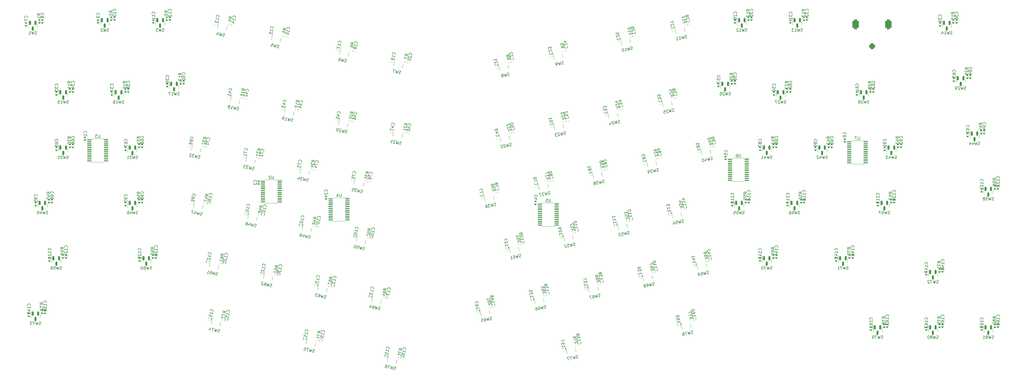
<source format=gbr>
%TF.GenerationSoftware,KiCad,Pcbnew,8.0.1*%
%TF.CreationDate,2024-04-11T15:05:29-07:00*%
%TF.ProjectId,Erebus,45726562-7573-42e6-9b69-6361645f7063,rev?*%
%TF.SameCoordinates,Original*%
%TF.FileFunction,Legend,Bot*%
%TF.FilePolarity,Positive*%
%FSLAX46Y46*%
G04 Gerber Fmt 4.6, Leading zero omitted, Abs format (unit mm)*
G04 Created by KiCad (PCBNEW 8.0.1) date 2024-04-11 15:05:29*
%MOMM*%
%LPD*%
G01*
G04 APERTURE LIST*
G04 Aperture macros list*
%AMRoundRect*
0 Rectangle with rounded corners*
0 $1 Rounding radius*
0 $2 $3 $4 $5 $6 $7 $8 $9 X,Y pos of 4 corners*
0 Add a 4 corners polygon primitive as box body*
4,1,4,$2,$3,$4,$5,$6,$7,$8,$9,$2,$3,0*
0 Add four circle primitives for the rounded corners*
1,1,$1+$1,$2,$3*
1,1,$1+$1,$4,$5*
1,1,$1+$1,$6,$7*
1,1,$1+$1,$8,$9*
0 Add four rect primitives between the rounded corners*
20,1,$1+$1,$2,$3,$4,$5,0*
20,1,$1+$1,$4,$5,$6,$7,0*
20,1,$1+$1,$6,$7,$8,$9,0*
20,1,$1+$1,$8,$9,$2,$3,0*%
G04 Aperture macros list end*
%ADD10C,0.150000*%
%ADD11C,0.120000*%
%ADD12C,4.000000*%
%ADD13C,3.987800*%
%ADD14R,1.700000X1.700000*%
%ADD15O,1.700000X1.700000*%
%ADD16C,2.000000*%
%ADD17RoundRect,0.500000X0.500000X-0.500000X0.500000X0.500000X-0.500000X0.500000X-0.500000X-0.500000X0*%
%ADD18RoundRect,0.550000X0.550000X-1.150000X0.550000X1.150000X-0.550000X1.150000X-0.550000X-1.150000X0*%
%ADD19RoundRect,0.140000X0.195393X-0.101596X0.137177X0.172286X-0.195393X0.101596X-0.137177X-0.172286X0*%
%ADD20RoundRect,0.135000X-0.209025X0.093586X-0.152889X-0.170514X0.209025X-0.093586X0.152889X0.170514X0*%
%ADD21RoundRect,0.140000X-0.170000X0.140000X-0.170000X-0.140000X0.170000X-0.140000X0.170000X0.140000X0*%
%ADD22RoundRect,0.140000X0.170000X-0.140000X0.170000X0.140000X-0.170000X0.140000X-0.170000X-0.140000X0*%
%ADD23RoundRect,0.140000X-0.195393X0.101596X-0.137177X-0.172286X0.195393X-0.101596X0.137177X0.172286X0*%
%ADD24RoundRect,0.140000X-0.137177X0.172286X-0.195393X-0.101596X0.137177X-0.172286X0.195393X0.101596X0*%
%ADD25RoundRect,0.135000X-0.185000X0.135000X-0.185000X-0.135000X0.185000X-0.135000X0.185000X0.135000X0*%
%ADD26C,1.750000*%
%ADD27RoundRect,0.150000X-0.024574X0.605848X-0.268870X-0.543475X0.024574X-0.605848X0.268870X0.543475X0*%
%ADD28RoundRect,0.150000X-0.268870X0.543475X-0.024574X-0.605848X0.268870X-0.543475X0.024574X0.605848X0*%
%ADD29RoundRect,0.150000X-0.150000X0.587500X-0.150000X-0.587500X0.150000X-0.587500X0.150000X0.587500X0*%
%ADD30RoundRect,0.140000X0.137177X-0.172286X0.195393X0.101596X-0.137177X0.172286X-0.195393X-0.101596X0*%
%ADD31RoundRect,0.135000X-0.152889X0.170514X-0.209025X-0.093586X0.152889X-0.170514X0.209025X0.093586X0*%
%ADD32RoundRect,0.100000X0.637500X0.100000X-0.637500X0.100000X-0.637500X-0.100000X0.637500X-0.100000X0*%
G04 APERTURE END LIST*
D10*
X327671320Y-156078199D02*
X327634642Y-156134678D01*
X327634642Y-156134678D02*
X327617766Y-156284314D01*
X327617766Y-156284314D02*
X327637567Y-156377471D01*
X327637567Y-156377471D02*
X327713847Y-156507306D01*
X327713847Y-156507306D02*
X327826805Y-156580661D01*
X327826805Y-156580661D02*
X327929862Y-156607439D01*
X327929862Y-156607439D02*
X328126077Y-156614415D01*
X328126077Y-156614415D02*
X328265812Y-156584713D01*
X328265812Y-156584713D02*
X328442225Y-156498533D01*
X328442225Y-156498533D02*
X328525482Y-156432153D01*
X328525482Y-156432153D02*
X328598837Y-156319195D01*
X328598837Y-156319195D02*
X328615714Y-156169559D01*
X328615714Y-156169559D02*
X328595913Y-156076402D01*
X328595913Y-156076402D02*
X328519633Y-155946567D01*
X328519633Y-155946567D02*
X328463154Y-155909889D01*
X327380152Y-155166431D02*
X327498959Y-155725372D01*
X327439556Y-155445902D02*
X328417703Y-155237990D01*
X328417703Y-155237990D02*
X328297769Y-155360849D01*
X328297769Y-155360849D02*
X328224413Y-155473807D01*
X328224413Y-155473807D02*
X328197636Y-155576864D01*
X328229593Y-154352999D02*
X328209791Y-154259842D01*
X328209791Y-154259842D02*
X328143412Y-154176586D01*
X328143412Y-154176586D02*
X328086933Y-154139908D01*
X328086933Y-154139908D02*
X327983875Y-154113131D01*
X327983875Y-154113131D02*
X327787661Y-154106154D01*
X327787661Y-154106154D02*
X327554769Y-154155657D01*
X327554769Y-154155657D02*
X327378355Y-154241838D01*
X327378355Y-154241838D02*
X327295099Y-154308217D01*
X327295099Y-154308217D02*
X327258421Y-154364697D01*
X327258421Y-154364697D02*
X327231644Y-154467754D01*
X327231644Y-154467754D02*
X327251445Y-154560911D01*
X327251445Y-154560911D02*
X327317825Y-154644167D01*
X327317825Y-154644167D02*
X327374304Y-154680845D01*
X327374304Y-154680845D02*
X327477361Y-154707622D01*
X327477361Y-154707622D02*
X327673575Y-154714599D01*
X327673575Y-154714599D02*
X327906468Y-154665096D01*
X327906468Y-154665096D02*
X328082881Y-154578915D01*
X328082881Y-154578915D02*
X328166137Y-154512536D01*
X328166137Y-154512536D02*
X328202815Y-154456057D01*
X328202815Y-154456057D02*
X328229593Y-154352999D01*
X327083135Y-153769077D02*
X327043533Y-153582763D01*
X327043533Y-153582763D02*
X327070311Y-153479706D01*
X327070311Y-153479706D02*
X327106988Y-153423227D01*
X327106988Y-153423227D02*
X327226923Y-153300368D01*
X327226923Y-153300368D02*
X327403336Y-153214187D01*
X327403336Y-153214187D02*
X327775964Y-153134983D01*
X327775964Y-153134983D02*
X327879021Y-153161760D01*
X327879021Y-153161760D02*
X327935500Y-153198438D01*
X327935500Y-153198438D02*
X328001880Y-153281695D01*
X328001880Y-153281695D02*
X328041482Y-153468008D01*
X328041482Y-153468008D02*
X328014705Y-153571066D01*
X328014705Y-153571066D02*
X327978027Y-153627545D01*
X327978027Y-153627545D02*
X327894770Y-153693925D01*
X327894770Y-153693925D02*
X327661878Y-153743427D01*
X327661878Y-153743427D02*
X327558821Y-153716650D01*
X327558821Y-153716650D02*
X327502342Y-153679972D01*
X327502342Y-153679972D02*
X327435962Y-153596716D01*
X327435962Y-153596716D02*
X327396360Y-153410402D01*
X327396360Y-153410402D02*
X327423137Y-153307344D01*
X327423137Y-153307344D02*
X327459815Y-153250865D01*
X327459815Y-153250865D02*
X327543071Y-153184486D01*
X372103366Y-184215331D02*
X372638454Y-184442375D01*
X372222173Y-184774272D02*
X373200320Y-184566361D01*
X373200320Y-184566361D02*
X373121116Y-184193733D01*
X373121116Y-184193733D02*
X373054736Y-184110477D01*
X373054736Y-184110477D02*
X372998257Y-184073799D01*
X372998257Y-184073799D02*
X372895200Y-184047021D01*
X372895200Y-184047021D02*
X372755464Y-184076723D01*
X372755464Y-184076723D02*
X372672208Y-184143103D01*
X372672208Y-184143103D02*
X372635530Y-184199582D01*
X372635530Y-184199582D02*
X372608753Y-184302639D01*
X372608753Y-184302639D02*
X372687957Y-184675267D01*
X373012210Y-183681370D02*
X372873602Y-183029272D01*
X372873602Y-183029272D02*
X371984559Y-183656389D01*
X372814198Y-182749801D02*
X372675591Y-182097702D01*
X372675591Y-182097702D02*
X371786548Y-182724820D01*
X158125888Y-160102314D02*
X158173508Y-160054695D01*
X158173508Y-160054695D02*
X158221127Y-159911838D01*
X158221127Y-159911838D02*
X158221127Y-159816600D01*
X158221127Y-159816600D02*
X158173508Y-159673743D01*
X158173508Y-159673743D02*
X158078269Y-159578505D01*
X158078269Y-159578505D02*
X157983031Y-159530886D01*
X157983031Y-159530886D02*
X157792555Y-159483267D01*
X157792555Y-159483267D02*
X157649698Y-159483267D01*
X157649698Y-159483267D02*
X157459222Y-159530886D01*
X157459222Y-159530886D02*
X157363984Y-159578505D01*
X157363984Y-159578505D02*
X157268746Y-159673743D01*
X157268746Y-159673743D02*
X157221127Y-159816600D01*
X157221127Y-159816600D02*
X157221127Y-159911838D01*
X157221127Y-159911838D02*
X157268746Y-160054695D01*
X157268746Y-160054695D02*
X157316365Y-160102314D01*
X158221127Y-161054695D02*
X158221127Y-160483267D01*
X158221127Y-160768981D02*
X157221127Y-160768981D01*
X157221127Y-160768981D02*
X157363984Y-160673743D01*
X157363984Y-160673743D02*
X157459222Y-160578505D01*
X157459222Y-160578505D02*
X157506841Y-160483267D01*
X157316365Y-161435648D02*
X157268746Y-161483267D01*
X157268746Y-161483267D02*
X157221127Y-161578505D01*
X157221127Y-161578505D02*
X157221127Y-161816600D01*
X157221127Y-161816600D02*
X157268746Y-161911838D01*
X157268746Y-161911838D02*
X157316365Y-161959457D01*
X157316365Y-161959457D02*
X157411603Y-162007076D01*
X157411603Y-162007076D02*
X157506841Y-162007076D01*
X157506841Y-162007076D02*
X157649698Y-161959457D01*
X157649698Y-161959457D02*
X158221127Y-161388029D01*
X158221127Y-161388029D02*
X158221127Y-162007076D01*
X157554460Y-162864219D02*
X158221127Y-162864219D01*
X157173508Y-162626124D02*
X157887793Y-162388029D01*
X157887793Y-162388029D02*
X157887793Y-163007076D01*
X407306238Y-79628704D02*
X407353858Y-79581085D01*
X407353858Y-79581085D02*
X407401477Y-79438228D01*
X407401477Y-79438228D02*
X407401477Y-79342990D01*
X407401477Y-79342990D02*
X407353858Y-79200133D01*
X407353858Y-79200133D02*
X407258619Y-79104895D01*
X407258619Y-79104895D02*
X407163381Y-79057276D01*
X407163381Y-79057276D02*
X406972905Y-79009657D01*
X406972905Y-79009657D02*
X406830048Y-79009657D01*
X406830048Y-79009657D02*
X406639572Y-79057276D01*
X406639572Y-79057276D02*
X406544334Y-79104895D01*
X406544334Y-79104895D02*
X406449096Y-79200133D01*
X406449096Y-79200133D02*
X406401477Y-79342990D01*
X406401477Y-79342990D02*
X406401477Y-79438228D01*
X406401477Y-79438228D02*
X406449096Y-79581085D01*
X406449096Y-79581085D02*
X406496715Y-79628704D01*
X406401477Y-79962038D02*
X406401477Y-80581085D01*
X406401477Y-80581085D02*
X406782429Y-80247752D01*
X406782429Y-80247752D02*
X406782429Y-80390609D01*
X406782429Y-80390609D02*
X406830048Y-80485847D01*
X406830048Y-80485847D02*
X406877667Y-80533466D01*
X406877667Y-80533466D02*
X406972905Y-80581085D01*
X406972905Y-80581085D02*
X407211000Y-80581085D01*
X407211000Y-80581085D02*
X407306238Y-80533466D01*
X407306238Y-80533466D02*
X407353858Y-80485847D01*
X407353858Y-80485847D02*
X407401477Y-80390609D01*
X407401477Y-80390609D02*
X407401477Y-80104895D01*
X407401477Y-80104895D02*
X407353858Y-80009657D01*
X407353858Y-80009657D02*
X407306238Y-79962038D01*
X407401477Y-81533466D02*
X407401477Y-80962038D01*
X407401477Y-81247752D02*
X406401477Y-81247752D01*
X406401477Y-81247752D02*
X406544334Y-81152514D01*
X406544334Y-81152514D02*
X406639572Y-81057276D01*
X406639572Y-81057276D02*
X406687191Y-80962038D01*
X354924178Y-169761013D02*
X354887500Y-169817492D01*
X354887500Y-169817492D02*
X354870624Y-169967128D01*
X354870624Y-169967128D02*
X354890425Y-170060285D01*
X354890425Y-170060285D02*
X354966705Y-170190120D01*
X354966705Y-170190120D02*
X355079663Y-170263475D01*
X355079663Y-170263475D02*
X355182720Y-170290253D01*
X355182720Y-170290253D02*
X355378935Y-170297229D01*
X355378935Y-170297229D02*
X355518670Y-170267527D01*
X355518670Y-170267527D02*
X355695083Y-170181347D01*
X355695083Y-170181347D02*
X355778340Y-170114967D01*
X355778340Y-170114967D02*
X355851695Y-170002009D01*
X355851695Y-170002009D02*
X355868572Y-169852373D01*
X355868572Y-169852373D02*
X355848771Y-169759216D01*
X355848771Y-169759216D02*
X355772491Y-169629381D01*
X355772491Y-169629381D02*
X355716012Y-169592703D01*
X354633010Y-168849245D02*
X354751817Y-169408186D01*
X354692414Y-169128716D02*
X355670561Y-168920804D01*
X355670561Y-168920804D02*
X355550627Y-169043663D01*
X355550627Y-169043663D02*
X355477271Y-169156621D01*
X355477271Y-169156621D02*
X355450494Y-169259678D01*
X355541854Y-168315284D02*
X355413147Y-167709764D01*
X355413147Y-167709764D02*
X355109823Y-168115018D01*
X355109823Y-168115018D02*
X355080121Y-167975282D01*
X355080121Y-167975282D02*
X355013742Y-167892026D01*
X355013742Y-167892026D02*
X354957263Y-167855348D01*
X354957263Y-167855348D02*
X354854205Y-167828571D01*
X354854205Y-167828571D02*
X354621313Y-167878073D01*
X354621313Y-167878073D02*
X354538057Y-167944453D01*
X354538057Y-167944453D02*
X354501379Y-168000932D01*
X354501379Y-168000932D02*
X354474601Y-168103990D01*
X354474601Y-168103990D02*
X354534005Y-168383460D01*
X354534005Y-168383460D02*
X354600384Y-168466717D01*
X354600384Y-168466717D02*
X354656863Y-168503395D01*
X354335993Y-167451891D02*
X354296391Y-167265577D01*
X354296391Y-167265577D02*
X354323169Y-167162520D01*
X354323169Y-167162520D02*
X354359846Y-167106041D01*
X354359846Y-167106041D02*
X354479781Y-166983182D01*
X354479781Y-166983182D02*
X354656194Y-166897001D01*
X354656194Y-166897001D02*
X355028822Y-166817797D01*
X355028822Y-166817797D02*
X355131879Y-166844574D01*
X355131879Y-166844574D02*
X355188358Y-166881252D01*
X355188358Y-166881252D02*
X355254738Y-166964509D01*
X355254738Y-166964509D02*
X355294340Y-167150822D01*
X355294340Y-167150822D02*
X355267563Y-167253880D01*
X355267563Y-167253880D02*
X355230885Y-167310359D01*
X355230885Y-167310359D02*
X355147628Y-167376739D01*
X355147628Y-167376739D02*
X354914736Y-167426241D01*
X354914736Y-167426241D02*
X354811679Y-167399464D01*
X354811679Y-167399464D02*
X354755200Y-167362786D01*
X354755200Y-167362786D02*
X354688820Y-167279530D01*
X354688820Y-167279530D02*
X354649218Y-167093216D01*
X354649218Y-167093216D02*
X354675995Y-166990158D01*
X354675995Y-166990158D02*
X354712673Y-166933679D01*
X354712673Y-166933679D02*
X354795929Y-166867300D01*
X341580522Y-171610533D02*
X341543844Y-171667012D01*
X341543844Y-171667012D02*
X341526968Y-171816648D01*
X341526968Y-171816648D02*
X341546769Y-171909805D01*
X341546769Y-171909805D02*
X341623049Y-172039640D01*
X341623049Y-172039640D02*
X341736007Y-172112995D01*
X341736007Y-172112995D02*
X341839064Y-172139773D01*
X341839064Y-172139773D02*
X342035279Y-172146749D01*
X342035279Y-172146749D02*
X342175014Y-172117047D01*
X342175014Y-172117047D02*
X342351427Y-172030867D01*
X342351427Y-172030867D02*
X342434684Y-171964487D01*
X342434684Y-171964487D02*
X342508039Y-171851529D01*
X342508039Y-171851529D02*
X342524916Y-171701893D01*
X342524916Y-171701893D02*
X342505115Y-171608736D01*
X342505115Y-171608736D02*
X342428835Y-171478901D01*
X342428835Y-171478901D02*
X342372356Y-171442223D01*
X341289354Y-170698765D02*
X341408161Y-171257706D01*
X341348758Y-170978236D02*
X342326905Y-170770324D01*
X342326905Y-170770324D02*
X342206971Y-170893183D01*
X342206971Y-170893183D02*
X342133615Y-171006141D01*
X342133615Y-171006141D02*
X342106838Y-171109198D01*
X342198198Y-170164804D02*
X342069491Y-169559284D01*
X342069491Y-169559284D02*
X341766167Y-169964538D01*
X341766167Y-169964538D02*
X341736465Y-169824802D01*
X341736465Y-169824802D02*
X341670086Y-169741546D01*
X341670086Y-169741546D02*
X341613607Y-169704868D01*
X341613607Y-169704868D02*
X341510549Y-169678091D01*
X341510549Y-169678091D02*
X341277657Y-169727593D01*
X341277657Y-169727593D02*
X341194401Y-169793973D01*
X341194401Y-169793973D02*
X341157723Y-169850452D01*
X341157723Y-169850452D02*
X341130945Y-169953510D01*
X341130945Y-169953510D02*
X341190349Y-170232980D01*
X341190349Y-170232980D02*
X341256728Y-170316237D01*
X341256728Y-170316237D02*
X341313207Y-170352915D01*
X341531478Y-169089447D02*
X341597857Y-169172704D01*
X341597857Y-169172704D02*
X341654336Y-169209382D01*
X341654336Y-169209382D02*
X341757394Y-169236159D01*
X341757394Y-169236159D02*
X341803972Y-169226259D01*
X341803972Y-169226259D02*
X341887229Y-169159879D01*
X341887229Y-169159879D02*
X341923907Y-169103400D01*
X341923907Y-169103400D02*
X341950684Y-169000342D01*
X341950684Y-169000342D02*
X341911082Y-168814029D01*
X341911082Y-168814029D02*
X341844702Y-168730772D01*
X341844702Y-168730772D02*
X341788223Y-168694094D01*
X341788223Y-168694094D02*
X341685166Y-168667317D01*
X341685166Y-168667317D02*
X341638587Y-168677218D01*
X341638587Y-168677218D02*
X341555331Y-168743597D01*
X341555331Y-168743597D02*
X341518653Y-168800076D01*
X341518653Y-168800076D02*
X341491876Y-168903134D01*
X341491876Y-168903134D02*
X341531478Y-169089447D01*
X341531478Y-169089447D02*
X341504701Y-169192505D01*
X341504701Y-169192505D02*
X341468023Y-169248984D01*
X341468023Y-169248984D02*
X341384766Y-169315364D01*
X341384766Y-169315364D02*
X341198452Y-169354966D01*
X341198452Y-169354966D02*
X341095395Y-169328188D01*
X341095395Y-169328188D02*
X341038916Y-169291511D01*
X341038916Y-169291511D02*
X340972536Y-169208254D01*
X340972536Y-169208254D02*
X340932934Y-169021940D01*
X340932934Y-169021940D02*
X340959711Y-168918883D01*
X340959711Y-168918883D02*
X340996389Y-168862404D01*
X340996389Y-168862404D02*
X341079646Y-168796024D01*
X341079646Y-168796024D02*
X341265960Y-168756422D01*
X341265960Y-168756422D02*
X341369017Y-168783199D01*
X341369017Y-168783199D02*
X341425496Y-168819877D01*
X341425496Y-168819877D02*
X341491876Y-168903134D01*
X319713780Y-142632133D02*
X319761400Y-142584514D01*
X319761400Y-142584514D02*
X319809019Y-142441657D01*
X319809019Y-142441657D02*
X319809019Y-142346419D01*
X319809019Y-142346419D02*
X319761400Y-142203562D01*
X319761400Y-142203562D02*
X319666161Y-142108324D01*
X319666161Y-142108324D02*
X319570923Y-142060705D01*
X319570923Y-142060705D02*
X319380447Y-142013086D01*
X319380447Y-142013086D02*
X319237590Y-142013086D01*
X319237590Y-142013086D02*
X319047114Y-142060705D01*
X319047114Y-142060705D02*
X318951876Y-142108324D01*
X318951876Y-142108324D02*
X318856638Y-142203562D01*
X318856638Y-142203562D02*
X318809019Y-142346419D01*
X318809019Y-142346419D02*
X318809019Y-142441657D01*
X318809019Y-142441657D02*
X318856638Y-142584514D01*
X318856638Y-142584514D02*
X318904257Y-142632133D01*
X319142352Y-143489276D02*
X319809019Y-143489276D01*
X318761400Y-143251181D02*
X319475685Y-143013086D01*
X319475685Y-143013086D02*
X319475685Y-143632133D01*
X300319458Y-141929600D02*
X300282780Y-141986079D01*
X300282780Y-141986079D02*
X300265903Y-142135715D01*
X300265903Y-142135715D02*
X300285704Y-142228872D01*
X300285704Y-142228872D02*
X300361984Y-142358706D01*
X300361984Y-142358706D02*
X300474942Y-142432062D01*
X300474942Y-142432062D02*
X300578000Y-142458840D01*
X300578000Y-142458840D02*
X300774214Y-142465816D01*
X300774214Y-142465816D02*
X300913950Y-142436114D01*
X300913950Y-142436114D02*
X301090363Y-142349933D01*
X301090363Y-142349933D02*
X301173619Y-142283554D01*
X301173619Y-142283554D02*
X301246975Y-142170596D01*
X301246975Y-142170596D02*
X301263852Y-142020960D01*
X301263852Y-142020960D02*
X301244051Y-141927803D01*
X301244051Y-141927803D02*
X301167771Y-141797968D01*
X301167771Y-141797968D02*
X301111292Y-141761290D01*
X301135145Y-141415440D02*
X300996537Y-140763342D01*
X300996537Y-140763342D02*
X300107494Y-141390459D01*
X300937133Y-140483871D02*
X300798526Y-139831772D01*
X300798526Y-139831772D02*
X299909483Y-140458890D01*
X435779638Y-103428504D02*
X435827258Y-103380885D01*
X435827258Y-103380885D02*
X435874877Y-103238028D01*
X435874877Y-103238028D02*
X435874877Y-103142790D01*
X435874877Y-103142790D02*
X435827258Y-102999933D01*
X435827258Y-102999933D02*
X435732019Y-102904695D01*
X435732019Y-102904695D02*
X435636781Y-102857076D01*
X435636781Y-102857076D02*
X435446305Y-102809457D01*
X435446305Y-102809457D02*
X435303448Y-102809457D01*
X435303448Y-102809457D02*
X435112972Y-102857076D01*
X435112972Y-102857076D02*
X435017734Y-102904695D01*
X435017734Y-102904695D02*
X434922496Y-102999933D01*
X434922496Y-102999933D02*
X434874877Y-103142790D01*
X434874877Y-103142790D02*
X434874877Y-103238028D01*
X434874877Y-103238028D02*
X434922496Y-103380885D01*
X434922496Y-103380885D02*
X434970115Y-103428504D01*
X434874877Y-104285647D02*
X434874877Y-104095171D01*
X434874877Y-104095171D02*
X434922496Y-103999933D01*
X434922496Y-103999933D02*
X434970115Y-103952314D01*
X434970115Y-103952314D02*
X435112972Y-103857076D01*
X435112972Y-103857076D02*
X435303448Y-103809457D01*
X435303448Y-103809457D02*
X435684400Y-103809457D01*
X435684400Y-103809457D02*
X435779638Y-103857076D01*
X435779638Y-103857076D02*
X435827258Y-103904695D01*
X435827258Y-103904695D02*
X435874877Y-103999933D01*
X435874877Y-103999933D02*
X435874877Y-104190409D01*
X435874877Y-104190409D02*
X435827258Y-104285647D01*
X435827258Y-104285647D02*
X435779638Y-104333266D01*
X435779638Y-104333266D02*
X435684400Y-104380885D01*
X435684400Y-104380885D02*
X435446305Y-104380885D01*
X435446305Y-104380885D02*
X435351067Y-104333266D01*
X435351067Y-104333266D02*
X435303448Y-104285647D01*
X435303448Y-104285647D02*
X435255829Y-104190409D01*
X435255829Y-104190409D02*
X435255829Y-103999933D01*
X435255829Y-103999933D02*
X435303448Y-103904695D01*
X435303448Y-103904695D02*
X435351067Y-103857076D01*
X435351067Y-103857076D02*
X435446305Y-103809457D01*
X434970115Y-104761838D02*
X434922496Y-104809457D01*
X434922496Y-104809457D02*
X434874877Y-104904695D01*
X434874877Y-104904695D02*
X434874877Y-105142790D01*
X434874877Y-105142790D02*
X434922496Y-105238028D01*
X434922496Y-105238028D02*
X434970115Y-105285647D01*
X434970115Y-105285647D02*
X435065353Y-105333266D01*
X435065353Y-105333266D02*
X435160591Y-105333266D01*
X435160591Y-105333266D02*
X435303448Y-105285647D01*
X435303448Y-105285647D02*
X435874877Y-104714219D01*
X435874877Y-104714219D02*
X435874877Y-105333266D01*
X276510650Y-93922249D02*
X276567129Y-93885571D01*
X276567129Y-93885571D02*
X276643409Y-93755737D01*
X276643409Y-93755737D02*
X276663211Y-93662580D01*
X276663211Y-93662580D02*
X276646334Y-93512944D01*
X276646334Y-93512944D02*
X276572978Y-93399986D01*
X276572978Y-93399986D02*
X276489722Y-93333606D01*
X276489722Y-93333606D02*
X276313308Y-93247426D01*
X276313308Y-93247426D02*
X276173573Y-93217724D01*
X276173573Y-93217724D02*
X275977359Y-93224700D01*
X275977359Y-93224700D02*
X275874301Y-93251477D01*
X275874301Y-93251477D02*
X275761343Y-93324833D01*
X275761343Y-93324833D02*
X275685063Y-93454668D01*
X275685063Y-93454668D02*
X275665262Y-93547825D01*
X275665262Y-93547825D02*
X275682139Y-93697461D01*
X275682139Y-93697461D02*
X275718816Y-93753940D01*
X275639612Y-94126568D02*
X275583133Y-94163245D01*
X275583133Y-94163245D02*
X275516753Y-94246502D01*
X275516753Y-94246502D02*
X275467251Y-94479394D01*
X275467251Y-94479394D02*
X275494028Y-94582452D01*
X275494028Y-94582452D02*
X275530706Y-94638931D01*
X275530706Y-94638931D02*
X275613962Y-94705310D01*
X275613962Y-94705310D02*
X275707119Y-94725111D01*
X275707119Y-94725111D02*
X275856755Y-94708234D01*
X275856755Y-94708234D02*
X276534503Y-94268100D01*
X276534503Y-94268100D02*
X276405796Y-94873620D01*
X275298941Y-95271228D02*
X275279140Y-95364385D01*
X275279140Y-95364385D02*
X275305917Y-95467442D01*
X275305917Y-95467442D02*
X275342595Y-95523921D01*
X275342595Y-95523921D02*
X275425852Y-95590301D01*
X275425852Y-95590301D02*
X275602265Y-95676482D01*
X275602265Y-95676482D02*
X275835157Y-95725984D01*
X275835157Y-95725984D02*
X276031372Y-95719008D01*
X276031372Y-95719008D02*
X276134429Y-95692231D01*
X276134429Y-95692231D02*
X276190908Y-95655553D01*
X276190908Y-95655553D02*
X276257288Y-95572297D01*
X276257288Y-95572297D02*
X276277089Y-95479140D01*
X276277089Y-95479140D02*
X276250311Y-95376082D01*
X276250311Y-95376082D02*
X276213634Y-95319603D01*
X276213634Y-95319603D02*
X276130377Y-95253224D01*
X276130377Y-95253224D02*
X275953964Y-95167043D01*
X275953964Y-95167043D02*
X275721072Y-95117540D01*
X275721072Y-95117540D02*
X275524857Y-95124516D01*
X275524857Y-95124516D02*
X275421800Y-95151294D01*
X275421800Y-95151294D02*
X275365321Y-95187972D01*
X275365321Y-95187972D02*
X275298941Y-95271228D01*
X156976527Y-160680104D02*
X156500336Y-160346771D01*
X156976527Y-160108676D02*
X155976527Y-160108676D01*
X155976527Y-160108676D02*
X155976527Y-160489628D01*
X155976527Y-160489628D02*
X156024146Y-160584866D01*
X156024146Y-160584866D02*
X156071765Y-160632485D01*
X156071765Y-160632485D02*
X156167003Y-160680104D01*
X156167003Y-160680104D02*
X156309860Y-160680104D01*
X156309860Y-160680104D02*
X156405098Y-160632485D01*
X156405098Y-160632485D02*
X156452717Y-160584866D01*
X156452717Y-160584866D02*
X156500336Y-160489628D01*
X156500336Y-160489628D02*
X156500336Y-160108676D01*
X155976527Y-161584866D02*
X155976527Y-161108676D01*
X155976527Y-161108676D02*
X156452717Y-161061057D01*
X156452717Y-161061057D02*
X156405098Y-161108676D01*
X156405098Y-161108676D02*
X156357479Y-161203914D01*
X156357479Y-161203914D02*
X156357479Y-161442009D01*
X156357479Y-161442009D02*
X156405098Y-161537247D01*
X156405098Y-161537247D02*
X156452717Y-161584866D01*
X156452717Y-161584866D02*
X156547955Y-161632485D01*
X156547955Y-161632485D02*
X156786050Y-161632485D01*
X156786050Y-161632485D02*
X156881288Y-161584866D01*
X156881288Y-161584866D02*
X156928908Y-161537247D01*
X156928908Y-161537247D02*
X156976527Y-161442009D01*
X156976527Y-161442009D02*
X156976527Y-161203914D01*
X156976527Y-161203914D02*
X156928908Y-161108676D01*
X156928908Y-161108676D02*
X156881288Y-161061057D01*
X156976527Y-162108676D02*
X156976527Y-162299152D01*
X156976527Y-162299152D02*
X156928908Y-162394390D01*
X156928908Y-162394390D02*
X156881288Y-162442009D01*
X156881288Y-162442009D02*
X156738431Y-162537247D01*
X156738431Y-162537247D02*
X156547955Y-162584866D01*
X156547955Y-162584866D02*
X156167003Y-162584866D01*
X156167003Y-162584866D02*
X156071765Y-162537247D01*
X156071765Y-162537247D02*
X156024146Y-162489628D01*
X156024146Y-162489628D02*
X155976527Y-162394390D01*
X155976527Y-162394390D02*
X155976527Y-162203914D01*
X155976527Y-162203914D02*
X156024146Y-162108676D01*
X156024146Y-162108676D02*
X156071765Y-162061057D01*
X156071765Y-162061057D02*
X156167003Y-162013438D01*
X156167003Y-162013438D02*
X156405098Y-162013438D01*
X156405098Y-162013438D02*
X156500336Y-162061057D01*
X156500336Y-162061057D02*
X156547955Y-162108676D01*
X156547955Y-162108676D02*
X156595574Y-162203914D01*
X156595574Y-162203914D02*
X156595574Y-162394390D01*
X156595574Y-162394390D02*
X156547955Y-162489628D01*
X156547955Y-162489628D02*
X156500336Y-162537247D01*
X156500336Y-162537247D02*
X156405098Y-162584866D01*
X228391297Y-173642508D02*
X228241661Y-173659385D01*
X228241661Y-173659385D02*
X228008769Y-173609882D01*
X228008769Y-173609882D02*
X227925513Y-173543503D01*
X227925513Y-173543503D02*
X227888835Y-173487024D01*
X227888835Y-173487024D02*
X227862057Y-173383966D01*
X227862057Y-173383966D02*
X227881859Y-173290809D01*
X227881859Y-173290809D02*
X227948238Y-173207553D01*
X227948238Y-173207553D02*
X228004717Y-173170875D01*
X228004717Y-173170875D02*
X228107775Y-173144098D01*
X228107775Y-173144098D02*
X228303989Y-173137122D01*
X228303989Y-173137122D02*
X228407046Y-173110344D01*
X228407046Y-173110344D02*
X228463525Y-173073666D01*
X228463525Y-173073666D02*
X228529905Y-172990410D01*
X228529905Y-172990410D02*
X228549706Y-172897253D01*
X228549706Y-172897253D02*
X228522929Y-172794196D01*
X228522929Y-172794196D02*
X228486251Y-172737717D01*
X228486251Y-172737717D02*
X228402995Y-172671337D01*
X228402995Y-172671337D02*
X228170102Y-172621834D01*
X228170102Y-172621834D02*
X228020466Y-172638711D01*
X227704318Y-172522829D02*
X227263514Y-173451473D01*
X227263514Y-173451473D02*
X227225708Y-172713194D01*
X227225708Y-172713194D02*
X226890886Y-173372269D01*
X226890886Y-173372269D02*
X226865905Y-172344619D01*
X226074072Y-172176309D02*
X226260386Y-172215911D01*
X226260386Y-172215911D02*
X226343642Y-172282291D01*
X226343642Y-172282291D02*
X226380320Y-172338770D01*
X226380320Y-172338770D02*
X226443775Y-172498306D01*
X226443775Y-172498306D02*
X226450751Y-172694521D01*
X226450751Y-172694521D02*
X226371547Y-173067149D01*
X226371547Y-173067149D02*
X226305167Y-173150405D01*
X226305167Y-173150405D02*
X226248688Y-173187083D01*
X226248688Y-173187083D02*
X226145631Y-173213860D01*
X226145631Y-173213860D02*
X225959317Y-173174258D01*
X225959317Y-173174258D02*
X225876061Y-173107878D01*
X225876061Y-173107878D02*
X225839383Y-173051399D01*
X225839383Y-173051399D02*
X225812605Y-172948342D01*
X225812605Y-172948342D02*
X225862108Y-172715450D01*
X225862108Y-172715450D02*
X225928488Y-172632193D01*
X225928488Y-172632193D02*
X225984967Y-172595515D01*
X225984967Y-172595515D02*
X226088024Y-172568738D01*
X226088024Y-172568738D02*
X226274338Y-172608340D01*
X226274338Y-172608340D02*
X226357594Y-172674720D01*
X226357594Y-172674720D02*
X226394272Y-172731199D01*
X226394272Y-172731199D02*
X226421050Y-172834256D01*
X225588486Y-172170461D02*
X225551808Y-172113981D01*
X225551808Y-172113981D02*
X225468552Y-172047602D01*
X225468552Y-172047602D02*
X225235659Y-171998099D01*
X225235659Y-171998099D02*
X225132602Y-172024876D01*
X225132602Y-172024876D02*
X225076123Y-172061554D01*
X225076123Y-172061554D02*
X225009743Y-172144811D01*
X225009743Y-172144811D02*
X224989942Y-172237968D01*
X224989942Y-172237968D02*
X225006819Y-172387604D01*
X225006819Y-172387604D02*
X225446954Y-173065352D01*
X225446954Y-173065352D02*
X224841434Y-172936645D01*
X179557138Y-103428504D02*
X179604758Y-103380885D01*
X179604758Y-103380885D02*
X179652377Y-103238028D01*
X179652377Y-103238028D02*
X179652377Y-103142790D01*
X179652377Y-103142790D02*
X179604758Y-102999933D01*
X179604758Y-102999933D02*
X179509519Y-102904695D01*
X179509519Y-102904695D02*
X179414281Y-102857076D01*
X179414281Y-102857076D02*
X179223805Y-102809457D01*
X179223805Y-102809457D02*
X179080948Y-102809457D01*
X179080948Y-102809457D02*
X178890472Y-102857076D01*
X178890472Y-102857076D02*
X178795234Y-102904695D01*
X178795234Y-102904695D02*
X178699996Y-102999933D01*
X178699996Y-102999933D02*
X178652377Y-103142790D01*
X178652377Y-103142790D02*
X178652377Y-103238028D01*
X178652377Y-103238028D02*
X178699996Y-103380885D01*
X178699996Y-103380885D02*
X178747615Y-103428504D01*
X178652377Y-103761838D02*
X178652377Y-104380885D01*
X178652377Y-104380885D02*
X179033329Y-104047552D01*
X179033329Y-104047552D02*
X179033329Y-104190409D01*
X179033329Y-104190409D02*
X179080948Y-104285647D01*
X179080948Y-104285647D02*
X179128567Y-104333266D01*
X179128567Y-104333266D02*
X179223805Y-104380885D01*
X179223805Y-104380885D02*
X179461900Y-104380885D01*
X179461900Y-104380885D02*
X179557138Y-104333266D01*
X179557138Y-104333266D02*
X179604758Y-104285647D01*
X179604758Y-104285647D02*
X179652377Y-104190409D01*
X179652377Y-104190409D02*
X179652377Y-103904695D01*
X179652377Y-103904695D02*
X179604758Y-103809457D01*
X179604758Y-103809457D02*
X179557138Y-103761838D01*
X179080948Y-104952314D02*
X179033329Y-104857076D01*
X179033329Y-104857076D02*
X178985710Y-104809457D01*
X178985710Y-104809457D02*
X178890472Y-104761838D01*
X178890472Y-104761838D02*
X178842853Y-104761838D01*
X178842853Y-104761838D02*
X178747615Y-104809457D01*
X178747615Y-104809457D02*
X178699996Y-104857076D01*
X178699996Y-104857076D02*
X178652377Y-104952314D01*
X178652377Y-104952314D02*
X178652377Y-105142790D01*
X178652377Y-105142790D02*
X178699996Y-105238028D01*
X178699996Y-105238028D02*
X178747615Y-105285647D01*
X178747615Y-105285647D02*
X178842853Y-105333266D01*
X178842853Y-105333266D02*
X178890472Y-105333266D01*
X178890472Y-105333266D02*
X178985710Y-105285647D01*
X178985710Y-105285647D02*
X179033329Y-105238028D01*
X179033329Y-105238028D02*
X179080948Y-105142790D01*
X179080948Y-105142790D02*
X179080948Y-104952314D01*
X179080948Y-104952314D02*
X179128567Y-104857076D01*
X179128567Y-104857076D02*
X179176186Y-104809457D01*
X179176186Y-104809457D02*
X179271424Y-104761838D01*
X179271424Y-104761838D02*
X179461900Y-104761838D01*
X179461900Y-104761838D02*
X179557138Y-104809457D01*
X179557138Y-104809457D02*
X179604758Y-104857076D01*
X179604758Y-104857076D02*
X179652377Y-104952314D01*
X179652377Y-104952314D02*
X179652377Y-105142790D01*
X179652377Y-105142790D02*
X179604758Y-105238028D01*
X179604758Y-105238028D02*
X179557138Y-105285647D01*
X179557138Y-105285647D02*
X179461900Y-105333266D01*
X179461900Y-105333266D02*
X179271424Y-105333266D01*
X179271424Y-105333266D02*
X179176186Y-105285647D01*
X179176186Y-105285647D02*
X179128567Y-105238028D01*
X179128567Y-105238028D02*
X179080948Y-105142790D01*
X304233675Y-184924676D02*
X304103840Y-185000956D01*
X304103840Y-185000956D02*
X303870947Y-185050459D01*
X303870947Y-185050459D02*
X303767890Y-185023682D01*
X303767890Y-185023682D02*
X303711411Y-184987004D01*
X303711411Y-184987004D02*
X303645031Y-184903747D01*
X303645031Y-184903747D02*
X303625230Y-184810590D01*
X303625230Y-184810590D02*
X303652008Y-184707533D01*
X303652008Y-184707533D02*
X303688685Y-184651054D01*
X303688685Y-184651054D02*
X303771942Y-184584674D01*
X303771942Y-184584674D02*
X303948355Y-184498494D01*
X303948355Y-184498494D02*
X304031611Y-184432114D01*
X304031611Y-184432114D02*
X304068289Y-184375635D01*
X304068289Y-184375635D02*
X304095067Y-184272578D01*
X304095067Y-184272578D02*
X304075266Y-184179421D01*
X304075266Y-184179421D02*
X304008886Y-184096164D01*
X304008886Y-184096164D02*
X303952407Y-184059486D01*
X303952407Y-184059486D02*
X303849350Y-184032709D01*
X303849350Y-184032709D02*
X303616457Y-184082212D01*
X303616457Y-184082212D02*
X303486622Y-184158492D01*
X303150673Y-184181217D02*
X303125692Y-185208868D01*
X303125692Y-185208868D02*
X302790870Y-184549793D01*
X302790870Y-184549793D02*
X302753064Y-185288072D01*
X302753064Y-185288072D02*
X302312260Y-184359428D01*
X301520427Y-184527737D02*
X301706741Y-184488135D01*
X301706741Y-184488135D02*
X301809798Y-184514912D01*
X301809798Y-184514912D02*
X301866277Y-184551590D01*
X301866277Y-184551590D02*
X301989136Y-184671524D01*
X301989136Y-184671524D02*
X302075316Y-184847937D01*
X302075316Y-184847937D02*
X302154521Y-185220565D01*
X302154521Y-185220565D02*
X302127743Y-185323623D01*
X302127743Y-185323623D02*
X302091066Y-185380102D01*
X302091066Y-185380102D02*
X302007809Y-185446481D01*
X302007809Y-185446481D02*
X301821495Y-185486083D01*
X301821495Y-185486083D02*
X301718438Y-185459306D01*
X301718438Y-185459306D02*
X301661959Y-185422628D01*
X301661959Y-185422628D02*
X301595579Y-185339372D01*
X301595579Y-185339372D02*
X301546077Y-185106480D01*
X301546077Y-185106480D02*
X301572854Y-185003422D01*
X301572854Y-185003422D02*
X301609532Y-184946943D01*
X301609532Y-184946943D02*
X301692788Y-184880563D01*
X301692788Y-184880563D02*
X301879102Y-184840961D01*
X301879102Y-184840961D02*
X301982159Y-184867739D01*
X301982159Y-184867739D02*
X302038638Y-184904417D01*
X302038638Y-184904417D02*
X302105018Y-184987673D01*
X300542279Y-184735649D02*
X301008064Y-184636643D01*
X301008064Y-184636643D02*
X301153648Y-185092527D01*
X301153648Y-185092527D02*
X301097169Y-185055849D01*
X301097169Y-185055849D02*
X300994111Y-185029072D01*
X300994111Y-185029072D02*
X300761219Y-185078575D01*
X300761219Y-185078575D02*
X300677963Y-185144954D01*
X300677963Y-185144954D02*
X300641285Y-185201433D01*
X300641285Y-185201433D02*
X300614507Y-185304491D01*
X300614507Y-185304491D02*
X300664010Y-185537383D01*
X300664010Y-185537383D02*
X300730390Y-185620639D01*
X300730390Y-185620639D02*
X300786869Y-185657317D01*
X300786869Y-185657317D02*
X300889926Y-185684095D01*
X300889926Y-185684095D02*
X301122818Y-185634592D01*
X301122818Y-185634592D02*
X301206075Y-185568212D01*
X301206075Y-185568212D02*
X301242753Y-185511733D01*
X322946810Y-175571251D02*
X322910132Y-175627730D01*
X322910132Y-175627730D02*
X322893256Y-175777366D01*
X322893256Y-175777366D02*
X322913057Y-175870523D01*
X322913057Y-175870523D02*
X322989337Y-176000358D01*
X322989337Y-176000358D02*
X323102295Y-176073713D01*
X323102295Y-176073713D02*
X323205352Y-176100491D01*
X323205352Y-176100491D02*
X323401567Y-176107467D01*
X323401567Y-176107467D02*
X323541302Y-176077765D01*
X323541302Y-176077765D02*
X323717715Y-175991585D01*
X323717715Y-175991585D02*
X323800972Y-175925205D01*
X323800972Y-175925205D02*
X323874327Y-175812247D01*
X323874327Y-175812247D02*
X323891204Y-175662611D01*
X323891204Y-175662611D02*
X323871403Y-175569454D01*
X323871403Y-175569454D02*
X323795123Y-175439619D01*
X323795123Y-175439619D02*
X323738644Y-175402941D01*
X322655642Y-174659483D02*
X322774449Y-175218424D01*
X322715046Y-174938954D02*
X323693193Y-174731042D01*
X323693193Y-174731042D02*
X323573259Y-174853901D01*
X323573259Y-174853901D02*
X323499903Y-174966859D01*
X323499903Y-174966859D02*
X323473126Y-175069916D01*
X323564486Y-174125522D02*
X323435779Y-173520002D01*
X323435779Y-173520002D02*
X323132455Y-173925256D01*
X323132455Y-173925256D02*
X323102753Y-173785520D01*
X323102753Y-173785520D02*
X323036374Y-173702264D01*
X323036374Y-173702264D02*
X322979895Y-173665586D01*
X322979895Y-173665586D02*
X322876837Y-173638809D01*
X322876837Y-173638809D02*
X322643945Y-173688311D01*
X322643945Y-173688311D02*
X322560689Y-173754691D01*
X322560689Y-173754691D02*
X322524011Y-173811170D01*
X322524011Y-173811170D02*
X322497233Y-173914228D01*
X322497233Y-173914228D02*
X322556637Y-174193698D01*
X322556637Y-174193698D02*
X322623016Y-174276955D01*
X322623016Y-174276955D02*
X322679495Y-174313633D01*
X323257569Y-172681590D02*
X323297171Y-172867904D01*
X323297171Y-172867904D02*
X323270394Y-172970961D01*
X323270394Y-172970961D02*
X323233716Y-173027440D01*
X323233716Y-173027440D02*
X323113781Y-173150299D01*
X323113781Y-173150299D02*
X322937368Y-173236479D01*
X322937368Y-173236479D02*
X322564740Y-173315684D01*
X322564740Y-173315684D02*
X322461683Y-173288906D01*
X322461683Y-173288906D02*
X322405204Y-173252229D01*
X322405204Y-173252229D02*
X322338824Y-173168972D01*
X322338824Y-173168972D02*
X322299222Y-172982658D01*
X322299222Y-172982658D02*
X322325999Y-172879601D01*
X322325999Y-172879601D02*
X322362677Y-172823122D01*
X322362677Y-172823122D02*
X322445934Y-172756742D01*
X322445934Y-172756742D02*
X322678826Y-172707239D01*
X322678826Y-172707239D02*
X322781883Y-172734017D01*
X322781883Y-172734017D02*
X322838363Y-172770695D01*
X322838363Y-172770695D02*
X322904742Y-172853951D01*
X322904742Y-172853951D02*
X322944344Y-173040265D01*
X322944344Y-173040265D02*
X322917567Y-173143322D01*
X322917567Y-173143322D02*
X322880889Y-173199801D01*
X322880889Y-173199801D02*
X322797633Y-173266181D01*
X151445331Y-148548762D02*
X151302474Y-148596381D01*
X151302474Y-148596381D02*
X151064379Y-148596381D01*
X151064379Y-148596381D02*
X150969141Y-148548762D01*
X150969141Y-148548762D02*
X150921522Y-148501142D01*
X150921522Y-148501142D02*
X150873903Y-148405904D01*
X150873903Y-148405904D02*
X150873903Y-148310666D01*
X150873903Y-148310666D02*
X150921522Y-148215428D01*
X150921522Y-148215428D02*
X150969141Y-148167809D01*
X150969141Y-148167809D02*
X151064379Y-148120190D01*
X151064379Y-148120190D02*
X151254855Y-148072571D01*
X151254855Y-148072571D02*
X151350093Y-148024952D01*
X151350093Y-148024952D02*
X151397712Y-147977333D01*
X151397712Y-147977333D02*
X151445331Y-147882095D01*
X151445331Y-147882095D02*
X151445331Y-147786857D01*
X151445331Y-147786857D02*
X151397712Y-147691619D01*
X151397712Y-147691619D02*
X151350093Y-147644000D01*
X151350093Y-147644000D02*
X151254855Y-147596381D01*
X151254855Y-147596381D02*
X151016760Y-147596381D01*
X151016760Y-147596381D02*
X150873903Y-147644000D01*
X150540569Y-147596381D02*
X150302474Y-148596381D01*
X150302474Y-148596381D02*
X150111998Y-147882095D01*
X150111998Y-147882095D02*
X149921522Y-148596381D01*
X149921522Y-148596381D02*
X149683427Y-147596381D01*
X148873903Y-147929714D02*
X148873903Y-148596381D01*
X149111998Y-147548762D02*
X149350093Y-148263047D01*
X149350093Y-148263047D02*
X148731046Y-148263047D01*
X147873903Y-147596381D02*
X148350093Y-147596381D01*
X148350093Y-147596381D02*
X148397712Y-148072571D01*
X148397712Y-148072571D02*
X148350093Y-148024952D01*
X148350093Y-148024952D02*
X148254855Y-147977333D01*
X148254855Y-147977333D02*
X148016760Y-147977333D01*
X148016760Y-147977333D02*
X147921522Y-148024952D01*
X147921522Y-148024952D02*
X147873903Y-148072571D01*
X147873903Y-148072571D02*
X147826284Y-148167809D01*
X147826284Y-148167809D02*
X147826284Y-148405904D01*
X147826284Y-148405904D02*
X147873903Y-148501142D01*
X147873903Y-148501142D02*
X147921522Y-148548762D01*
X147921522Y-148548762D02*
X148016760Y-148596381D01*
X148016760Y-148596381D02*
X148254855Y-148596381D01*
X148254855Y-148596381D02*
X148350093Y-148548762D01*
X148350093Y-148548762D02*
X148397712Y-148501142D01*
X263402053Y-174407115D02*
X263458532Y-174370437D01*
X263458532Y-174370437D02*
X263534812Y-174240603D01*
X263534812Y-174240603D02*
X263554613Y-174147446D01*
X263554613Y-174147446D02*
X263537736Y-173997810D01*
X263537736Y-173997810D02*
X263464380Y-173884852D01*
X263464380Y-173884852D02*
X263381124Y-173818472D01*
X263381124Y-173818472D02*
X263204711Y-173732291D01*
X263204711Y-173732291D02*
X263064975Y-173702590D01*
X263064975Y-173702590D02*
X262868761Y-173709566D01*
X262868761Y-173709566D02*
X262765704Y-173736343D01*
X262765704Y-173736343D02*
X262652746Y-173809699D01*
X262652746Y-173809699D02*
X262576465Y-173939534D01*
X262576465Y-173939534D02*
X262556664Y-174032691D01*
X262556664Y-174032691D02*
X262573541Y-174182327D01*
X262573541Y-174182327D02*
X262610219Y-174238806D01*
X263297199Y-175358486D02*
X263416005Y-174799544D01*
X263356602Y-175079015D02*
X262378454Y-174871103D01*
X262378454Y-174871103D02*
X262537991Y-174807648D01*
X262537991Y-174807648D02*
X262650949Y-174734292D01*
X262650949Y-174734292D02*
X262717328Y-174651036D01*
X262249747Y-175476623D02*
X262121040Y-176082143D01*
X262121040Y-176082143D02*
X262562971Y-175835298D01*
X262562971Y-175835298D02*
X262533270Y-175975034D01*
X262533270Y-175975034D02*
X262560047Y-176078091D01*
X262560047Y-176078091D02*
X262596725Y-176134570D01*
X262596725Y-176134570D02*
X262679981Y-176200950D01*
X262679981Y-176200950D02*
X262912874Y-176250452D01*
X262912874Y-176250452D02*
X263015931Y-176223675D01*
X263015931Y-176223675D02*
X263072410Y-176186997D01*
X263072410Y-176186997D02*
X263138790Y-176103741D01*
X263138790Y-176103741D02*
X263198193Y-175824270D01*
X263198193Y-175824270D02*
X263171416Y-175721213D01*
X263171416Y-175721213D02*
X263134738Y-175664734D01*
X262051736Y-176408192D02*
X261923029Y-177013712D01*
X261923029Y-177013712D02*
X262364960Y-176766867D01*
X262364960Y-176766867D02*
X262335259Y-176906603D01*
X262335259Y-176906603D02*
X262362036Y-177009660D01*
X262362036Y-177009660D02*
X262398714Y-177066139D01*
X262398714Y-177066139D02*
X262481970Y-177132519D01*
X262481970Y-177132519D02*
X262714862Y-177182022D01*
X262714862Y-177182022D02*
X262817920Y-177155244D01*
X262817920Y-177155244D02*
X262874399Y-177118566D01*
X262874399Y-177118566D02*
X262940778Y-177035310D01*
X262940778Y-177035310D02*
X263000182Y-176755839D01*
X263000182Y-176755839D02*
X262973404Y-176652782D01*
X262973404Y-176652782D02*
X262936727Y-176596303D01*
X249215375Y-170995579D02*
X248818895Y-170570525D01*
X249334182Y-170436638D02*
X248356034Y-170228726D01*
X248356034Y-170228726D02*
X248276830Y-170601354D01*
X248276830Y-170601354D02*
X248303607Y-170704411D01*
X248303607Y-170704411D02*
X248340285Y-170760890D01*
X248340285Y-170760890D02*
X248423541Y-170827270D01*
X248423541Y-170827270D02*
X248563277Y-170856972D01*
X248563277Y-170856972D02*
X248666334Y-170830194D01*
X248666334Y-170830194D02*
X248722813Y-170793516D01*
X248722813Y-170793516D02*
X248789193Y-170710260D01*
X248789193Y-170710260D02*
X248868397Y-170337632D01*
X248059018Y-171626080D02*
X248098620Y-171439766D01*
X248098620Y-171439766D02*
X248164999Y-171356510D01*
X248164999Y-171356510D02*
X248221478Y-171319832D01*
X248221478Y-171319832D02*
X248381015Y-171256377D01*
X248381015Y-171256377D02*
X248577229Y-171249400D01*
X248577229Y-171249400D02*
X248949857Y-171328605D01*
X248949857Y-171328605D02*
X249033113Y-171394984D01*
X249033113Y-171394984D02*
X249069791Y-171451463D01*
X249069791Y-171451463D02*
X249096569Y-171554521D01*
X249096569Y-171554521D02*
X249056966Y-171740835D01*
X249056966Y-171740835D02*
X248990587Y-171824091D01*
X248990587Y-171824091D02*
X248934108Y-171860769D01*
X248934108Y-171860769D02*
X248831050Y-171887546D01*
X248831050Y-171887546D02*
X248598158Y-171838044D01*
X248598158Y-171838044D02*
X248514902Y-171771664D01*
X248514902Y-171771664D02*
X248478224Y-171715185D01*
X248478224Y-171715185D02*
X248451446Y-171612128D01*
X248451446Y-171612128D02*
X248491049Y-171425814D01*
X248491049Y-171425814D02*
X248557428Y-171342557D01*
X248557428Y-171342557D02*
X248613907Y-171305879D01*
X248613907Y-171305879D02*
X248716965Y-171279102D01*
X247969913Y-172045286D02*
X247841205Y-172650806D01*
X247841205Y-172650806D02*
X248283137Y-172403961D01*
X248283137Y-172403961D02*
X248253435Y-172543697D01*
X248253435Y-172543697D02*
X248280213Y-172646754D01*
X248280213Y-172646754D02*
X248316890Y-172703233D01*
X248316890Y-172703233D02*
X248400147Y-172769613D01*
X248400147Y-172769613D02*
X248633039Y-172819116D01*
X248633039Y-172819116D02*
X248736097Y-172792338D01*
X248736097Y-172792338D02*
X248792576Y-172755660D01*
X248792576Y-172755660D02*
X248858955Y-172672404D01*
X248858955Y-172672404D02*
X248918358Y-172392933D01*
X248918358Y-172392933D02*
X248891581Y-172289876D01*
X248891581Y-172289876D02*
X248854903Y-172233397D01*
X329306895Y-90961294D02*
X329270217Y-91017773D01*
X329270217Y-91017773D02*
X329253340Y-91167409D01*
X329253340Y-91167409D02*
X329273141Y-91260566D01*
X329273141Y-91260566D02*
X329349421Y-91390400D01*
X329349421Y-91390400D02*
X329462379Y-91463756D01*
X329462379Y-91463756D02*
X329565437Y-91490534D01*
X329565437Y-91490534D02*
X329761651Y-91497510D01*
X329761651Y-91497510D02*
X329901387Y-91467808D01*
X329901387Y-91467808D02*
X330077800Y-91381627D01*
X330077800Y-91381627D02*
X330161056Y-91315248D01*
X330161056Y-91315248D02*
X330234412Y-91202290D01*
X330234412Y-91202290D02*
X330251289Y-91052654D01*
X330251289Y-91052654D02*
X330231488Y-90959497D01*
X330231488Y-90959497D02*
X330155208Y-90829662D01*
X330155208Y-90829662D02*
X330098729Y-90792984D01*
X330019524Y-90420357D02*
X330056202Y-90363878D01*
X330056202Y-90363878D02*
X330082979Y-90260820D01*
X330082979Y-90260820D02*
X330033477Y-90027928D01*
X330033477Y-90027928D02*
X329967097Y-89944672D01*
X329967097Y-89944672D02*
X329910618Y-89907994D01*
X329910618Y-89907994D02*
X329807561Y-89881216D01*
X329807561Y-89881216D02*
X329714404Y-89901017D01*
X329714404Y-89901017D02*
X329584569Y-89977298D01*
X329584569Y-89977298D02*
X329144434Y-90655046D01*
X329144434Y-90655046D02*
X329015727Y-90049526D01*
X329489615Y-89072506D02*
X328837517Y-89211113D01*
X329911746Y-89226194D02*
X329262571Y-89607594D01*
X329262571Y-89607594D02*
X329133864Y-89002074D01*
X150982138Y-179152314D02*
X151029758Y-179104695D01*
X151029758Y-179104695D02*
X151077377Y-178961838D01*
X151077377Y-178961838D02*
X151077377Y-178866600D01*
X151077377Y-178866600D02*
X151029758Y-178723743D01*
X151029758Y-178723743D02*
X150934519Y-178628505D01*
X150934519Y-178628505D02*
X150839281Y-178580886D01*
X150839281Y-178580886D02*
X150648805Y-178533267D01*
X150648805Y-178533267D02*
X150505948Y-178533267D01*
X150505948Y-178533267D02*
X150315472Y-178580886D01*
X150315472Y-178580886D02*
X150220234Y-178628505D01*
X150220234Y-178628505D02*
X150124996Y-178723743D01*
X150124996Y-178723743D02*
X150077377Y-178866600D01*
X150077377Y-178866600D02*
X150077377Y-178961838D01*
X150077377Y-178961838D02*
X150124996Y-179104695D01*
X150124996Y-179104695D02*
X150172615Y-179152314D01*
X151077377Y-180104695D02*
X151077377Y-179533267D01*
X151077377Y-179818981D02*
X150077377Y-179818981D01*
X150077377Y-179818981D02*
X150220234Y-179723743D01*
X150220234Y-179723743D02*
X150315472Y-179628505D01*
X150315472Y-179628505D02*
X150363091Y-179533267D01*
X150077377Y-181009457D02*
X150077377Y-180533267D01*
X150077377Y-180533267D02*
X150553567Y-180485648D01*
X150553567Y-180485648D02*
X150505948Y-180533267D01*
X150505948Y-180533267D02*
X150458329Y-180628505D01*
X150458329Y-180628505D02*
X150458329Y-180866600D01*
X150458329Y-180866600D02*
X150505948Y-180961838D01*
X150505948Y-180961838D02*
X150553567Y-181009457D01*
X150553567Y-181009457D02*
X150648805Y-181057076D01*
X150648805Y-181057076D02*
X150886900Y-181057076D01*
X150886900Y-181057076D02*
X150982138Y-181009457D01*
X150982138Y-181009457D02*
X151029758Y-180961838D01*
X151029758Y-180961838D02*
X151077377Y-180866600D01*
X151077377Y-180866600D02*
X151077377Y-180628505D01*
X151077377Y-180628505D02*
X151029758Y-180533267D01*
X151029758Y-180533267D02*
X150982138Y-180485648D01*
X150077377Y-181676124D02*
X150077377Y-181771362D01*
X150077377Y-181771362D02*
X150124996Y-181866600D01*
X150124996Y-181866600D02*
X150172615Y-181914219D01*
X150172615Y-181914219D02*
X150267853Y-181961838D01*
X150267853Y-181961838D02*
X150458329Y-182009457D01*
X150458329Y-182009457D02*
X150696424Y-182009457D01*
X150696424Y-182009457D02*
X150886900Y-181961838D01*
X150886900Y-181961838D02*
X150982138Y-181914219D01*
X150982138Y-181914219D02*
X151029758Y-181866600D01*
X151029758Y-181866600D02*
X151077377Y-181771362D01*
X151077377Y-181771362D02*
X151077377Y-181676124D01*
X151077377Y-181676124D02*
X151029758Y-181580886D01*
X151029758Y-181580886D02*
X150982138Y-181533267D01*
X150982138Y-181533267D02*
X150886900Y-181485648D01*
X150886900Y-181485648D02*
X150696424Y-181438029D01*
X150696424Y-181438029D02*
X150458329Y-181438029D01*
X150458329Y-181438029D02*
X150267853Y-181485648D01*
X150267853Y-181485648D02*
X150172615Y-181533267D01*
X150172615Y-181533267D02*
X150124996Y-181580886D01*
X150124996Y-181580886D02*
X150077377Y-181676124D01*
X401292777Y-160680104D02*
X400816586Y-160346771D01*
X401292777Y-160108676D02*
X400292777Y-160108676D01*
X400292777Y-160108676D02*
X400292777Y-160489628D01*
X400292777Y-160489628D02*
X400340396Y-160584866D01*
X400340396Y-160584866D02*
X400388015Y-160632485D01*
X400388015Y-160632485D02*
X400483253Y-160680104D01*
X400483253Y-160680104D02*
X400626110Y-160680104D01*
X400626110Y-160680104D02*
X400721348Y-160632485D01*
X400721348Y-160632485D02*
X400768967Y-160584866D01*
X400768967Y-160584866D02*
X400816586Y-160489628D01*
X400816586Y-160489628D02*
X400816586Y-160108676D01*
X400292777Y-161537247D02*
X400292777Y-161346771D01*
X400292777Y-161346771D02*
X400340396Y-161251533D01*
X400340396Y-161251533D02*
X400388015Y-161203914D01*
X400388015Y-161203914D02*
X400530872Y-161108676D01*
X400530872Y-161108676D02*
X400721348Y-161061057D01*
X400721348Y-161061057D02*
X401102300Y-161061057D01*
X401102300Y-161061057D02*
X401197538Y-161108676D01*
X401197538Y-161108676D02*
X401245158Y-161156295D01*
X401245158Y-161156295D02*
X401292777Y-161251533D01*
X401292777Y-161251533D02*
X401292777Y-161442009D01*
X401292777Y-161442009D02*
X401245158Y-161537247D01*
X401245158Y-161537247D02*
X401197538Y-161584866D01*
X401197538Y-161584866D02*
X401102300Y-161632485D01*
X401102300Y-161632485D02*
X400864205Y-161632485D01*
X400864205Y-161632485D02*
X400768967Y-161584866D01*
X400768967Y-161584866D02*
X400721348Y-161537247D01*
X400721348Y-161537247D02*
X400673729Y-161442009D01*
X400673729Y-161442009D02*
X400673729Y-161251533D01*
X400673729Y-161251533D02*
X400721348Y-161156295D01*
X400721348Y-161156295D02*
X400768967Y-161108676D01*
X400768967Y-161108676D02*
X400864205Y-161061057D01*
X401292777Y-162108676D02*
X401292777Y-162299152D01*
X401292777Y-162299152D02*
X401245158Y-162394390D01*
X401245158Y-162394390D02*
X401197538Y-162442009D01*
X401197538Y-162442009D02*
X401054681Y-162537247D01*
X401054681Y-162537247D02*
X400864205Y-162584866D01*
X400864205Y-162584866D02*
X400483253Y-162584866D01*
X400483253Y-162584866D02*
X400388015Y-162537247D01*
X400388015Y-162537247D02*
X400340396Y-162489628D01*
X400340396Y-162489628D02*
X400292777Y-162394390D01*
X400292777Y-162394390D02*
X400292777Y-162203914D01*
X400292777Y-162203914D02*
X400340396Y-162108676D01*
X400340396Y-162108676D02*
X400388015Y-162061057D01*
X400388015Y-162061057D02*
X400483253Y-162013438D01*
X400483253Y-162013438D02*
X400721348Y-162013438D01*
X400721348Y-162013438D02*
X400816586Y-162061057D01*
X400816586Y-162061057D02*
X400864205Y-162108676D01*
X400864205Y-162108676D02*
X400911824Y-162203914D01*
X400911824Y-162203914D02*
X400911824Y-162394390D01*
X400911824Y-162394390D02*
X400864205Y-162489628D01*
X400864205Y-162489628D02*
X400816586Y-162537247D01*
X400816586Y-162537247D02*
X400721348Y-162584866D01*
X390999081Y-148548762D02*
X390856224Y-148596381D01*
X390856224Y-148596381D02*
X390618129Y-148596381D01*
X390618129Y-148596381D02*
X390522891Y-148548762D01*
X390522891Y-148548762D02*
X390475272Y-148501142D01*
X390475272Y-148501142D02*
X390427653Y-148405904D01*
X390427653Y-148405904D02*
X390427653Y-148310666D01*
X390427653Y-148310666D02*
X390475272Y-148215428D01*
X390475272Y-148215428D02*
X390522891Y-148167809D01*
X390522891Y-148167809D02*
X390618129Y-148120190D01*
X390618129Y-148120190D02*
X390808605Y-148072571D01*
X390808605Y-148072571D02*
X390903843Y-148024952D01*
X390903843Y-148024952D02*
X390951462Y-147977333D01*
X390951462Y-147977333D02*
X390999081Y-147882095D01*
X390999081Y-147882095D02*
X390999081Y-147786857D01*
X390999081Y-147786857D02*
X390951462Y-147691619D01*
X390951462Y-147691619D02*
X390903843Y-147644000D01*
X390903843Y-147644000D02*
X390808605Y-147596381D01*
X390808605Y-147596381D02*
X390570510Y-147596381D01*
X390570510Y-147596381D02*
X390427653Y-147644000D01*
X390094319Y-147596381D02*
X389856224Y-148596381D01*
X389856224Y-148596381D02*
X389665748Y-147882095D01*
X389665748Y-147882095D02*
X389475272Y-148596381D01*
X389475272Y-148596381D02*
X389237177Y-147596381D01*
X388380034Y-147596381D02*
X388856224Y-147596381D01*
X388856224Y-147596381D02*
X388903843Y-148072571D01*
X388903843Y-148072571D02*
X388856224Y-148024952D01*
X388856224Y-148024952D02*
X388760986Y-147977333D01*
X388760986Y-147977333D02*
X388522891Y-147977333D01*
X388522891Y-147977333D02*
X388427653Y-148024952D01*
X388427653Y-148024952D02*
X388380034Y-148072571D01*
X388380034Y-148072571D02*
X388332415Y-148167809D01*
X388332415Y-148167809D02*
X388332415Y-148405904D01*
X388332415Y-148405904D02*
X388380034Y-148501142D01*
X388380034Y-148501142D02*
X388427653Y-148548762D01*
X388427653Y-148548762D02*
X388522891Y-148596381D01*
X388522891Y-148596381D02*
X388760986Y-148596381D01*
X388760986Y-148596381D02*
X388856224Y-148548762D01*
X388856224Y-148548762D02*
X388903843Y-148501142D01*
X387427653Y-147596381D02*
X387903843Y-147596381D01*
X387903843Y-147596381D02*
X387951462Y-148072571D01*
X387951462Y-148072571D02*
X387903843Y-148024952D01*
X387903843Y-148024952D02*
X387808605Y-147977333D01*
X387808605Y-147977333D02*
X387570510Y-147977333D01*
X387570510Y-147977333D02*
X387475272Y-148024952D01*
X387475272Y-148024952D02*
X387427653Y-148072571D01*
X387427653Y-148072571D02*
X387380034Y-148167809D01*
X387380034Y-148167809D02*
X387380034Y-148405904D01*
X387380034Y-148405904D02*
X387427653Y-148501142D01*
X387427653Y-148501142D02*
X387475272Y-148548762D01*
X387475272Y-148548762D02*
X387570510Y-148596381D01*
X387570510Y-148596381D02*
X387808605Y-148596381D01*
X387808605Y-148596381D02*
X387903843Y-148548762D01*
X387903843Y-148548762D02*
X387951462Y-148501142D01*
X238950757Y-110283133D02*
X239007236Y-110246455D01*
X239007236Y-110246455D02*
X239083516Y-110116621D01*
X239083516Y-110116621D02*
X239103318Y-110023464D01*
X239103318Y-110023464D02*
X239086441Y-109873828D01*
X239086441Y-109873828D02*
X239013085Y-109760870D01*
X239013085Y-109760870D02*
X238929829Y-109694490D01*
X238929829Y-109694490D02*
X238753415Y-109608310D01*
X238753415Y-109608310D02*
X238613680Y-109578608D01*
X238613680Y-109578608D02*
X238417466Y-109585584D01*
X238417466Y-109585584D02*
X238314408Y-109612361D01*
X238314408Y-109612361D02*
X238201450Y-109685717D01*
X238201450Y-109685717D02*
X238125170Y-109815552D01*
X238125170Y-109815552D02*
X238105369Y-109908709D01*
X238105369Y-109908709D02*
X238122246Y-110058345D01*
X238122246Y-110058345D02*
X238158923Y-110114824D01*
X238213606Y-111002739D02*
X238865704Y-111141347D01*
X237890481Y-110690642D02*
X238638661Y-110606258D01*
X238638661Y-110606258D02*
X238509953Y-111211778D01*
X238015595Y-111934308D02*
X238667693Y-112072916D01*
X237692470Y-111622211D02*
X238440649Y-111537827D01*
X238440649Y-111537827D02*
X238311942Y-112143347D01*
X208198628Y-182148853D02*
X208255107Y-182112175D01*
X208255107Y-182112175D02*
X208331387Y-181982341D01*
X208331387Y-181982341D02*
X208351188Y-181889184D01*
X208351188Y-181889184D02*
X208334311Y-181739548D01*
X208334311Y-181739548D02*
X208260955Y-181626590D01*
X208260955Y-181626590D02*
X208177699Y-181560210D01*
X208177699Y-181560210D02*
X208001286Y-181474029D01*
X208001286Y-181474029D02*
X207861550Y-181444328D01*
X207861550Y-181444328D02*
X207665336Y-181451304D01*
X207665336Y-181451304D02*
X207562279Y-181478081D01*
X207562279Y-181478081D02*
X207449321Y-181551437D01*
X207449321Y-181551437D02*
X207373040Y-181681272D01*
X207373040Y-181681272D02*
X207353239Y-181774429D01*
X207353239Y-181774429D02*
X207370116Y-181924065D01*
X207370116Y-181924065D02*
X207406794Y-181980544D01*
X208093774Y-183100224D02*
X208212580Y-182541282D01*
X208153177Y-182820753D02*
X207175029Y-182612841D01*
X207175029Y-182612841D02*
X207334566Y-182549386D01*
X207334566Y-182549386D02*
X207447524Y-182476030D01*
X207447524Y-182476030D02*
X207513903Y-182392774D01*
X206927515Y-183777303D02*
X207026521Y-183311518D01*
X207026521Y-183311518D02*
X207502206Y-183363945D01*
X207502206Y-183363945D02*
X207445727Y-183400623D01*
X207445727Y-183400623D02*
X207379347Y-183483879D01*
X207379347Y-183483879D02*
X207329845Y-183716772D01*
X207329845Y-183716772D02*
X207356622Y-183819829D01*
X207356622Y-183819829D02*
X207393300Y-183876308D01*
X207393300Y-183876308D02*
X207476556Y-183942688D01*
X207476556Y-183942688D02*
X207709449Y-183992190D01*
X207709449Y-183992190D02*
X207812506Y-183965413D01*
X207812506Y-183965413D02*
X207868985Y-183928735D01*
X207868985Y-183928735D02*
X207935365Y-183845479D01*
X207935365Y-183845479D02*
X207984867Y-183612587D01*
X207984867Y-183612587D02*
X207958090Y-183509529D01*
X207958090Y-183509529D02*
X207921412Y-183453050D01*
X207697751Y-184963362D02*
X207816558Y-184404420D01*
X207757155Y-184683891D02*
X206779007Y-184475979D01*
X206779007Y-184475979D02*
X206938543Y-184412524D01*
X206938543Y-184412524D02*
X207051501Y-184339168D01*
X207051501Y-184339168D02*
X207117881Y-184255912D01*
X410049081Y-148548762D02*
X409906224Y-148596381D01*
X409906224Y-148596381D02*
X409668129Y-148596381D01*
X409668129Y-148596381D02*
X409572891Y-148548762D01*
X409572891Y-148548762D02*
X409525272Y-148501142D01*
X409525272Y-148501142D02*
X409477653Y-148405904D01*
X409477653Y-148405904D02*
X409477653Y-148310666D01*
X409477653Y-148310666D02*
X409525272Y-148215428D01*
X409525272Y-148215428D02*
X409572891Y-148167809D01*
X409572891Y-148167809D02*
X409668129Y-148120190D01*
X409668129Y-148120190D02*
X409858605Y-148072571D01*
X409858605Y-148072571D02*
X409953843Y-148024952D01*
X409953843Y-148024952D02*
X410001462Y-147977333D01*
X410001462Y-147977333D02*
X410049081Y-147882095D01*
X410049081Y-147882095D02*
X410049081Y-147786857D01*
X410049081Y-147786857D02*
X410001462Y-147691619D01*
X410001462Y-147691619D02*
X409953843Y-147644000D01*
X409953843Y-147644000D02*
X409858605Y-147596381D01*
X409858605Y-147596381D02*
X409620510Y-147596381D01*
X409620510Y-147596381D02*
X409477653Y-147644000D01*
X409144319Y-147596381D02*
X408906224Y-148596381D01*
X408906224Y-148596381D02*
X408715748Y-147882095D01*
X408715748Y-147882095D02*
X408525272Y-148596381D01*
X408525272Y-148596381D02*
X408287177Y-147596381D01*
X407430034Y-147596381D02*
X407906224Y-147596381D01*
X407906224Y-147596381D02*
X407953843Y-148072571D01*
X407953843Y-148072571D02*
X407906224Y-148024952D01*
X407906224Y-148024952D02*
X407810986Y-147977333D01*
X407810986Y-147977333D02*
X407572891Y-147977333D01*
X407572891Y-147977333D02*
X407477653Y-148024952D01*
X407477653Y-148024952D02*
X407430034Y-148072571D01*
X407430034Y-148072571D02*
X407382415Y-148167809D01*
X407382415Y-148167809D02*
X407382415Y-148405904D01*
X407382415Y-148405904D02*
X407430034Y-148501142D01*
X407430034Y-148501142D02*
X407477653Y-148548762D01*
X407477653Y-148548762D02*
X407572891Y-148596381D01*
X407572891Y-148596381D02*
X407810986Y-148596381D01*
X407810986Y-148596381D02*
X407906224Y-148548762D01*
X407906224Y-148548762D02*
X407953843Y-148501142D01*
X406525272Y-147596381D02*
X406715748Y-147596381D01*
X406715748Y-147596381D02*
X406810986Y-147644000D01*
X406810986Y-147644000D02*
X406858605Y-147691619D01*
X406858605Y-147691619D02*
X406953843Y-147834476D01*
X406953843Y-147834476D02*
X407001462Y-148024952D01*
X407001462Y-148024952D02*
X407001462Y-148405904D01*
X407001462Y-148405904D02*
X406953843Y-148501142D01*
X406953843Y-148501142D02*
X406906224Y-148548762D01*
X406906224Y-148548762D02*
X406810986Y-148596381D01*
X406810986Y-148596381D02*
X406620510Y-148596381D01*
X406620510Y-148596381D02*
X406525272Y-148548762D01*
X406525272Y-148548762D02*
X406477653Y-148501142D01*
X406477653Y-148501142D02*
X406430034Y-148405904D01*
X406430034Y-148405904D02*
X406430034Y-148167809D01*
X406430034Y-148167809D02*
X406477653Y-148072571D01*
X406477653Y-148072571D02*
X406525272Y-148024952D01*
X406525272Y-148024952D02*
X406620510Y-147977333D01*
X406620510Y-147977333D02*
X406810986Y-147977333D01*
X406810986Y-147977333D02*
X406906224Y-148024952D01*
X406906224Y-148024952D02*
X406953843Y-148072571D01*
X406953843Y-148072571D02*
X407001462Y-148167809D01*
X261795238Y-134718335D02*
X261398758Y-134293281D01*
X261914045Y-134159394D02*
X260935897Y-133951482D01*
X260935897Y-133951482D02*
X260856693Y-134324110D01*
X260856693Y-134324110D02*
X260883470Y-134427167D01*
X260883470Y-134427167D02*
X260920148Y-134483646D01*
X260920148Y-134483646D02*
X261003404Y-134550026D01*
X261003404Y-134550026D02*
X261143140Y-134579728D01*
X261143140Y-134579728D02*
X261246197Y-134552950D01*
X261246197Y-134552950D02*
X261302676Y-134516272D01*
X261302676Y-134516272D02*
X261369056Y-134433016D01*
X261369056Y-134433016D02*
X261448260Y-134060388D01*
X260747787Y-134836473D02*
X260619079Y-135441993D01*
X260619079Y-135441993D02*
X261061011Y-135195148D01*
X261061011Y-135195148D02*
X261031309Y-135334884D01*
X261031309Y-135334884D02*
X261058087Y-135437941D01*
X261058087Y-135437941D02*
X261094765Y-135494420D01*
X261094765Y-135494420D02*
X261178021Y-135560800D01*
X261178021Y-135560800D02*
X261410913Y-135610302D01*
X261410913Y-135610302D02*
X261513971Y-135583525D01*
X261513971Y-135583525D02*
X261570450Y-135546847D01*
X261570450Y-135546847D02*
X261636829Y-135463591D01*
X261636829Y-135463591D02*
X261696233Y-135184120D01*
X261696233Y-135184120D02*
X261669455Y-135081063D01*
X261669455Y-135081063D02*
X261632777Y-135024584D01*
X260430969Y-136326984D02*
X260529974Y-135861199D01*
X260529974Y-135861199D02*
X261005660Y-135913626D01*
X261005660Y-135913626D02*
X260949181Y-135950304D01*
X260949181Y-135950304D02*
X260882801Y-136033560D01*
X260882801Y-136033560D02*
X260833298Y-136266453D01*
X260833298Y-136266453D02*
X260860076Y-136369510D01*
X260860076Y-136369510D02*
X260896753Y-136425989D01*
X260896753Y-136425989D02*
X260980010Y-136492369D01*
X260980010Y-136492369D02*
X261212902Y-136541872D01*
X261212902Y-136541872D02*
X261315960Y-136515094D01*
X261315960Y-136515094D02*
X261372439Y-136478416D01*
X261372439Y-136478416D02*
X261438818Y-136395160D01*
X261438818Y-136395160D02*
X261488321Y-136162268D01*
X261488321Y-136162268D02*
X261461544Y-136059210D01*
X261461544Y-136059210D02*
X261424866Y-136002731D01*
X214706713Y-81376116D02*
X214310232Y-80951061D01*
X214825519Y-80817174D02*
X213847372Y-80609262D01*
X213847372Y-80609262D02*
X213768167Y-80981890D01*
X213768167Y-80981890D02*
X213794944Y-81084948D01*
X213794944Y-81084948D02*
X213831622Y-81141427D01*
X213831622Y-81141427D02*
X213914879Y-81207806D01*
X213914879Y-81207806D02*
X214054614Y-81237508D01*
X214054614Y-81237508D02*
X214157672Y-81210730D01*
X214157672Y-81210730D02*
X214214151Y-81174053D01*
X214214151Y-81174053D02*
X214280530Y-81090796D01*
X214280530Y-81090796D02*
X214359735Y-80718169D01*
X213876404Y-82075920D02*
X214528502Y-82214528D01*
X213553279Y-81763823D02*
X214301459Y-81679439D01*
X214301459Y-81679439D02*
X214172752Y-82284959D01*
X332881953Y-159359709D02*
X332752118Y-159435989D01*
X332752118Y-159435989D02*
X332519225Y-159485492D01*
X332519225Y-159485492D02*
X332416168Y-159458715D01*
X332416168Y-159458715D02*
X332359689Y-159422037D01*
X332359689Y-159422037D02*
X332293309Y-159338780D01*
X332293309Y-159338780D02*
X332273508Y-159245623D01*
X332273508Y-159245623D02*
X332300286Y-159142566D01*
X332300286Y-159142566D02*
X332336963Y-159086087D01*
X332336963Y-159086087D02*
X332420220Y-159019707D01*
X332420220Y-159019707D02*
X332596633Y-158933527D01*
X332596633Y-158933527D02*
X332679889Y-158867147D01*
X332679889Y-158867147D02*
X332716567Y-158810668D01*
X332716567Y-158810668D02*
X332743345Y-158707611D01*
X332743345Y-158707611D02*
X332723544Y-158614454D01*
X332723544Y-158614454D02*
X332657164Y-158531197D01*
X332657164Y-158531197D02*
X332600685Y-158494519D01*
X332600685Y-158494519D02*
X332497628Y-158467742D01*
X332497628Y-158467742D02*
X332264735Y-158517245D01*
X332264735Y-158517245D02*
X332134900Y-158593525D01*
X331798951Y-158616250D02*
X331773970Y-159643901D01*
X331773970Y-159643901D02*
X331439148Y-158984826D01*
X331439148Y-158984826D02*
X331401342Y-159723105D01*
X331401342Y-159723105D02*
X330960538Y-158794461D01*
X330122126Y-158972671D02*
X330587911Y-158873665D01*
X330587911Y-158873665D02*
X330733495Y-159329549D01*
X330733495Y-159329549D02*
X330677016Y-159292871D01*
X330677016Y-159292871D02*
X330573958Y-159266094D01*
X330573958Y-159266094D02*
X330341066Y-159315596D01*
X330341066Y-159315596D02*
X330257810Y-159381976D01*
X330257810Y-159381976D02*
X330221132Y-159438455D01*
X330221132Y-159438455D02*
X330194355Y-159541513D01*
X330194355Y-159541513D02*
X330243857Y-159774405D01*
X330243857Y-159774405D02*
X330310237Y-159857661D01*
X330310237Y-159857661D02*
X330366716Y-159894339D01*
X330366716Y-159894339D02*
X330469773Y-159921116D01*
X330469773Y-159921116D02*
X330702666Y-159871614D01*
X330702666Y-159871614D02*
X330785922Y-159805234D01*
X330785922Y-159805234D02*
X330822600Y-159748755D01*
X329722721Y-159154932D02*
X329666242Y-159118255D01*
X329666242Y-159118255D02*
X329563185Y-159091477D01*
X329563185Y-159091477D02*
X329330293Y-159140980D01*
X329330293Y-159140980D02*
X329247036Y-159207360D01*
X329247036Y-159207360D02*
X329210358Y-159263839D01*
X329210358Y-159263839D02*
X329183581Y-159366896D01*
X329183581Y-159366896D02*
X329203382Y-159460053D01*
X329203382Y-159460053D02*
X329279662Y-159589888D01*
X329279662Y-159589888D02*
X329957410Y-160030023D01*
X329957410Y-160030023D02*
X329351890Y-160158730D01*
X368840359Y-145957728D02*
X369375447Y-146184772D01*
X368959166Y-146516669D02*
X369937313Y-146308758D01*
X369937313Y-146308758D02*
X369858109Y-145936130D01*
X369858109Y-145936130D02*
X369791729Y-145852874D01*
X369791729Y-145852874D02*
X369735250Y-145816196D01*
X369735250Y-145816196D02*
X369632193Y-145789418D01*
X369632193Y-145789418D02*
X369492457Y-145819120D01*
X369492457Y-145819120D02*
X369409201Y-145885500D01*
X369409201Y-145885500D02*
X369372523Y-145941979D01*
X369372523Y-145941979D02*
X369345746Y-146045036D01*
X369345746Y-146045036D02*
X369424950Y-146417664D01*
X369630396Y-144864826D02*
X369729401Y-145330610D01*
X369729401Y-145330610D02*
X369273517Y-145476194D01*
X369273517Y-145476194D02*
X369310195Y-145419715D01*
X369310195Y-145419715D02*
X369336973Y-145316658D01*
X369336973Y-145316658D02*
X369287470Y-145083765D01*
X369287470Y-145083765D02*
X369221090Y-145000509D01*
X369221090Y-145000509D02*
X369164611Y-144963831D01*
X369164611Y-144963831D02*
X369061554Y-144937054D01*
X369061554Y-144937054D02*
X368828662Y-144986557D01*
X368828662Y-144986557D02*
X368745405Y-145052936D01*
X368745405Y-145052936D02*
X368708727Y-145109415D01*
X368708727Y-145109415D02*
X368681950Y-145212473D01*
X368681950Y-145212473D02*
X368731453Y-145445365D01*
X368731453Y-145445365D02*
X368797832Y-145528621D01*
X368797832Y-145528621D02*
X368854311Y-145565299D01*
X369116236Y-144049139D02*
X368464138Y-144187746D01*
X369538367Y-144202827D02*
X368889192Y-144584227D01*
X368889192Y-144584227D02*
X368760485Y-143978707D01*
X210455296Y-189305681D02*
X210305660Y-189322558D01*
X210305660Y-189322558D02*
X210072768Y-189273055D01*
X210072768Y-189273055D02*
X209989512Y-189206676D01*
X209989512Y-189206676D02*
X209952834Y-189150197D01*
X209952834Y-189150197D02*
X209926056Y-189047139D01*
X209926056Y-189047139D02*
X209945858Y-188953982D01*
X209945858Y-188953982D02*
X210012237Y-188870726D01*
X210012237Y-188870726D02*
X210068716Y-188834048D01*
X210068716Y-188834048D02*
X210171774Y-188807271D01*
X210171774Y-188807271D02*
X210367988Y-188800295D01*
X210367988Y-188800295D02*
X210471045Y-188773517D01*
X210471045Y-188773517D02*
X210527524Y-188736839D01*
X210527524Y-188736839D02*
X210593904Y-188653583D01*
X210593904Y-188653583D02*
X210613705Y-188560426D01*
X210613705Y-188560426D02*
X210586928Y-188457369D01*
X210586928Y-188457369D02*
X210550250Y-188400890D01*
X210550250Y-188400890D02*
X210466994Y-188334510D01*
X210466994Y-188334510D02*
X210234101Y-188285007D01*
X210234101Y-188285007D02*
X210084465Y-188301884D01*
X209768317Y-188186002D02*
X209327513Y-189114646D01*
X209327513Y-189114646D02*
X209289707Y-188376367D01*
X209289707Y-188376367D02*
X208954885Y-189035442D01*
X208954885Y-189035442D02*
X208929904Y-188007792D01*
X208650434Y-187948388D02*
X207998335Y-187809781D01*
X207998335Y-187809781D02*
X208209630Y-188877033D01*
X207137198Y-187967520D02*
X206998590Y-188619619D01*
X207449294Y-187644395D02*
X207533678Y-188392575D01*
X207533678Y-188392575D02*
X206928158Y-188263868D01*
X453978738Y-184880014D02*
X454026358Y-184832395D01*
X454026358Y-184832395D02*
X454073977Y-184689538D01*
X454073977Y-184689538D02*
X454073977Y-184594300D01*
X454073977Y-184594300D02*
X454026358Y-184451443D01*
X454026358Y-184451443D02*
X453931119Y-184356205D01*
X453931119Y-184356205D02*
X453835881Y-184308586D01*
X453835881Y-184308586D02*
X453645405Y-184260967D01*
X453645405Y-184260967D02*
X453502548Y-184260967D01*
X453502548Y-184260967D02*
X453312072Y-184308586D01*
X453312072Y-184308586D02*
X453216834Y-184356205D01*
X453216834Y-184356205D02*
X453121596Y-184451443D01*
X453121596Y-184451443D02*
X453073977Y-184594300D01*
X453073977Y-184594300D02*
X453073977Y-184689538D01*
X453073977Y-184689538D02*
X453121596Y-184832395D01*
X453121596Y-184832395D02*
X453169215Y-184880014D01*
X454073977Y-185832395D02*
X454073977Y-185260967D01*
X454073977Y-185546681D02*
X453073977Y-185546681D01*
X453073977Y-185546681D02*
X453216834Y-185451443D01*
X453216834Y-185451443D02*
X453312072Y-185356205D01*
X453312072Y-185356205D02*
X453359691Y-185260967D01*
X453073977Y-186689538D02*
X453073977Y-186499062D01*
X453073977Y-186499062D02*
X453121596Y-186403824D01*
X453121596Y-186403824D02*
X453169215Y-186356205D01*
X453169215Y-186356205D02*
X453312072Y-186260967D01*
X453312072Y-186260967D02*
X453502548Y-186213348D01*
X453502548Y-186213348D02*
X453883500Y-186213348D01*
X453883500Y-186213348D02*
X453978738Y-186260967D01*
X453978738Y-186260967D02*
X454026358Y-186308586D01*
X454026358Y-186308586D02*
X454073977Y-186403824D01*
X454073977Y-186403824D02*
X454073977Y-186594300D01*
X454073977Y-186594300D02*
X454026358Y-186689538D01*
X454026358Y-186689538D02*
X453978738Y-186737157D01*
X453978738Y-186737157D02*
X453883500Y-186784776D01*
X453883500Y-186784776D02*
X453645405Y-186784776D01*
X453645405Y-186784776D02*
X453550167Y-186737157D01*
X453550167Y-186737157D02*
X453502548Y-186689538D01*
X453502548Y-186689538D02*
X453454929Y-186594300D01*
X453454929Y-186594300D02*
X453454929Y-186403824D01*
X453454929Y-186403824D02*
X453502548Y-186308586D01*
X453502548Y-186308586D02*
X453550167Y-186260967D01*
X453550167Y-186260967D02*
X453645405Y-186213348D01*
X453073977Y-187118110D02*
X453073977Y-187737157D01*
X453073977Y-187737157D02*
X453454929Y-187403824D01*
X453454929Y-187403824D02*
X453454929Y-187546681D01*
X453454929Y-187546681D02*
X453502548Y-187641919D01*
X453502548Y-187641919D02*
X453550167Y-187689538D01*
X453550167Y-187689538D02*
X453645405Y-187737157D01*
X453645405Y-187737157D02*
X453883500Y-187737157D01*
X453883500Y-187737157D02*
X453978738Y-187689538D01*
X453978738Y-187689538D02*
X454026358Y-187641919D01*
X454026358Y-187641919D02*
X454073977Y-187546681D01*
X454073977Y-187546681D02*
X454073977Y-187260967D01*
X454073977Y-187260967D02*
X454026358Y-187165729D01*
X454026358Y-187165729D02*
X453978738Y-187118110D01*
X361530231Y-133794741D02*
X361400396Y-133871021D01*
X361400396Y-133871021D02*
X361167503Y-133920524D01*
X361167503Y-133920524D02*
X361064446Y-133893747D01*
X361064446Y-133893747D02*
X361007967Y-133857069D01*
X361007967Y-133857069D02*
X360941587Y-133773812D01*
X360941587Y-133773812D02*
X360921786Y-133680655D01*
X360921786Y-133680655D02*
X360948564Y-133577598D01*
X360948564Y-133577598D02*
X360985241Y-133521119D01*
X360985241Y-133521119D02*
X361068498Y-133454739D01*
X361068498Y-133454739D02*
X361244911Y-133368559D01*
X361244911Y-133368559D02*
X361328167Y-133302179D01*
X361328167Y-133302179D02*
X361364845Y-133245700D01*
X361364845Y-133245700D02*
X361391623Y-133142643D01*
X361391623Y-133142643D02*
X361371822Y-133049486D01*
X361371822Y-133049486D02*
X361305442Y-132966229D01*
X361305442Y-132966229D02*
X361248963Y-132929551D01*
X361248963Y-132929551D02*
X361145906Y-132902774D01*
X361145906Y-132902774D02*
X360913013Y-132952277D01*
X360913013Y-132952277D02*
X360783178Y-133028557D01*
X360447229Y-133051282D02*
X360422248Y-134078933D01*
X360422248Y-134078933D02*
X360087426Y-133419858D01*
X360087426Y-133419858D02*
X360049620Y-134158137D01*
X360049620Y-134158137D02*
X359608816Y-133229493D01*
X359329346Y-133288896D02*
X358723826Y-133417603D01*
X358723826Y-133417603D02*
X359129080Y-133720927D01*
X359129080Y-133720927D02*
X358989344Y-133750628D01*
X358989344Y-133750628D02*
X358906088Y-133817008D01*
X358906088Y-133817008D02*
X358869410Y-133873487D01*
X358869410Y-133873487D02*
X358842633Y-133976545D01*
X358842633Y-133976545D02*
X358892135Y-134209437D01*
X358892135Y-134209437D02*
X358958515Y-134292693D01*
X358958515Y-134292693D02*
X359014994Y-134329371D01*
X359014994Y-134329371D02*
X359118051Y-134356148D01*
X359118051Y-134356148D02*
X359397522Y-134296745D01*
X359397522Y-134296745D02*
X359480778Y-134230366D01*
X359480778Y-134230366D02*
X359517456Y-134173887D01*
X358465953Y-134494756D02*
X358279639Y-134534358D01*
X358279639Y-134534358D02*
X358176582Y-134507581D01*
X358176582Y-134507581D02*
X358120103Y-134470903D01*
X358120103Y-134470903D02*
X357997244Y-134350969D01*
X357997244Y-134350969D02*
X357911063Y-134174556D01*
X357911063Y-134174556D02*
X357831859Y-133801928D01*
X357831859Y-133801928D02*
X357858636Y-133698871D01*
X357858636Y-133698871D02*
X357895314Y-133642392D01*
X357895314Y-133642392D02*
X357978571Y-133576012D01*
X357978571Y-133576012D02*
X358164884Y-133536410D01*
X358164884Y-133536410D02*
X358267942Y-133563187D01*
X358267942Y-133563187D02*
X358324421Y-133599865D01*
X358324421Y-133599865D02*
X358390800Y-133683121D01*
X358390800Y-133683121D02*
X358440303Y-133916014D01*
X358440303Y-133916014D02*
X358413526Y-134019071D01*
X358413526Y-134019071D02*
X358376848Y-134075550D01*
X358376848Y-134075550D02*
X358293592Y-134141930D01*
X358293592Y-134141930D02*
X358107278Y-134181532D01*
X358107278Y-134181532D02*
X358004220Y-134154755D01*
X358004220Y-134154755D02*
X357947741Y-134118077D01*
X357947741Y-134118077D02*
X357881362Y-134034820D01*
X406055277Y-103530104D02*
X405579086Y-103196771D01*
X406055277Y-102958676D02*
X405055277Y-102958676D01*
X405055277Y-102958676D02*
X405055277Y-103339628D01*
X405055277Y-103339628D02*
X405102896Y-103434866D01*
X405102896Y-103434866D02*
X405150515Y-103482485D01*
X405150515Y-103482485D02*
X405245753Y-103530104D01*
X405245753Y-103530104D02*
X405388610Y-103530104D01*
X405388610Y-103530104D02*
X405483848Y-103482485D01*
X405483848Y-103482485D02*
X405531467Y-103434866D01*
X405531467Y-103434866D02*
X405579086Y-103339628D01*
X405579086Y-103339628D02*
X405579086Y-102958676D01*
X405150515Y-103911057D02*
X405102896Y-103958676D01*
X405102896Y-103958676D02*
X405055277Y-104053914D01*
X405055277Y-104053914D02*
X405055277Y-104292009D01*
X405055277Y-104292009D02*
X405102896Y-104387247D01*
X405102896Y-104387247D02*
X405150515Y-104434866D01*
X405150515Y-104434866D02*
X405245753Y-104482485D01*
X405245753Y-104482485D02*
X405340991Y-104482485D01*
X405340991Y-104482485D02*
X405483848Y-104434866D01*
X405483848Y-104434866D02*
X406055277Y-103863438D01*
X406055277Y-103863438D02*
X406055277Y-104482485D01*
X405055277Y-104815819D02*
X405055277Y-105482485D01*
X405055277Y-105482485D02*
X406055277Y-105053914D01*
X439691238Y-123443704D02*
X439738858Y-123396085D01*
X439738858Y-123396085D02*
X439786477Y-123253228D01*
X439786477Y-123253228D02*
X439786477Y-123157990D01*
X439786477Y-123157990D02*
X439738858Y-123015133D01*
X439738858Y-123015133D02*
X439643619Y-122919895D01*
X439643619Y-122919895D02*
X439548381Y-122872276D01*
X439548381Y-122872276D02*
X439357905Y-122824657D01*
X439357905Y-122824657D02*
X439215048Y-122824657D01*
X439215048Y-122824657D02*
X439024572Y-122872276D01*
X439024572Y-122872276D02*
X438929334Y-122919895D01*
X438929334Y-122919895D02*
X438834096Y-123015133D01*
X438834096Y-123015133D02*
X438786477Y-123157990D01*
X438786477Y-123157990D02*
X438786477Y-123253228D01*
X438786477Y-123253228D02*
X438834096Y-123396085D01*
X438834096Y-123396085D02*
X438881715Y-123443704D01*
X439786477Y-123919895D02*
X439786477Y-124110371D01*
X439786477Y-124110371D02*
X439738858Y-124205609D01*
X439738858Y-124205609D02*
X439691238Y-124253228D01*
X439691238Y-124253228D02*
X439548381Y-124348466D01*
X439548381Y-124348466D02*
X439357905Y-124396085D01*
X439357905Y-124396085D02*
X438976953Y-124396085D01*
X438976953Y-124396085D02*
X438881715Y-124348466D01*
X438881715Y-124348466D02*
X438834096Y-124300847D01*
X438834096Y-124300847D02*
X438786477Y-124205609D01*
X438786477Y-124205609D02*
X438786477Y-124015133D01*
X438786477Y-124015133D02*
X438834096Y-123919895D01*
X438834096Y-123919895D02*
X438881715Y-123872276D01*
X438881715Y-123872276D02*
X438976953Y-123824657D01*
X438976953Y-123824657D02*
X439215048Y-123824657D01*
X439215048Y-123824657D02*
X439310286Y-123872276D01*
X439310286Y-123872276D02*
X439357905Y-123919895D01*
X439357905Y-123919895D02*
X439405524Y-124015133D01*
X439405524Y-124015133D02*
X439405524Y-124205609D01*
X439405524Y-124205609D02*
X439357905Y-124300847D01*
X439357905Y-124300847D02*
X439310286Y-124348466D01*
X439310286Y-124348466D02*
X439215048Y-124396085D01*
X439786477Y-125348466D02*
X439786477Y-124777038D01*
X439786477Y-125062752D02*
X438786477Y-125062752D01*
X438786477Y-125062752D02*
X438929334Y-124967514D01*
X438929334Y-124967514D02*
X439024572Y-124872276D01*
X439024572Y-124872276D02*
X439072191Y-124777038D01*
X386236581Y-107591262D02*
X386093724Y-107638881D01*
X386093724Y-107638881D02*
X385855629Y-107638881D01*
X385855629Y-107638881D02*
X385760391Y-107591262D01*
X385760391Y-107591262D02*
X385712772Y-107543642D01*
X385712772Y-107543642D02*
X385665153Y-107448404D01*
X385665153Y-107448404D02*
X385665153Y-107353166D01*
X385665153Y-107353166D02*
X385712772Y-107257928D01*
X385712772Y-107257928D02*
X385760391Y-107210309D01*
X385760391Y-107210309D02*
X385855629Y-107162690D01*
X385855629Y-107162690D02*
X386046105Y-107115071D01*
X386046105Y-107115071D02*
X386141343Y-107067452D01*
X386141343Y-107067452D02*
X386188962Y-107019833D01*
X386188962Y-107019833D02*
X386236581Y-106924595D01*
X386236581Y-106924595D02*
X386236581Y-106829357D01*
X386236581Y-106829357D02*
X386188962Y-106734119D01*
X386188962Y-106734119D02*
X386141343Y-106686500D01*
X386141343Y-106686500D02*
X386046105Y-106638881D01*
X386046105Y-106638881D02*
X385808010Y-106638881D01*
X385808010Y-106638881D02*
X385665153Y-106686500D01*
X385331819Y-106638881D02*
X385093724Y-107638881D01*
X385093724Y-107638881D02*
X384903248Y-106924595D01*
X384903248Y-106924595D02*
X384712772Y-107638881D01*
X384712772Y-107638881D02*
X384474677Y-106638881D01*
X384141343Y-106734119D02*
X384093724Y-106686500D01*
X384093724Y-106686500D02*
X383998486Y-106638881D01*
X383998486Y-106638881D02*
X383760391Y-106638881D01*
X383760391Y-106638881D02*
X383665153Y-106686500D01*
X383665153Y-106686500D02*
X383617534Y-106734119D01*
X383617534Y-106734119D02*
X383569915Y-106829357D01*
X383569915Y-106829357D02*
X383569915Y-106924595D01*
X383569915Y-106924595D02*
X383617534Y-107067452D01*
X383617534Y-107067452D02*
X384188962Y-107638881D01*
X384188962Y-107638881D02*
X383569915Y-107638881D01*
X382712772Y-106638881D02*
X382903248Y-106638881D01*
X382903248Y-106638881D02*
X382998486Y-106686500D01*
X382998486Y-106686500D02*
X383046105Y-106734119D01*
X383046105Y-106734119D02*
X383141343Y-106876976D01*
X383141343Y-106876976D02*
X383188962Y-107067452D01*
X383188962Y-107067452D02*
X383188962Y-107448404D01*
X383188962Y-107448404D02*
X383141343Y-107543642D01*
X383141343Y-107543642D02*
X383093724Y-107591262D01*
X383093724Y-107591262D02*
X382998486Y-107638881D01*
X382998486Y-107638881D02*
X382808010Y-107638881D01*
X382808010Y-107638881D02*
X382712772Y-107591262D01*
X382712772Y-107591262D02*
X382665153Y-107543642D01*
X382665153Y-107543642D02*
X382617534Y-107448404D01*
X382617534Y-107448404D02*
X382617534Y-107210309D01*
X382617534Y-107210309D02*
X382665153Y-107115071D01*
X382665153Y-107115071D02*
X382712772Y-107067452D01*
X382712772Y-107067452D02*
X382808010Y-107019833D01*
X382808010Y-107019833D02*
X382998486Y-107019833D01*
X382998486Y-107019833D02*
X383093724Y-107067452D01*
X383093724Y-107067452D02*
X383141343Y-107115071D01*
X383141343Y-107115071D02*
X383188962Y-107210309D01*
X342876938Y-131896967D02*
X342840260Y-131953446D01*
X342840260Y-131953446D02*
X342823383Y-132103082D01*
X342823383Y-132103082D02*
X342843184Y-132196239D01*
X342843184Y-132196239D02*
X342919464Y-132326073D01*
X342919464Y-132326073D02*
X343032422Y-132399429D01*
X343032422Y-132399429D02*
X343135480Y-132426207D01*
X343135480Y-132426207D02*
X343331694Y-132433183D01*
X343331694Y-132433183D02*
X343471430Y-132403481D01*
X343471430Y-132403481D02*
X343647843Y-132317300D01*
X343647843Y-132317300D02*
X343731099Y-132250921D01*
X343731099Y-132250921D02*
X343804455Y-132137963D01*
X343804455Y-132137963D02*
X343821332Y-131988327D01*
X343821332Y-131988327D02*
X343801531Y-131895170D01*
X343801531Y-131895170D02*
X343725251Y-131765335D01*
X343725251Y-131765335D02*
X343668772Y-131728657D01*
X343223916Y-131239020D02*
X343290295Y-131322276D01*
X343290295Y-131322276D02*
X343346774Y-131358954D01*
X343346774Y-131358954D02*
X343449832Y-131385731D01*
X343449832Y-131385731D02*
X343496410Y-131375831D01*
X343496410Y-131375831D02*
X343579667Y-131309451D01*
X343579667Y-131309451D02*
X343616344Y-131252972D01*
X343616344Y-131252972D02*
X343643122Y-131149915D01*
X343643122Y-131149915D02*
X343603520Y-130963601D01*
X343603520Y-130963601D02*
X343537140Y-130880345D01*
X343537140Y-130880345D02*
X343480661Y-130843667D01*
X343480661Y-130843667D02*
X343377604Y-130816889D01*
X343377604Y-130816889D02*
X343331025Y-130826790D01*
X343331025Y-130826790D02*
X343247769Y-130893169D01*
X343247769Y-130893169D02*
X343211091Y-130949648D01*
X343211091Y-130949648D02*
X343184313Y-131052706D01*
X343184313Y-131052706D02*
X343223916Y-131239020D01*
X343223916Y-131239020D02*
X343197138Y-131342077D01*
X343197138Y-131342077D02*
X343160460Y-131398556D01*
X343160460Y-131398556D02*
X343077204Y-131464936D01*
X343077204Y-131464936D02*
X342890890Y-131504538D01*
X342890890Y-131504538D02*
X342787833Y-131477761D01*
X342787833Y-131477761D02*
X342731354Y-131441083D01*
X342731354Y-131441083D02*
X342664974Y-131357826D01*
X342664974Y-131357826D02*
X342625372Y-131171513D01*
X342625372Y-131171513D02*
X342652149Y-131068455D01*
X342652149Y-131068455D02*
X342688827Y-131011976D01*
X342688827Y-131011976D02*
X342772084Y-130945597D01*
X342772084Y-130945597D02*
X342958397Y-130905994D01*
X342958397Y-130905994D02*
X343061455Y-130932772D01*
X343061455Y-130932772D02*
X343117934Y-130969450D01*
X343117934Y-130969450D02*
X343184313Y-131052706D01*
X343391556Y-130424460D02*
X343428234Y-130367981D01*
X343428234Y-130367981D02*
X343455011Y-130264924D01*
X343455011Y-130264924D02*
X343405508Y-130032032D01*
X343405508Y-130032032D02*
X343339129Y-129948775D01*
X343339129Y-129948775D02*
X343282650Y-129912097D01*
X343282650Y-129912097D02*
X343179592Y-129885320D01*
X343179592Y-129885320D02*
X343086435Y-129905121D01*
X343086435Y-129905121D02*
X342956601Y-129981401D01*
X342956601Y-129981401D02*
X342516466Y-130659150D01*
X342516466Y-130659150D02*
X342387759Y-130053630D01*
X439392777Y-184492604D02*
X438916586Y-184159271D01*
X439392777Y-183921176D02*
X438392777Y-183921176D01*
X438392777Y-183921176D02*
X438392777Y-184302128D01*
X438392777Y-184302128D02*
X438440396Y-184397366D01*
X438440396Y-184397366D02*
X438488015Y-184444985D01*
X438488015Y-184444985D02*
X438583253Y-184492604D01*
X438583253Y-184492604D02*
X438726110Y-184492604D01*
X438726110Y-184492604D02*
X438821348Y-184444985D01*
X438821348Y-184444985D02*
X438868967Y-184397366D01*
X438868967Y-184397366D02*
X438916586Y-184302128D01*
X438916586Y-184302128D02*
X438916586Y-183921176D01*
X438392777Y-184825938D02*
X438392777Y-185492604D01*
X438392777Y-185492604D02*
X439392777Y-185064033D01*
X438821348Y-186016414D02*
X438773729Y-185921176D01*
X438773729Y-185921176D02*
X438726110Y-185873557D01*
X438726110Y-185873557D02*
X438630872Y-185825938D01*
X438630872Y-185825938D02*
X438583253Y-185825938D01*
X438583253Y-185825938D02*
X438488015Y-185873557D01*
X438488015Y-185873557D02*
X438440396Y-185921176D01*
X438440396Y-185921176D02*
X438392777Y-186016414D01*
X438392777Y-186016414D02*
X438392777Y-186206890D01*
X438392777Y-186206890D02*
X438440396Y-186302128D01*
X438440396Y-186302128D02*
X438488015Y-186349747D01*
X438488015Y-186349747D02*
X438583253Y-186397366D01*
X438583253Y-186397366D02*
X438630872Y-186397366D01*
X438630872Y-186397366D02*
X438726110Y-186349747D01*
X438726110Y-186349747D02*
X438773729Y-186302128D01*
X438773729Y-186302128D02*
X438821348Y-186206890D01*
X438821348Y-186206890D02*
X438821348Y-186016414D01*
X438821348Y-186016414D02*
X438868967Y-185921176D01*
X438868967Y-185921176D02*
X438916586Y-185873557D01*
X438916586Y-185873557D02*
X439011824Y-185825938D01*
X439011824Y-185825938D02*
X439202300Y-185825938D01*
X439202300Y-185825938D02*
X439297538Y-185873557D01*
X439297538Y-185873557D02*
X439345158Y-185921176D01*
X439345158Y-185921176D02*
X439392777Y-186016414D01*
X439392777Y-186016414D02*
X439392777Y-186206890D01*
X439392777Y-186206890D02*
X439345158Y-186302128D01*
X439345158Y-186302128D02*
X439297538Y-186349747D01*
X439297538Y-186349747D02*
X439202300Y-186397366D01*
X439202300Y-186397366D02*
X439011824Y-186397366D01*
X439011824Y-186397366D02*
X438916586Y-186349747D01*
X438916586Y-186349747D02*
X438868967Y-186302128D01*
X438868967Y-186302128D02*
X438821348Y-186206890D01*
X476724081Y-143786262D02*
X476581224Y-143833881D01*
X476581224Y-143833881D02*
X476343129Y-143833881D01*
X476343129Y-143833881D02*
X476247891Y-143786262D01*
X476247891Y-143786262D02*
X476200272Y-143738642D01*
X476200272Y-143738642D02*
X476152653Y-143643404D01*
X476152653Y-143643404D02*
X476152653Y-143548166D01*
X476152653Y-143548166D02*
X476200272Y-143452928D01*
X476200272Y-143452928D02*
X476247891Y-143405309D01*
X476247891Y-143405309D02*
X476343129Y-143357690D01*
X476343129Y-143357690D02*
X476533605Y-143310071D01*
X476533605Y-143310071D02*
X476628843Y-143262452D01*
X476628843Y-143262452D02*
X476676462Y-143214833D01*
X476676462Y-143214833D02*
X476724081Y-143119595D01*
X476724081Y-143119595D02*
X476724081Y-143024357D01*
X476724081Y-143024357D02*
X476676462Y-142929119D01*
X476676462Y-142929119D02*
X476628843Y-142881500D01*
X476628843Y-142881500D02*
X476533605Y-142833881D01*
X476533605Y-142833881D02*
X476295510Y-142833881D01*
X476295510Y-142833881D02*
X476152653Y-142881500D01*
X475819319Y-142833881D02*
X475581224Y-143833881D01*
X475581224Y-143833881D02*
X475390748Y-143119595D01*
X475390748Y-143119595D02*
X475200272Y-143833881D01*
X475200272Y-143833881D02*
X474962177Y-142833881D01*
X474105034Y-142833881D02*
X474581224Y-142833881D01*
X474581224Y-142833881D02*
X474628843Y-143310071D01*
X474628843Y-143310071D02*
X474581224Y-143262452D01*
X474581224Y-143262452D02*
X474485986Y-143214833D01*
X474485986Y-143214833D02*
X474247891Y-143214833D01*
X474247891Y-143214833D02*
X474152653Y-143262452D01*
X474152653Y-143262452D02*
X474105034Y-143310071D01*
X474105034Y-143310071D02*
X474057415Y-143405309D01*
X474057415Y-143405309D02*
X474057415Y-143643404D01*
X474057415Y-143643404D02*
X474105034Y-143738642D01*
X474105034Y-143738642D02*
X474152653Y-143786262D01*
X474152653Y-143786262D02*
X474247891Y-143833881D01*
X474247891Y-143833881D02*
X474485986Y-143833881D01*
X474485986Y-143833881D02*
X474581224Y-143786262D01*
X474581224Y-143786262D02*
X474628843Y-143738642D01*
X473485986Y-143262452D02*
X473581224Y-143214833D01*
X473581224Y-143214833D02*
X473628843Y-143167214D01*
X473628843Y-143167214D02*
X473676462Y-143071976D01*
X473676462Y-143071976D02*
X473676462Y-143024357D01*
X473676462Y-143024357D02*
X473628843Y-142929119D01*
X473628843Y-142929119D02*
X473581224Y-142881500D01*
X473581224Y-142881500D02*
X473485986Y-142833881D01*
X473485986Y-142833881D02*
X473295510Y-142833881D01*
X473295510Y-142833881D02*
X473200272Y-142881500D01*
X473200272Y-142881500D02*
X473152653Y-142929119D01*
X473152653Y-142929119D02*
X473105034Y-143024357D01*
X473105034Y-143024357D02*
X473105034Y-143071976D01*
X473105034Y-143071976D02*
X473152653Y-143167214D01*
X473152653Y-143167214D02*
X473200272Y-143214833D01*
X473200272Y-143214833D02*
X473295510Y-143262452D01*
X473295510Y-143262452D02*
X473485986Y-143262452D01*
X473485986Y-143262452D02*
X473581224Y-143310071D01*
X473581224Y-143310071D02*
X473628843Y-143357690D01*
X473628843Y-143357690D02*
X473676462Y-143452928D01*
X473676462Y-143452928D02*
X473676462Y-143643404D01*
X473676462Y-143643404D02*
X473628843Y-143738642D01*
X473628843Y-143738642D02*
X473581224Y-143786262D01*
X473581224Y-143786262D02*
X473485986Y-143833881D01*
X473485986Y-143833881D02*
X473295510Y-143833881D01*
X473295510Y-143833881D02*
X473200272Y-143786262D01*
X473200272Y-143786262D02*
X473152653Y-143738642D01*
X473152653Y-143738642D02*
X473105034Y-143643404D01*
X473105034Y-143643404D02*
X473105034Y-143452928D01*
X473105034Y-143452928D02*
X473152653Y-143357690D01*
X473152653Y-143357690D02*
X473200272Y-143310071D01*
X473200272Y-143310071D02*
X473295510Y-143262452D01*
X183468738Y-161067514D02*
X183516358Y-161019895D01*
X183516358Y-161019895D02*
X183563977Y-160877038D01*
X183563977Y-160877038D02*
X183563977Y-160781800D01*
X183563977Y-160781800D02*
X183516358Y-160638943D01*
X183516358Y-160638943D02*
X183421119Y-160543705D01*
X183421119Y-160543705D02*
X183325881Y-160496086D01*
X183325881Y-160496086D02*
X183135405Y-160448467D01*
X183135405Y-160448467D02*
X182992548Y-160448467D01*
X182992548Y-160448467D02*
X182802072Y-160496086D01*
X182802072Y-160496086D02*
X182706834Y-160543705D01*
X182706834Y-160543705D02*
X182611596Y-160638943D01*
X182611596Y-160638943D02*
X182563977Y-160781800D01*
X182563977Y-160781800D02*
X182563977Y-160877038D01*
X182563977Y-160877038D02*
X182611596Y-161019895D01*
X182611596Y-161019895D02*
X182659215Y-161067514D01*
X183563977Y-162019895D02*
X183563977Y-161448467D01*
X183563977Y-161734181D02*
X182563977Y-161734181D01*
X182563977Y-161734181D02*
X182706834Y-161638943D01*
X182706834Y-161638943D02*
X182802072Y-161543705D01*
X182802072Y-161543705D02*
X182849691Y-161448467D01*
X182659215Y-162400848D02*
X182611596Y-162448467D01*
X182611596Y-162448467D02*
X182563977Y-162543705D01*
X182563977Y-162543705D02*
X182563977Y-162781800D01*
X182563977Y-162781800D02*
X182611596Y-162877038D01*
X182611596Y-162877038D02*
X182659215Y-162924657D01*
X182659215Y-162924657D02*
X182754453Y-162972276D01*
X182754453Y-162972276D02*
X182849691Y-162972276D01*
X182849691Y-162972276D02*
X182992548Y-162924657D01*
X182992548Y-162924657D02*
X183563977Y-162353229D01*
X183563977Y-162353229D02*
X183563977Y-162972276D01*
X182563977Y-163877038D02*
X182563977Y-163400848D01*
X182563977Y-163400848D02*
X183040167Y-163353229D01*
X183040167Y-163353229D02*
X182992548Y-163400848D01*
X182992548Y-163400848D02*
X182944929Y-163496086D01*
X182944929Y-163496086D02*
X182944929Y-163734181D01*
X182944929Y-163734181D02*
X182992548Y-163829419D01*
X182992548Y-163829419D02*
X183040167Y-163877038D01*
X183040167Y-163877038D02*
X183135405Y-163924657D01*
X183135405Y-163924657D02*
X183373500Y-163924657D01*
X183373500Y-163924657D02*
X183468738Y-163877038D01*
X183468738Y-163877038D02*
X183516358Y-163829419D01*
X183516358Y-163829419D02*
X183563977Y-163734181D01*
X183563977Y-163734181D02*
X183563977Y-163496086D01*
X183563977Y-163496086D02*
X183516358Y-163400848D01*
X183516358Y-163400848D02*
X183468738Y-163353229D01*
X152512488Y-161067514D02*
X152560108Y-161019895D01*
X152560108Y-161019895D02*
X152607727Y-160877038D01*
X152607727Y-160877038D02*
X152607727Y-160781800D01*
X152607727Y-160781800D02*
X152560108Y-160638943D01*
X152560108Y-160638943D02*
X152464869Y-160543705D01*
X152464869Y-160543705D02*
X152369631Y-160496086D01*
X152369631Y-160496086D02*
X152179155Y-160448467D01*
X152179155Y-160448467D02*
X152036298Y-160448467D01*
X152036298Y-160448467D02*
X151845822Y-160496086D01*
X151845822Y-160496086D02*
X151750584Y-160543705D01*
X151750584Y-160543705D02*
X151655346Y-160638943D01*
X151655346Y-160638943D02*
X151607727Y-160781800D01*
X151607727Y-160781800D02*
X151607727Y-160877038D01*
X151607727Y-160877038D02*
X151655346Y-161019895D01*
X151655346Y-161019895D02*
X151702965Y-161067514D01*
X152607727Y-162019895D02*
X152607727Y-161448467D01*
X152607727Y-161734181D02*
X151607727Y-161734181D01*
X151607727Y-161734181D02*
X151750584Y-161638943D01*
X151750584Y-161638943D02*
X151845822Y-161543705D01*
X151845822Y-161543705D02*
X151893441Y-161448467D01*
X151702965Y-162400848D02*
X151655346Y-162448467D01*
X151655346Y-162448467D02*
X151607727Y-162543705D01*
X151607727Y-162543705D02*
X151607727Y-162781800D01*
X151607727Y-162781800D02*
X151655346Y-162877038D01*
X151655346Y-162877038D02*
X151702965Y-162924657D01*
X151702965Y-162924657D02*
X151798203Y-162972276D01*
X151798203Y-162972276D02*
X151893441Y-162972276D01*
X151893441Y-162972276D02*
X152036298Y-162924657D01*
X152036298Y-162924657D02*
X152607727Y-162353229D01*
X152607727Y-162353229D02*
X152607727Y-162972276D01*
X151607727Y-163305610D02*
X151607727Y-163924657D01*
X151607727Y-163924657D02*
X151988679Y-163591324D01*
X151988679Y-163591324D02*
X151988679Y-163734181D01*
X151988679Y-163734181D02*
X152036298Y-163829419D01*
X152036298Y-163829419D02*
X152083917Y-163877038D01*
X152083917Y-163877038D02*
X152179155Y-163924657D01*
X152179155Y-163924657D02*
X152417250Y-163924657D01*
X152417250Y-163924657D02*
X152512488Y-163877038D01*
X152512488Y-163877038D02*
X152560108Y-163829419D01*
X152560108Y-163829419D02*
X152607727Y-163734181D01*
X152607727Y-163734181D02*
X152607727Y-163448467D01*
X152607727Y-163448467D02*
X152560108Y-163353229D01*
X152560108Y-163353229D02*
X152512488Y-163305610D01*
X188231238Y-79628704D02*
X188278858Y-79581085D01*
X188278858Y-79581085D02*
X188326477Y-79438228D01*
X188326477Y-79438228D02*
X188326477Y-79342990D01*
X188326477Y-79342990D02*
X188278858Y-79200133D01*
X188278858Y-79200133D02*
X188183619Y-79104895D01*
X188183619Y-79104895D02*
X188088381Y-79057276D01*
X188088381Y-79057276D02*
X187897905Y-79009657D01*
X187897905Y-79009657D02*
X187755048Y-79009657D01*
X187755048Y-79009657D02*
X187564572Y-79057276D01*
X187564572Y-79057276D02*
X187469334Y-79104895D01*
X187469334Y-79104895D02*
X187374096Y-79200133D01*
X187374096Y-79200133D02*
X187326477Y-79342990D01*
X187326477Y-79342990D02*
X187326477Y-79438228D01*
X187326477Y-79438228D02*
X187374096Y-79581085D01*
X187374096Y-79581085D02*
X187421715Y-79628704D01*
X188326477Y-80581085D02*
X188326477Y-80009657D01*
X188326477Y-80295371D02*
X187326477Y-80295371D01*
X187326477Y-80295371D02*
X187469334Y-80200133D01*
X187469334Y-80200133D02*
X187564572Y-80104895D01*
X187564572Y-80104895D02*
X187612191Y-80009657D01*
X188326477Y-81533466D02*
X188326477Y-80962038D01*
X188326477Y-81247752D02*
X187326477Y-81247752D01*
X187326477Y-81247752D02*
X187469334Y-81152514D01*
X187469334Y-81152514D02*
X187564572Y-81057276D01*
X187564572Y-81057276D02*
X187612191Y-80962038D01*
X243161527Y-130757617D02*
X242765047Y-130332563D01*
X243280334Y-130198676D02*
X242302186Y-129990764D01*
X242302186Y-129990764D02*
X242222982Y-130363392D01*
X242222982Y-130363392D02*
X242249759Y-130466449D01*
X242249759Y-130466449D02*
X242286437Y-130522928D01*
X242286437Y-130522928D02*
X242369693Y-130589308D01*
X242369693Y-130589308D02*
X242509429Y-130619010D01*
X242509429Y-130619010D02*
X242612486Y-130592232D01*
X242612486Y-130592232D02*
X242668965Y-130555554D01*
X242668965Y-130555554D02*
X242735345Y-130472298D01*
X242735345Y-130472298D02*
X242814549Y-130099670D01*
X242114076Y-130875755D02*
X241985368Y-131481275D01*
X241985368Y-131481275D02*
X242427300Y-131234430D01*
X242427300Y-131234430D02*
X242397598Y-131374166D01*
X242397598Y-131374166D02*
X242424376Y-131477223D01*
X242424376Y-131477223D02*
X242461054Y-131533702D01*
X242461054Y-131533702D02*
X242544310Y-131600082D01*
X242544310Y-131600082D02*
X242777202Y-131649584D01*
X242777202Y-131649584D02*
X242880260Y-131622807D01*
X242880260Y-131622807D02*
X242936739Y-131586129D01*
X242936739Y-131586129D02*
X243003118Y-131502873D01*
X243003118Y-131502873D02*
X243062522Y-131223402D01*
X243062522Y-131223402D02*
X243035744Y-131120345D01*
X243035744Y-131120345D02*
X242999066Y-131063866D01*
X242133208Y-132388991D02*
X242785306Y-132527599D01*
X241810083Y-132076894D02*
X242558262Y-131992510D01*
X242558262Y-131992510D02*
X242429555Y-132598030D01*
X401591238Y-104393704D02*
X401638858Y-104346085D01*
X401638858Y-104346085D02*
X401686477Y-104203228D01*
X401686477Y-104203228D02*
X401686477Y-104107990D01*
X401686477Y-104107990D02*
X401638858Y-103965133D01*
X401638858Y-103965133D02*
X401543619Y-103869895D01*
X401543619Y-103869895D02*
X401448381Y-103822276D01*
X401448381Y-103822276D02*
X401257905Y-103774657D01*
X401257905Y-103774657D02*
X401115048Y-103774657D01*
X401115048Y-103774657D02*
X400924572Y-103822276D01*
X400924572Y-103822276D02*
X400829334Y-103869895D01*
X400829334Y-103869895D02*
X400734096Y-103965133D01*
X400734096Y-103965133D02*
X400686477Y-104107990D01*
X400686477Y-104107990D02*
X400686477Y-104203228D01*
X400686477Y-104203228D02*
X400734096Y-104346085D01*
X400734096Y-104346085D02*
X400781715Y-104393704D01*
X400686477Y-105298466D02*
X400686477Y-104822276D01*
X400686477Y-104822276D02*
X401162667Y-104774657D01*
X401162667Y-104774657D02*
X401115048Y-104822276D01*
X401115048Y-104822276D02*
X401067429Y-104917514D01*
X401067429Y-104917514D02*
X401067429Y-105155609D01*
X401067429Y-105155609D02*
X401115048Y-105250847D01*
X401115048Y-105250847D02*
X401162667Y-105298466D01*
X401162667Y-105298466D02*
X401257905Y-105346085D01*
X401257905Y-105346085D02*
X401496000Y-105346085D01*
X401496000Y-105346085D02*
X401591238Y-105298466D01*
X401591238Y-105298466D02*
X401638858Y-105250847D01*
X401638858Y-105250847D02*
X401686477Y-105155609D01*
X401686477Y-105155609D02*
X401686477Y-104917514D01*
X401686477Y-104917514D02*
X401638858Y-104822276D01*
X401638858Y-104822276D02*
X401591238Y-104774657D01*
X401686477Y-105822276D02*
X401686477Y-106012752D01*
X401686477Y-106012752D02*
X401638858Y-106107990D01*
X401638858Y-106107990D02*
X401591238Y-106155609D01*
X401591238Y-106155609D02*
X401448381Y-106250847D01*
X401448381Y-106250847D02*
X401257905Y-106298466D01*
X401257905Y-106298466D02*
X400876953Y-106298466D01*
X400876953Y-106298466D02*
X400781715Y-106250847D01*
X400781715Y-106250847D02*
X400734096Y-106203228D01*
X400734096Y-106203228D02*
X400686477Y-106107990D01*
X400686477Y-106107990D02*
X400686477Y-105917514D01*
X400686477Y-105917514D02*
X400734096Y-105822276D01*
X400734096Y-105822276D02*
X400781715Y-105774657D01*
X400781715Y-105774657D02*
X400876953Y-105727038D01*
X400876953Y-105727038D02*
X401115048Y-105727038D01*
X401115048Y-105727038D02*
X401210286Y-105774657D01*
X401210286Y-105774657D02*
X401257905Y-105822276D01*
X401257905Y-105822276D02*
X401305524Y-105917514D01*
X401305524Y-105917514D02*
X401305524Y-106107990D01*
X401305524Y-106107990D02*
X401257905Y-106203228D01*
X401257905Y-106203228D02*
X401210286Y-106250847D01*
X401210286Y-106250847D02*
X401115048Y-106298466D01*
X215951087Y-81049916D02*
X216007566Y-81013238D01*
X216007566Y-81013238D02*
X216083846Y-80883404D01*
X216083846Y-80883404D02*
X216103648Y-80790247D01*
X216103648Y-80790247D02*
X216086771Y-80640611D01*
X216086771Y-80640611D02*
X216013415Y-80527653D01*
X216013415Y-80527653D02*
X215930159Y-80461273D01*
X215930159Y-80461273D02*
X215753745Y-80375093D01*
X215753745Y-80375093D02*
X215614010Y-80345391D01*
X215614010Y-80345391D02*
X215417796Y-80352367D01*
X215417796Y-80352367D02*
X215314738Y-80379144D01*
X215314738Y-80379144D02*
X215201780Y-80452500D01*
X215201780Y-80452500D02*
X215125500Y-80582335D01*
X215125500Y-80582335D02*
X215105699Y-80675492D01*
X215105699Y-80675492D02*
X215122576Y-80825128D01*
X215122576Y-80825128D02*
X215159253Y-80881607D01*
X215846233Y-82001287D02*
X215965040Y-81442345D01*
X215905636Y-81721816D02*
X214927489Y-81513904D01*
X214927489Y-81513904D02*
X215087025Y-81450449D01*
X215087025Y-81450449D02*
X215199983Y-81377093D01*
X215199983Y-81377093D02*
X215266363Y-81293837D01*
X215015925Y-82701091D02*
X215668023Y-82839699D01*
X214692800Y-82388994D02*
X215440979Y-82304610D01*
X215440979Y-82304610D02*
X215312272Y-82910130D01*
X160507138Y-103428504D02*
X160554758Y-103380885D01*
X160554758Y-103380885D02*
X160602377Y-103238028D01*
X160602377Y-103238028D02*
X160602377Y-103142790D01*
X160602377Y-103142790D02*
X160554758Y-102999933D01*
X160554758Y-102999933D02*
X160459519Y-102904695D01*
X160459519Y-102904695D02*
X160364281Y-102857076D01*
X160364281Y-102857076D02*
X160173805Y-102809457D01*
X160173805Y-102809457D02*
X160030948Y-102809457D01*
X160030948Y-102809457D02*
X159840472Y-102857076D01*
X159840472Y-102857076D02*
X159745234Y-102904695D01*
X159745234Y-102904695D02*
X159649996Y-102999933D01*
X159649996Y-102999933D02*
X159602377Y-103142790D01*
X159602377Y-103142790D02*
X159602377Y-103238028D01*
X159602377Y-103238028D02*
X159649996Y-103380885D01*
X159649996Y-103380885D02*
X159697615Y-103428504D01*
X159602377Y-103761838D02*
X159602377Y-104380885D01*
X159602377Y-104380885D02*
X159983329Y-104047552D01*
X159983329Y-104047552D02*
X159983329Y-104190409D01*
X159983329Y-104190409D02*
X160030948Y-104285647D01*
X160030948Y-104285647D02*
X160078567Y-104333266D01*
X160078567Y-104333266D02*
X160173805Y-104380885D01*
X160173805Y-104380885D02*
X160411900Y-104380885D01*
X160411900Y-104380885D02*
X160507138Y-104333266D01*
X160507138Y-104333266D02*
X160554758Y-104285647D01*
X160554758Y-104285647D02*
X160602377Y-104190409D01*
X160602377Y-104190409D02*
X160602377Y-103904695D01*
X160602377Y-103904695D02*
X160554758Y-103809457D01*
X160554758Y-103809457D02*
X160507138Y-103761838D01*
X159935710Y-105238028D02*
X160602377Y-105238028D01*
X159554758Y-104999933D02*
X160269043Y-104761838D01*
X160269043Y-104761838D02*
X160269043Y-105380885D01*
X373557890Y-165800296D02*
X373521212Y-165856775D01*
X373521212Y-165856775D02*
X373504336Y-166006411D01*
X373504336Y-166006411D02*
X373524137Y-166099568D01*
X373524137Y-166099568D02*
X373600417Y-166229403D01*
X373600417Y-166229403D02*
X373713375Y-166302758D01*
X373713375Y-166302758D02*
X373816432Y-166329536D01*
X373816432Y-166329536D02*
X374012647Y-166336512D01*
X374012647Y-166336512D02*
X374152382Y-166306810D01*
X374152382Y-166306810D02*
X374328795Y-166220630D01*
X374328795Y-166220630D02*
X374412052Y-166154250D01*
X374412052Y-166154250D02*
X374485407Y-166041292D01*
X374485407Y-166041292D02*
X374502284Y-165891656D01*
X374502284Y-165891656D02*
X374482483Y-165798499D01*
X374482483Y-165798499D02*
X374406203Y-165668664D01*
X374406203Y-165668664D02*
X374349724Y-165631986D01*
X373266722Y-164888528D02*
X373385529Y-165447469D01*
X373326126Y-165167999D02*
X374304273Y-164960087D01*
X374304273Y-164960087D02*
X374184339Y-165082946D01*
X374184339Y-165082946D02*
X374110983Y-165195904D01*
X374110983Y-165195904D02*
X374084206Y-165298961D01*
X373740611Y-163911508D02*
X373088512Y-164050116D01*
X374162741Y-164065196D02*
X373513567Y-164446596D01*
X373513567Y-164446596D02*
X373384860Y-163841076D01*
X372870700Y-163025389D02*
X372989507Y-163584331D01*
X372930103Y-163304860D02*
X373908251Y-163096949D01*
X373908251Y-163096949D02*
X373788317Y-163219807D01*
X373788317Y-163219807D02*
X373714961Y-163332765D01*
X373714961Y-163332765D02*
X373688183Y-163435823D01*
X213890037Y-182371837D02*
X213946516Y-182335159D01*
X213946516Y-182335159D02*
X214022796Y-182205325D01*
X214022796Y-182205325D02*
X214042597Y-182112168D01*
X214042597Y-182112168D02*
X214025720Y-181962532D01*
X214025720Y-181962532D02*
X213952364Y-181849574D01*
X213952364Y-181849574D02*
X213869108Y-181783194D01*
X213869108Y-181783194D02*
X213692695Y-181697013D01*
X213692695Y-181697013D02*
X213552959Y-181667312D01*
X213552959Y-181667312D02*
X213356745Y-181674288D01*
X213356745Y-181674288D02*
X213253688Y-181701065D01*
X213253688Y-181701065D02*
X213140730Y-181774421D01*
X213140730Y-181774421D02*
X213064449Y-181904256D01*
X213064449Y-181904256D02*
X213044648Y-181997413D01*
X213044648Y-181997413D02*
X213061525Y-182147049D01*
X213061525Y-182147049D02*
X213098203Y-182203528D01*
X213785183Y-183323208D02*
X213903989Y-182764266D01*
X213844586Y-183043737D02*
X212866438Y-182835825D01*
X212866438Y-182835825D02*
X213025975Y-182772370D01*
X213025975Y-182772370D02*
X213138933Y-182699014D01*
X213138933Y-182699014D02*
X213205312Y-182615758D01*
X212618924Y-184000287D02*
X212717930Y-183534502D01*
X212717930Y-183534502D02*
X213193615Y-183586929D01*
X213193615Y-183586929D02*
X213137136Y-183623607D01*
X213137136Y-183623607D02*
X213070756Y-183706863D01*
X213070756Y-183706863D02*
X213021254Y-183939756D01*
X213021254Y-183939756D02*
X213048031Y-184042813D01*
X213048031Y-184042813D02*
X213084709Y-184099292D01*
X213084709Y-184099292D02*
X213167965Y-184165672D01*
X213167965Y-184165672D02*
X213400858Y-184215174D01*
X213400858Y-184215174D02*
X213503915Y-184188397D01*
X213503915Y-184188397D02*
X213560394Y-184151719D01*
X213560394Y-184151719D02*
X213626774Y-184068463D01*
X213626774Y-184068463D02*
X213676276Y-183835571D01*
X213676276Y-183835571D02*
X213649499Y-183732513D01*
X213649499Y-183732513D02*
X213612821Y-183676034D01*
X212622976Y-184439294D02*
X212566497Y-184475972D01*
X212566497Y-184475972D02*
X212500118Y-184559228D01*
X212500118Y-184559228D02*
X212450615Y-184792120D01*
X212450615Y-184792120D02*
X212477392Y-184895178D01*
X212477392Y-184895178D02*
X212514070Y-184951657D01*
X212514070Y-184951657D02*
X212597326Y-185018036D01*
X212597326Y-185018036D02*
X212690483Y-185037838D01*
X212690483Y-185037838D02*
X212840119Y-185020961D01*
X212840119Y-185020961D02*
X213517867Y-184580826D01*
X213517867Y-184580826D02*
X213389160Y-185186346D01*
X328860691Y-96918792D02*
X328730857Y-96995072D01*
X328730857Y-96995072D02*
X328497964Y-97044575D01*
X328497964Y-97044575D02*
X328394907Y-97017797D01*
X328394907Y-97017797D02*
X328338428Y-96981119D01*
X328338428Y-96981119D02*
X328272048Y-96897863D01*
X328272048Y-96897863D02*
X328252247Y-96804706D01*
X328252247Y-96804706D02*
X328279025Y-96701649D01*
X328279025Y-96701649D02*
X328315702Y-96645170D01*
X328315702Y-96645170D02*
X328398959Y-96578790D01*
X328398959Y-96578790D02*
X328575372Y-96492609D01*
X328575372Y-96492609D02*
X328658628Y-96426230D01*
X328658628Y-96426230D02*
X328695306Y-96369751D01*
X328695306Y-96369751D02*
X328722084Y-96266693D01*
X328722084Y-96266693D02*
X328702283Y-96173536D01*
X328702283Y-96173536D02*
X328635903Y-96090280D01*
X328635903Y-96090280D02*
X328579424Y-96053602D01*
X328579424Y-96053602D02*
X328476366Y-96026825D01*
X328476366Y-96026825D02*
X328243474Y-96076328D01*
X328243474Y-96076328D02*
X328113639Y-96152608D01*
X327777690Y-96175333D02*
X327752709Y-97202984D01*
X327752709Y-97202984D02*
X327417887Y-96543909D01*
X327417887Y-96543909D02*
X327380081Y-97282188D01*
X327380081Y-97282188D02*
X326939277Y-96353543D01*
X326727983Y-97420796D02*
X326541669Y-97460398D01*
X326541669Y-97460398D02*
X326438612Y-97433621D01*
X326438612Y-97433621D02*
X326382133Y-97396943D01*
X326382133Y-97396943D02*
X326259274Y-97277008D01*
X326259274Y-97277008D02*
X326173093Y-97100595D01*
X326173093Y-97100595D02*
X326093889Y-96727968D01*
X326093889Y-96727968D02*
X326120666Y-96624910D01*
X326120666Y-96624910D02*
X326157344Y-96568431D01*
X326157344Y-96568431D02*
X326240601Y-96502052D01*
X326240601Y-96502052D02*
X326426914Y-96462449D01*
X326426914Y-96462449D02*
X326529972Y-96489227D01*
X326529972Y-96489227D02*
X326586451Y-96525905D01*
X326586451Y-96525905D02*
X326652830Y-96609161D01*
X326652830Y-96609161D02*
X326702333Y-96842053D01*
X326702333Y-96842053D02*
X326675556Y-96945111D01*
X326675556Y-96945111D02*
X326638878Y-97001590D01*
X326638878Y-97001590D02*
X326555622Y-97067969D01*
X326555622Y-97067969D02*
X326369308Y-97107571D01*
X326369308Y-97107571D02*
X326266250Y-97080794D01*
X326266250Y-97080794D02*
X326209771Y-97044116D01*
X326209771Y-97044116D02*
X326143392Y-96960860D01*
X233340425Y-85336834D02*
X232943944Y-84911779D01*
X233459231Y-84777892D02*
X232481084Y-84569980D01*
X232481084Y-84569980D02*
X232401879Y-84942608D01*
X232401879Y-84942608D02*
X232428656Y-85045666D01*
X232428656Y-85045666D02*
X232465334Y-85102145D01*
X232465334Y-85102145D02*
X232548591Y-85168524D01*
X232548591Y-85168524D02*
X232688326Y-85198226D01*
X232688326Y-85198226D02*
X232791384Y-85171448D01*
X232791384Y-85171448D02*
X232847863Y-85134771D01*
X232847863Y-85134771D02*
X232914242Y-85051514D01*
X232914242Y-85051514D02*
X232993447Y-84678887D01*
X232174166Y-86013913D02*
X232273172Y-85548128D01*
X232273172Y-85548128D02*
X232748857Y-85600555D01*
X232748857Y-85600555D02*
X232692378Y-85637233D01*
X232692378Y-85637233D02*
X232625998Y-85720489D01*
X232625998Y-85720489D02*
X232576496Y-85953382D01*
X232576496Y-85953382D02*
X232603273Y-86056439D01*
X232603273Y-86056439D02*
X232639951Y-86112918D01*
X232639951Y-86112918D02*
X232723207Y-86179298D01*
X232723207Y-86179298D02*
X232956100Y-86228800D01*
X232956100Y-86228800D02*
X233059157Y-86202023D01*
X233059157Y-86202023D02*
X233115636Y-86165345D01*
X233115636Y-86165345D02*
X233182016Y-86082089D01*
X233182016Y-86082089D02*
X233231518Y-85849197D01*
X233231518Y-85849197D02*
X233204741Y-85746139D01*
X233204741Y-85746139D02*
X233168063Y-85689660D01*
X457674081Y-191411262D02*
X457531224Y-191458881D01*
X457531224Y-191458881D02*
X457293129Y-191458881D01*
X457293129Y-191458881D02*
X457197891Y-191411262D01*
X457197891Y-191411262D02*
X457150272Y-191363642D01*
X457150272Y-191363642D02*
X457102653Y-191268404D01*
X457102653Y-191268404D02*
X457102653Y-191173166D01*
X457102653Y-191173166D02*
X457150272Y-191077928D01*
X457150272Y-191077928D02*
X457197891Y-191030309D01*
X457197891Y-191030309D02*
X457293129Y-190982690D01*
X457293129Y-190982690D02*
X457483605Y-190935071D01*
X457483605Y-190935071D02*
X457578843Y-190887452D01*
X457578843Y-190887452D02*
X457626462Y-190839833D01*
X457626462Y-190839833D02*
X457674081Y-190744595D01*
X457674081Y-190744595D02*
X457674081Y-190649357D01*
X457674081Y-190649357D02*
X457626462Y-190554119D01*
X457626462Y-190554119D02*
X457578843Y-190506500D01*
X457578843Y-190506500D02*
X457483605Y-190458881D01*
X457483605Y-190458881D02*
X457245510Y-190458881D01*
X457245510Y-190458881D02*
X457102653Y-190506500D01*
X456769319Y-190458881D02*
X456531224Y-191458881D01*
X456531224Y-191458881D02*
X456340748Y-190744595D01*
X456340748Y-190744595D02*
X456150272Y-191458881D01*
X456150272Y-191458881D02*
X455912177Y-190458881D01*
X455388367Y-190887452D02*
X455483605Y-190839833D01*
X455483605Y-190839833D02*
X455531224Y-190792214D01*
X455531224Y-190792214D02*
X455578843Y-190696976D01*
X455578843Y-190696976D02*
X455578843Y-190649357D01*
X455578843Y-190649357D02*
X455531224Y-190554119D01*
X455531224Y-190554119D02*
X455483605Y-190506500D01*
X455483605Y-190506500D02*
X455388367Y-190458881D01*
X455388367Y-190458881D02*
X455197891Y-190458881D01*
X455197891Y-190458881D02*
X455102653Y-190506500D01*
X455102653Y-190506500D02*
X455055034Y-190554119D01*
X455055034Y-190554119D02*
X455007415Y-190649357D01*
X455007415Y-190649357D02*
X455007415Y-190696976D01*
X455007415Y-190696976D02*
X455055034Y-190792214D01*
X455055034Y-190792214D02*
X455102653Y-190839833D01*
X455102653Y-190839833D02*
X455197891Y-190887452D01*
X455197891Y-190887452D02*
X455388367Y-190887452D01*
X455388367Y-190887452D02*
X455483605Y-190935071D01*
X455483605Y-190935071D02*
X455531224Y-190982690D01*
X455531224Y-190982690D02*
X455578843Y-191077928D01*
X455578843Y-191077928D02*
X455578843Y-191268404D01*
X455578843Y-191268404D02*
X455531224Y-191363642D01*
X455531224Y-191363642D02*
X455483605Y-191411262D01*
X455483605Y-191411262D02*
X455388367Y-191458881D01*
X455388367Y-191458881D02*
X455197891Y-191458881D01*
X455197891Y-191458881D02*
X455102653Y-191411262D01*
X455102653Y-191411262D02*
X455055034Y-191363642D01*
X455055034Y-191363642D02*
X455007415Y-191268404D01*
X455007415Y-191268404D02*
X455007415Y-191077928D01*
X455007415Y-191077928D02*
X455055034Y-190982690D01*
X455055034Y-190982690D02*
X455102653Y-190935071D01*
X455102653Y-190935071D02*
X455197891Y-190887452D01*
X454388367Y-190458881D02*
X454293129Y-190458881D01*
X454293129Y-190458881D02*
X454197891Y-190506500D01*
X454197891Y-190506500D02*
X454150272Y-190554119D01*
X454150272Y-190554119D02*
X454102653Y-190649357D01*
X454102653Y-190649357D02*
X454055034Y-190839833D01*
X454055034Y-190839833D02*
X454055034Y-191077928D01*
X454055034Y-191077928D02*
X454102653Y-191268404D01*
X454102653Y-191268404D02*
X454150272Y-191363642D01*
X454150272Y-191363642D02*
X454197891Y-191411262D01*
X454197891Y-191411262D02*
X454293129Y-191458881D01*
X454293129Y-191458881D02*
X454388367Y-191458881D01*
X454388367Y-191458881D02*
X454483605Y-191411262D01*
X454483605Y-191411262D02*
X454531224Y-191363642D01*
X454531224Y-191363642D02*
X454578843Y-191268404D01*
X454578843Y-191268404D02*
X454626462Y-191077928D01*
X454626462Y-191077928D02*
X454626462Y-190839833D01*
X454626462Y-190839833D02*
X454578843Y-190649357D01*
X454578843Y-190649357D02*
X454531224Y-190554119D01*
X454531224Y-190554119D02*
X454483605Y-190506500D01*
X454483605Y-190506500D02*
X454388367Y-190458881D01*
X230581663Y-167034862D02*
X230185183Y-166609808D01*
X230700470Y-166475921D02*
X229722322Y-166268009D01*
X229722322Y-166268009D02*
X229643118Y-166640637D01*
X229643118Y-166640637D02*
X229669895Y-166743694D01*
X229669895Y-166743694D02*
X229706573Y-166800173D01*
X229706573Y-166800173D02*
X229789829Y-166866553D01*
X229789829Y-166866553D02*
X229929565Y-166896255D01*
X229929565Y-166896255D02*
X230032622Y-166869477D01*
X230032622Y-166869477D02*
X230089101Y-166832799D01*
X230089101Y-166832799D02*
X230155481Y-166749543D01*
X230155481Y-166749543D02*
X230234685Y-166376915D01*
X229425306Y-167665363D02*
X229464908Y-167479049D01*
X229464908Y-167479049D02*
X229531287Y-167395793D01*
X229531287Y-167395793D02*
X229587766Y-167359115D01*
X229587766Y-167359115D02*
X229747303Y-167295660D01*
X229747303Y-167295660D02*
X229943517Y-167288683D01*
X229943517Y-167288683D02*
X230316145Y-167367888D01*
X230316145Y-167367888D02*
X230399401Y-167434267D01*
X230399401Y-167434267D02*
X230436079Y-167490746D01*
X230436079Y-167490746D02*
X230462857Y-167593804D01*
X230462857Y-167593804D02*
X230423254Y-167780118D01*
X230423254Y-167780118D02*
X230356875Y-167863374D01*
X230356875Y-167863374D02*
X230300396Y-167900052D01*
X230300396Y-167900052D02*
X230197338Y-167926829D01*
X230197338Y-167926829D02*
X229964446Y-167877327D01*
X229964446Y-167877327D02*
X229881190Y-167810947D01*
X229881190Y-167810947D02*
X229844512Y-167754468D01*
X229844512Y-167754468D02*
X229817734Y-167651411D01*
X229817734Y-167651411D02*
X229857337Y-167465097D01*
X229857337Y-167465097D02*
X229923716Y-167381840D01*
X229923716Y-167381840D02*
X229980195Y-167345162D01*
X229980195Y-167345162D02*
X230083253Y-167318385D01*
X229419457Y-168150949D02*
X229362978Y-168187627D01*
X229362978Y-168187627D02*
X229296598Y-168270883D01*
X229296598Y-168270883D02*
X229247096Y-168503775D01*
X229247096Y-168503775D02*
X229273873Y-168606833D01*
X229273873Y-168606833D02*
X229310551Y-168663312D01*
X229310551Y-168663312D02*
X229393807Y-168729691D01*
X229393807Y-168729691D02*
X229486964Y-168749492D01*
X229486964Y-168749492D02*
X229636600Y-168732616D01*
X229636600Y-168732616D02*
X230314348Y-168292481D01*
X230314348Y-168292481D02*
X230185641Y-168898001D01*
X198607138Y-100571004D02*
X198654758Y-100523385D01*
X198654758Y-100523385D02*
X198702377Y-100380528D01*
X198702377Y-100380528D02*
X198702377Y-100285290D01*
X198702377Y-100285290D02*
X198654758Y-100142433D01*
X198654758Y-100142433D02*
X198559519Y-100047195D01*
X198559519Y-100047195D02*
X198464281Y-99999576D01*
X198464281Y-99999576D02*
X198273805Y-99951957D01*
X198273805Y-99951957D02*
X198130948Y-99951957D01*
X198130948Y-99951957D02*
X197940472Y-99999576D01*
X197940472Y-99999576D02*
X197845234Y-100047195D01*
X197845234Y-100047195D02*
X197749996Y-100142433D01*
X197749996Y-100142433D02*
X197702377Y-100285290D01*
X197702377Y-100285290D02*
X197702377Y-100380528D01*
X197702377Y-100380528D02*
X197749996Y-100523385D01*
X197749996Y-100523385D02*
X197797615Y-100571004D01*
X198035710Y-101428147D02*
X198702377Y-101428147D01*
X197654758Y-101190052D02*
X198369043Y-100951957D01*
X198369043Y-100951957D02*
X198369043Y-101571004D01*
X197702377Y-102142433D02*
X197702377Y-102237671D01*
X197702377Y-102237671D02*
X197749996Y-102332909D01*
X197749996Y-102332909D02*
X197797615Y-102380528D01*
X197797615Y-102380528D02*
X197892853Y-102428147D01*
X197892853Y-102428147D02*
X198083329Y-102475766D01*
X198083329Y-102475766D02*
X198321424Y-102475766D01*
X198321424Y-102475766D02*
X198511900Y-102428147D01*
X198511900Y-102428147D02*
X198607138Y-102380528D01*
X198607138Y-102380528D02*
X198654758Y-102332909D01*
X198654758Y-102332909D02*
X198702377Y-102237671D01*
X198702377Y-102237671D02*
X198702377Y-102142433D01*
X198702377Y-102142433D02*
X198654758Y-102047195D01*
X198654758Y-102047195D02*
X198607138Y-101999576D01*
X198607138Y-101999576D02*
X198511900Y-101951957D01*
X198511900Y-101951957D02*
X198321424Y-101904338D01*
X198321424Y-101904338D02*
X198083329Y-101904338D01*
X198083329Y-101904338D02*
X197892853Y-101951957D01*
X197892853Y-101951957D02*
X197797615Y-101999576D01*
X197797615Y-101999576D02*
X197749996Y-102047195D01*
X197749996Y-102047195D02*
X197702377Y-102142433D01*
X332506729Y-192631856D02*
X333041817Y-192858900D01*
X332625536Y-193190797D02*
X333603683Y-192982886D01*
X333603683Y-192982886D02*
X333524479Y-192610258D01*
X333524479Y-192610258D02*
X333458099Y-192527002D01*
X333458099Y-192527002D02*
X333401620Y-192490324D01*
X333401620Y-192490324D02*
X333298563Y-192463546D01*
X333298563Y-192463546D02*
X333158827Y-192493248D01*
X333158827Y-192493248D02*
X333075571Y-192559628D01*
X333075571Y-192559628D02*
X333038893Y-192616107D01*
X333038893Y-192616107D02*
X333012116Y-192719164D01*
X333012116Y-192719164D02*
X333091320Y-193091792D01*
X333415573Y-192097895D02*
X333276965Y-191445797D01*
X333276965Y-191445797D02*
X332387922Y-192072914D01*
X333108655Y-190653963D02*
X333148258Y-190840277D01*
X333148258Y-190840277D02*
X333121480Y-190943334D01*
X333121480Y-190943334D02*
X333084802Y-190999813D01*
X333084802Y-190999813D02*
X332964868Y-191122672D01*
X332964868Y-191122672D02*
X332788455Y-191208852D01*
X332788455Y-191208852D02*
X332415827Y-191288057D01*
X332415827Y-191288057D02*
X332312770Y-191261279D01*
X332312770Y-191261279D02*
X332256291Y-191224602D01*
X332256291Y-191224602D02*
X332189911Y-191141345D01*
X332189911Y-191141345D02*
X332150309Y-190955031D01*
X332150309Y-190955031D02*
X332177086Y-190851974D01*
X332177086Y-190851974D02*
X332213764Y-190795495D01*
X332213764Y-190795495D02*
X332297020Y-190729115D01*
X332297020Y-190729115D02*
X332529913Y-190679613D01*
X332529913Y-190679613D02*
X332632970Y-190706390D01*
X332632970Y-190706390D02*
X332689449Y-190743068D01*
X332689449Y-190743068D02*
X332755829Y-190826324D01*
X332755829Y-190826324D02*
X332795431Y-191012638D01*
X332795431Y-191012638D02*
X332768654Y-191115695D01*
X332768654Y-191115695D02*
X332731976Y-191172174D01*
X332731976Y-191172174D02*
X332648719Y-191238554D01*
X224527815Y-126796900D02*
X224131335Y-126371846D01*
X224646622Y-126237959D02*
X223668474Y-126030047D01*
X223668474Y-126030047D02*
X223589270Y-126402675D01*
X223589270Y-126402675D02*
X223616047Y-126505732D01*
X223616047Y-126505732D02*
X223652725Y-126562211D01*
X223652725Y-126562211D02*
X223735981Y-126628591D01*
X223735981Y-126628591D02*
X223875717Y-126658293D01*
X223875717Y-126658293D02*
X223978774Y-126631515D01*
X223978774Y-126631515D02*
X224035253Y-126594837D01*
X224035253Y-126594837D02*
X224101633Y-126511581D01*
X224101633Y-126511581D02*
X224180837Y-126138953D01*
X223480364Y-126915038D02*
X223351656Y-127520558D01*
X223351656Y-127520558D02*
X223793588Y-127273713D01*
X223793588Y-127273713D02*
X223763886Y-127413449D01*
X223763886Y-127413449D02*
X223790664Y-127516506D01*
X223790664Y-127516506D02*
X223827342Y-127572985D01*
X223827342Y-127572985D02*
X223910598Y-127639365D01*
X223910598Y-127639365D02*
X224143490Y-127688867D01*
X224143490Y-127688867D02*
X224246548Y-127662090D01*
X224246548Y-127662090D02*
X224303027Y-127625412D01*
X224303027Y-127625412D02*
X224369406Y-127542156D01*
X224369406Y-127542156D02*
X224428810Y-127262685D01*
X224428810Y-127262685D02*
X224402032Y-127159628D01*
X224402032Y-127159628D02*
X224365354Y-127103149D01*
X223282353Y-127846607D02*
X223153645Y-128452127D01*
X223153645Y-128452127D02*
X223595577Y-128205282D01*
X223595577Y-128205282D02*
X223565875Y-128345018D01*
X223565875Y-128345018D02*
X223592653Y-128448075D01*
X223592653Y-128448075D02*
X223629330Y-128504554D01*
X223629330Y-128504554D02*
X223712587Y-128570934D01*
X223712587Y-128570934D02*
X223945479Y-128620437D01*
X223945479Y-128620437D02*
X224048537Y-128593659D01*
X224048537Y-128593659D02*
X224105016Y-128556981D01*
X224105016Y-128556981D02*
X224171395Y-128473725D01*
X224171395Y-128473725D02*
X224230798Y-128194254D01*
X224230798Y-128194254D02*
X224204021Y-128091197D01*
X224204021Y-128091197D02*
X224167343Y-128034718D01*
X271014859Y-202178014D02*
X270865223Y-202194891D01*
X270865223Y-202194891D02*
X270632331Y-202145388D01*
X270632331Y-202145388D02*
X270549075Y-202079009D01*
X270549075Y-202079009D02*
X270512397Y-202022530D01*
X270512397Y-202022530D02*
X270485619Y-201919472D01*
X270485619Y-201919472D02*
X270505421Y-201826315D01*
X270505421Y-201826315D02*
X270571800Y-201743059D01*
X270571800Y-201743059D02*
X270628279Y-201706381D01*
X270628279Y-201706381D02*
X270731337Y-201679604D01*
X270731337Y-201679604D02*
X270927551Y-201672628D01*
X270927551Y-201672628D02*
X271030608Y-201645850D01*
X271030608Y-201645850D02*
X271087087Y-201609172D01*
X271087087Y-201609172D02*
X271153467Y-201525916D01*
X271153467Y-201525916D02*
X271173268Y-201432759D01*
X271173268Y-201432759D02*
X271146491Y-201329702D01*
X271146491Y-201329702D02*
X271109813Y-201273223D01*
X271109813Y-201273223D02*
X271026557Y-201206843D01*
X271026557Y-201206843D02*
X270793664Y-201157340D01*
X270793664Y-201157340D02*
X270644028Y-201174217D01*
X270327880Y-201058335D02*
X269887076Y-201986979D01*
X269887076Y-201986979D02*
X269849270Y-201248700D01*
X269849270Y-201248700D02*
X269514448Y-201907775D01*
X269514448Y-201907775D02*
X269489467Y-200880125D01*
X269209997Y-200820721D02*
X268557898Y-200682114D01*
X268557898Y-200682114D02*
X268769193Y-201749366D01*
X267766065Y-200513804D02*
X267952378Y-200553406D01*
X267952378Y-200553406D02*
X268035635Y-200619786D01*
X268035635Y-200619786D02*
X268072313Y-200676265D01*
X268072313Y-200676265D02*
X268135768Y-200835801D01*
X268135768Y-200835801D02*
X268142744Y-201032016D01*
X268142744Y-201032016D02*
X268063540Y-201404643D01*
X268063540Y-201404643D02*
X267997160Y-201487900D01*
X267997160Y-201487900D02*
X267940681Y-201524578D01*
X267940681Y-201524578D02*
X267837624Y-201551355D01*
X267837624Y-201551355D02*
X267651310Y-201511753D01*
X267651310Y-201511753D02*
X267568053Y-201445373D01*
X267568053Y-201445373D02*
X267531376Y-201388894D01*
X267531376Y-201388894D02*
X267504598Y-201285837D01*
X267504598Y-201285837D02*
X267554101Y-201052944D01*
X267554101Y-201052944D02*
X267620481Y-200969688D01*
X267620481Y-200969688D02*
X267676960Y-200933010D01*
X267676960Y-200933010D02*
X267780017Y-200906233D01*
X267780017Y-200906233D02*
X267966331Y-200945835D01*
X267966331Y-200945835D02*
X268049587Y-201012215D01*
X268049587Y-201012215D02*
X268086265Y-201068694D01*
X268086265Y-201068694D02*
X268113042Y-201171751D01*
X364938744Y-148156763D02*
X364902066Y-148213242D01*
X364902066Y-148213242D02*
X364885190Y-148362878D01*
X364885190Y-148362878D02*
X364904991Y-148456035D01*
X364904991Y-148456035D02*
X364981271Y-148585870D01*
X364981271Y-148585870D02*
X365094229Y-148659225D01*
X365094229Y-148659225D02*
X365197286Y-148686003D01*
X365197286Y-148686003D02*
X365393501Y-148692979D01*
X365393501Y-148692979D02*
X365533236Y-148663277D01*
X365533236Y-148663277D02*
X365709649Y-148577097D01*
X365709649Y-148577097D02*
X365792906Y-148510717D01*
X365792906Y-148510717D02*
X365866261Y-148397759D01*
X365866261Y-148397759D02*
X365883138Y-148248123D01*
X365883138Y-148248123D02*
X365863337Y-148154966D01*
X365863337Y-148154966D02*
X365787057Y-148025131D01*
X365787057Y-148025131D02*
X365730578Y-147988453D01*
X364647576Y-147244995D02*
X364766383Y-147803936D01*
X364706980Y-147524466D02*
X365685127Y-147316554D01*
X365685127Y-147316554D02*
X365565193Y-147439413D01*
X365565193Y-147439413D02*
X365491837Y-147552371D01*
X365491837Y-147552371D02*
X365465060Y-147655428D01*
X364449565Y-146313426D02*
X364568372Y-146872367D01*
X364508968Y-146592896D02*
X365487116Y-146384985D01*
X365487116Y-146384985D02*
X365367182Y-146507843D01*
X365367182Y-146507843D02*
X365293826Y-146620801D01*
X365293826Y-146620801D02*
X365267049Y-146723859D01*
X365358409Y-145779465D02*
X365229702Y-145173945D01*
X365229702Y-145173945D02*
X364926378Y-145579198D01*
X364926378Y-145579198D02*
X364896676Y-145439463D01*
X364896676Y-145439463D02*
X364830297Y-145356207D01*
X364830297Y-145356207D02*
X364773817Y-145319529D01*
X364773817Y-145319529D02*
X364670760Y-145292751D01*
X364670760Y-145292751D02*
X364437868Y-145342254D01*
X364437868Y-145342254D02*
X364354611Y-145408634D01*
X364354611Y-145408634D02*
X364317933Y-145465113D01*
X364317933Y-145465113D02*
X364291156Y-145568170D01*
X364291156Y-145568170D02*
X364350559Y-145847641D01*
X364350559Y-145847641D02*
X364416939Y-145930897D01*
X364416939Y-145930897D02*
X364473418Y-145967575D01*
X309284741Y-94834174D02*
X309819830Y-95061217D01*
X309403548Y-95393115D02*
X310381695Y-95185204D01*
X310381695Y-95185204D02*
X310302491Y-94812576D01*
X310302491Y-94812576D02*
X310236111Y-94729320D01*
X310236111Y-94729320D02*
X310179632Y-94692642D01*
X310179632Y-94692642D02*
X310076575Y-94665864D01*
X310076575Y-94665864D02*
X309936840Y-94695566D01*
X309936840Y-94695566D02*
X309853583Y-94761946D01*
X309853583Y-94761946D02*
X309816905Y-94818425D01*
X309816905Y-94818425D02*
X309790128Y-94921482D01*
X309790128Y-94921482D02*
X309869332Y-95294110D01*
X309724876Y-94156426D02*
X309791256Y-94239682D01*
X309791256Y-94239682D02*
X309847735Y-94276360D01*
X309847735Y-94276360D02*
X309950792Y-94303137D01*
X309950792Y-94303137D02*
X309997371Y-94293237D01*
X309997371Y-94293237D02*
X310080627Y-94226857D01*
X310080627Y-94226857D02*
X310117305Y-94170378D01*
X310117305Y-94170378D02*
X310144082Y-94067321D01*
X310144082Y-94067321D02*
X310104480Y-93881007D01*
X310104480Y-93881007D02*
X310038100Y-93797750D01*
X310038100Y-93797750D02*
X309981621Y-93761073D01*
X309981621Y-93761073D02*
X309878564Y-93734295D01*
X309878564Y-93734295D02*
X309831985Y-93744196D01*
X309831985Y-93744196D02*
X309748729Y-93810575D01*
X309748729Y-93810575D02*
X309712051Y-93867054D01*
X309712051Y-93867054D02*
X309685274Y-93970112D01*
X309685274Y-93970112D02*
X309724876Y-94156426D01*
X309724876Y-94156426D02*
X309698099Y-94259483D01*
X309698099Y-94259483D02*
X309661421Y-94315962D01*
X309661421Y-94315962D02*
X309578164Y-94382342D01*
X309578164Y-94382342D02*
X309391851Y-94421944D01*
X309391851Y-94421944D02*
X309288793Y-94395167D01*
X309288793Y-94395167D02*
X309232314Y-94358489D01*
X309232314Y-94358489D02*
X309165935Y-94275232D01*
X309165935Y-94275232D02*
X309126332Y-94088919D01*
X309126332Y-94088919D02*
X309153110Y-93985861D01*
X309153110Y-93985861D02*
X309189788Y-93929382D01*
X309189788Y-93929382D02*
X309273044Y-93863002D01*
X309273044Y-93863002D02*
X309459358Y-93823400D01*
X309459358Y-93823400D02*
X309562415Y-93850178D01*
X309562415Y-93850178D02*
X309618894Y-93886855D01*
X309618894Y-93886855D02*
X309685274Y-93970112D01*
X247025009Y-177603225D02*
X246875373Y-177620102D01*
X246875373Y-177620102D02*
X246642481Y-177570599D01*
X246642481Y-177570599D02*
X246559225Y-177504220D01*
X246559225Y-177504220D02*
X246522547Y-177447741D01*
X246522547Y-177447741D02*
X246495769Y-177344683D01*
X246495769Y-177344683D02*
X246515571Y-177251526D01*
X246515571Y-177251526D02*
X246581950Y-177168270D01*
X246581950Y-177168270D02*
X246638429Y-177131592D01*
X246638429Y-177131592D02*
X246741487Y-177104815D01*
X246741487Y-177104815D02*
X246937701Y-177097839D01*
X246937701Y-177097839D02*
X247040758Y-177071061D01*
X247040758Y-177071061D02*
X247097237Y-177034383D01*
X247097237Y-177034383D02*
X247163617Y-176951127D01*
X247163617Y-176951127D02*
X247183418Y-176857970D01*
X247183418Y-176857970D02*
X247156641Y-176754913D01*
X247156641Y-176754913D02*
X247119963Y-176698434D01*
X247119963Y-176698434D02*
X247036707Y-176632054D01*
X247036707Y-176632054D02*
X246803814Y-176582551D01*
X246803814Y-176582551D02*
X246654178Y-176599428D01*
X246338030Y-176483546D02*
X245897226Y-177412190D01*
X245897226Y-177412190D02*
X245859420Y-176673911D01*
X245859420Y-176673911D02*
X245524598Y-177332986D01*
X245524598Y-177332986D02*
X245499617Y-176305336D01*
X244707784Y-176137026D02*
X244894098Y-176176628D01*
X244894098Y-176176628D02*
X244977354Y-176243008D01*
X244977354Y-176243008D02*
X245014032Y-176299487D01*
X245014032Y-176299487D02*
X245077487Y-176459023D01*
X245077487Y-176459023D02*
X245084463Y-176655238D01*
X245084463Y-176655238D02*
X245005259Y-177027866D01*
X245005259Y-177027866D02*
X244938879Y-177111122D01*
X244938879Y-177111122D02*
X244882400Y-177147800D01*
X244882400Y-177147800D02*
X244779343Y-177174577D01*
X244779343Y-177174577D02*
X244593029Y-177134975D01*
X244593029Y-177134975D02*
X244509773Y-177068595D01*
X244509773Y-177068595D02*
X244473095Y-177012116D01*
X244473095Y-177012116D02*
X244446317Y-176909059D01*
X244446317Y-176909059D02*
X244495820Y-176676167D01*
X244495820Y-176676167D02*
X244562200Y-176592910D01*
X244562200Y-176592910D02*
X244618679Y-176556232D01*
X244618679Y-176556232D02*
X244721736Y-176529455D01*
X244721736Y-176529455D02*
X244908050Y-176569057D01*
X244908050Y-176569057D02*
X244991306Y-176635437D01*
X244991306Y-176635437D02*
X245027984Y-176691916D01*
X245027984Y-176691916D02*
X245054762Y-176794973D01*
X244288578Y-176047921D02*
X243683058Y-175919214D01*
X243683058Y-175919214D02*
X243929902Y-176361145D01*
X243929902Y-176361145D02*
X243790167Y-176331444D01*
X243790167Y-176331444D02*
X243687110Y-176358221D01*
X243687110Y-176358221D02*
X243630631Y-176394899D01*
X243630631Y-176394899D02*
X243564251Y-176478155D01*
X243564251Y-176478155D02*
X243514748Y-176711048D01*
X243514748Y-176711048D02*
X243541526Y-176814105D01*
X243541526Y-176814105D02*
X243578203Y-176870584D01*
X243578203Y-176870584D02*
X243661460Y-176936964D01*
X243661460Y-176936964D02*
X243940931Y-176996367D01*
X243940931Y-176996367D02*
X244043988Y-176969590D01*
X244043988Y-176969590D02*
X244100467Y-176932912D01*
X374854305Y-126086729D02*
X374817627Y-126143208D01*
X374817627Y-126143208D02*
X374800750Y-126292844D01*
X374800750Y-126292844D02*
X374820551Y-126386001D01*
X374820551Y-126386001D02*
X374896831Y-126515835D01*
X374896831Y-126515835D02*
X375009789Y-126589191D01*
X375009789Y-126589191D02*
X375112847Y-126615969D01*
X375112847Y-126615969D02*
X375309061Y-126622945D01*
X375309061Y-126622945D02*
X375448797Y-126593243D01*
X375448797Y-126593243D02*
X375625210Y-126507062D01*
X375625210Y-126507062D02*
X375708466Y-126440683D01*
X375708466Y-126440683D02*
X375781822Y-126327725D01*
X375781822Y-126327725D02*
X375798699Y-126178089D01*
X375798699Y-126178089D02*
X375778898Y-126084932D01*
X375778898Y-126084932D02*
X375702618Y-125955097D01*
X375702618Y-125955097D02*
X375646139Y-125918419D01*
X375201283Y-125428782D02*
X375267662Y-125512038D01*
X375267662Y-125512038D02*
X375324141Y-125548716D01*
X375324141Y-125548716D02*
X375427199Y-125575493D01*
X375427199Y-125575493D02*
X375473777Y-125565593D01*
X375473777Y-125565593D02*
X375557034Y-125499213D01*
X375557034Y-125499213D02*
X375593711Y-125442734D01*
X375593711Y-125442734D02*
X375620489Y-125339677D01*
X375620489Y-125339677D02*
X375580887Y-125153363D01*
X375580887Y-125153363D02*
X375514507Y-125070107D01*
X375514507Y-125070107D02*
X375458028Y-125033429D01*
X375458028Y-125033429D02*
X375354971Y-125006651D01*
X375354971Y-125006651D02*
X375308392Y-125016552D01*
X375308392Y-125016552D02*
X375225136Y-125082931D01*
X375225136Y-125082931D02*
X375188458Y-125139410D01*
X375188458Y-125139410D02*
X375161680Y-125242468D01*
X375161680Y-125242468D02*
X375201283Y-125428782D01*
X375201283Y-125428782D02*
X375174505Y-125531839D01*
X375174505Y-125531839D02*
X375137827Y-125588318D01*
X375137827Y-125588318D02*
X375054571Y-125654698D01*
X375054571Y-125654698D02*
X374868257Y-125694300D01*
X374868257Y-125694300D02*
X374765200Y-125667523D01*
X374765200Y-125667523D02*
X374708721Y-125630845D01*
X374708721Y-125630845D02*
X374642341Y-125547588D01*
X374642341Y-125547588D02*
X374602739Y-125361275D01*
X374602739Y-125361275D02*
X374629516Y-125258217D01*
X374629516Y-125258217D02*
X374666194Y-125201738D01*
X374666194Y-125201738D02*
X374749451Y-125135359D01*
X374749451Y-125135359D02*
X374935764Y-125095756D01*
X374935764Y-125095756D02*
X375038822Y-125122534D01*
X375038822Y-125122534D02*
X375095301Y-125159212D01*
X375095301Y-125159212D02*
X375161680Y-125242468D01*
X375353174Y-124082058D02*
X375452179Y-124547843D01*
X375452179Y-124547843D02*
X374996295Y-124693427D01*
X374996295Y-124693427D02*
X375032973Y-124636948D01*
X375032973Y-124636948D02*
X375059751Y-124533890D01*
X375059751Y-124533890D02*
X375010248Y-124300998D01*
X375010248Y-124300998D02*
X374943868Y-124217742D01*
X374943868Y-124217742D02*
X374887389Y-124181064D01*
X374887389Y-124181064D02*
X374784332Y-124154287D01*
X374784332Y-124154287D02*
X374551439Y-124203789D01*
X374551439Y-124203789D02*
X374468183Y-124270169D01*
X374468183Y-124270169D02*
X374431505Y-124326648D01*
X374431505Y-124326648D02*
X374404728Y-124429705D01*
X374404728Y-124429705D02*
X374454231Y-124662598D01*
X374454231Y-124662598D02*
X374520610Y-124745854D01*
X374520610Y-124745854D02*
X374577089Y-124782532D01*
X256439100Y-114104264D02*
X256042620Y-113679210D01*
X256557907Y-113545323D02*
X255579759Y-113337411D01*
X255579759Y-113337411D02*
X255500555Y-113710039D01*
X255500555Y-113710039D02*
X255527332Y-113813096D01*
X255527332Y-113813096D02*
X255564010Y-113869575D01*
X255564010Y-113869575D02*
X255647266Y-113935955D01*
X255647266Y-113935955D02*
X255787002Y-113965657D01*
X255787002Y-113965657D02*
X255890059Y-113938879D01*
X255890059Y-113938879D02*
X255946538Y-113902201D01*
X255946538Y-113902201D02*
X256012918Y-113818945D01*
X256012918Y-113818945D02*
X256092122Y-113446317D01*
X255474905Y-114288782D02*
X255418426Y-114325459D01*
X255418426Y-114325459D02*
X255352046Y-114408716D01*
X255352046Y-114408716D02*
X255302544Y-114641608D01*
X255302544Y-114641608D02*
X255329321Y-114744666D01*
X255329321Y-114744666D02*
X255365999Y-114801145D01*
X255365999Y-114801145D02*
X255449255Y-114867524D01*
X255449255Y-114867524D02*
X255542412Y-114887325D01*
X255542412Y-114887325D02*
X255692048Y-114870448D01*
X255692048Y-114870448D02*
X256369796Y-114430314D01*
X256369796Y-114430314D02*
X256241089Y-115035834D01*
X255134234Y-115433442D02*
X255114433Y-115526599D01*
X255114433Y-115526599D02*
X255141210Y-115629656D01*
X255141210Y-115629656D02*
X255177888Y-115686135D01*
X255177888Y-115686135D02*
X255261145Y-115752515D01*
X255261145Y-115752515D02*
X255437558Y-115838696D01*
X255437558Y-115838696D02*
X255670450Y-115888198D01*
X255670450Y-115888198D02*
X255866665Y-115881222D01*
X255866665Y-115881222D02*
X255969722Y-115854445D01*
X255969722Y-115854445D02*
X256026201Y-115817767D01*
X256026201Y-115817767D02*
X256092581Y-115734511D01*
X256092581Y-115734511D02*
X256112382Y-115641354D01*
X256112382Y-115641354D02*
X256085604Y-115538296D01*
X256085604Y-115538296D02*
X256048927Y-115481817D01*
X256048927Y-115481817D02*
X255965670Y-115415438D01*
X255965670Y-115415438D02*
X255789257Y-115329257D01*
X255789257Y-115329257D02*
X255556365Y-115279754D01*
X255556365Y-115279754D02*
X255360150Y-115286730D01*
X255360150Y-115286730D02*
X255257093Y-115313508D01*
X255257093Y-115313508D02*
X255200614Y-115350186D01*
X255200614Y-115350186D02*
X255134234Y-115433442D01*
X321558369Y-175483414D02*
X322093457Y-175710458D01*
X321677176Y-176042355D02*
X322655323Y-175834444D01*
X322655323Y-175834444D02*
X322576119Y-175461816D01*
X322576119Y-175461816D02*
X322509739Y-175378560D01*
X322509739Y-175378560D02*
X322453260Y-175341882D01*
X322453260Y-175341882D02*
X322350203Y-175315104D01*
X322350203Y-175315104D02*
X322210467Y-175344806D01*
X322210467Y-175344806D02*
X322127211Y-175411186D01*
X322127211Y-175411186D02*
X322090533Y-175467665D01*
X322090533Y-175467665D02*
X322063756Y-175570722D01*
X322063756Y-175570722D02*
X322142960Y-175943350D01*
X322358306Y-174437090D02*
X322397909Y-174623404D01*
X322397909Y-174623404D02*
X322371131Y-174726461D01*
X322371131Y-174726461D02*
X322334453Y-174782940D01*
X322334453Y-174782940D02*
X322214519Y-174905799D01*
X322214519Y-174905799D02*
X322038106Y-174991980D01*
X322038106Y-174991980D02*
X321665478Y-175071184D01*
X321665478Y-175071184D02*
X321562421Y-175044407D01*
X321562421Y-175044407D02*
X321505942Y-175007729D01*
X321505942Y-175007729D02*
X321439562Y-174924472D01*
X321439562Y-174924472D02*
X321399960Y-174738159D01*
X321399960Y-174738159D02*
X321426737Y-174635101D01*
X321426737Y-174635101D02*
X321463415Y-174578622D01*
X321463415Y-174578622D02*
X321546672Y-174512243D01*
X321546672Y-174512243D02*
X321779564Y-174462740D01*
X321779564Y-174462740D02*
X321882621Y-174489517D01*
X321882621Y-174489517D02*
X321939100Y-174526195D01*
X321939100Y-174526195D02*
X322005480Y-174609451D01*
X322005480Y-174609451D02*
X322045082Y-174795765D01*
X322045082Y-174795765D02*
X322018305Y-174898823D01*
X322018305Y-174898823D02*
X321981627Y-174955302D01*
X321981627Y-174955302D02*
X321898371Y-175021681D01*
X322150395Y-173458942D02*
X322249400Y-173924727D01*
X322249400Y-173924727D02*
X321793516Y-174070311D01*
X321793516Y-174070311D02*
X321830194Y-174013832D01*
X321830194Y-174013832D02*
X321856972Y-173910774D01*
X321856972Y-173910774D02*
X321807469Y-173677882D01*
X321807469Y-173677882D02*
X321741089Y-173594626D01*
X321741089Y-173594626D02*
X321684610Y-173557948D01*
X321684610Y-173557948D02*
X321581553Y-173531171D01*
X321581553Y-173531171D02*
X321348660Y-173580673D01*
X321348660Y-173580673D02*
X321265404Y-173647053D01*
X321265404Y-173647053D02*
X321228726Y-173703532D01*
X321228726Y-173703532D02*
X321201949Y-173806589D01*
X321201949Y-173806589D02*
X321251452Y-174039482D01*
X321251452Y-174039482D02*
X321317831Y-174122738D01*
X321317831Y-174122738D02*
X321374310Y-174159416D01*
X267849087Y-174956297D02*
X267452607Y-174531243D01*
X267967894Y-174397356D02*
X266989746Y-174189444D01*
X266989746Y-174189444D02*
X266910542Y-174562072D01*
X266910542Y-174562072D02*
X266937319Y-174665129D01*
X266937319Y-174665129D02*
X266973997Y-174721608D01*
X266973997Y-174721608D02*
X267057253Y-174787988D01*
X267057253Y-174787988D02*
X267196989Y-174817690D01*
X267196989Y-174817690D02*
X267300046Y-174790912D01*
X267300046Y-174790912D02*
X267356525Y-174754234D01*
X267356525Y-174754234D02*
X267422905Y-174670978D01*
X267422905Y-174670978D02*
X267502109Y-174298350D01*
X266692730Y-175586798D02*
X266732332Y-175400484D01*
X266732332Y-175400484D02*
X266798711Y-175317228D01*
X266798711Y-175317228D02*
X266855190Y-175280550D01*
X266855190Y-175280550D02*
X267014727Y-175217095D01*
X267014727Y-175217095D02*
X267210941Y-175210118D01*
X267210941Y-175210118D02*
X267583569Y-175289323D01*
X267583569Y-175289323D02*
X267666825Y-175355702D01*
X267666825Y-175355702D02*
X267703503Y-175412181D01*
X267703503Y-175412181D02*
X267730281Y-175515239D01*
X267730281Y-175515239D02*
X267690678Y-175701553D01*
X267690678Y-175701553D02*
X267624299Y-175784809D01*
X267624299Y-175784809D02*
X267567820Y-175821487D01*
X267567820Y-175821487D02*
X267464762Y-175848264D01*
X267464762Y-175848264D02*
X267231870Y-175798762D01*
X267231870Y-175798762D02*
X267148614Y-175732382D01*
X267148614Y-175732382D02*
X267111936Y-175675903D01*
X267111936Y-175675903D02*
X267085158Y-175572846D01*
X267085158Y-175572846D02*
X267124761Y-175386532D01*
X267124761Y-175386532D02*
X267191140Y-175303275D01*
X267191140Y-175303275D02*
X267247619Y-175266597D01*
X267247619Y-175266597D02*
X267350677Y-175239820D01*
X266820768Y-176587671D02*
X267472866Y-176726279D01*
X266497643Y-176275574D02*
X267245822Y-176191190D01*
X267245822Y-176191190D02*
X267117115Y-176796710D01*
X360221213Y-128314196D02*
X360756301Y-128541240D01*
X360340020Y-128873137D02*
X361318167Y-128665226D01*
X361318167Y-128665226D02*
X361238963Y-128292598D01*
X361238963Y-128292598D02*
X361172583Y-128209342D01*
X361172583Y-128209342D02*
X361116104Y-128172664D01*
X361116104Y-128172664D02*
X361013047Y-128145886D01*
X361013047Y-128145886D02*
X360873311Y-128175588D01*
X360873311Y-128175588D02*
X360790055Y-128241968D01*
X360790055Y-128241968D02*
X360753377Y-128298447D01*
X360753377Y-128298447D02*
X360726600Y-128401504D01*
X360726600Y-128401504D02*
X360805804Y-128774132D01*
X361130057Y-127780235D02*
X361001349Y-127174715D01*
X361001349Y-127174715D02*
X360698026Y-127579969D01*
X360698026Y-127579969D02*
X360668324Y-127440233D01*
X360668324Y-127440233D02*
X360601944Y-127356977D01*
X360601944Y-127356977D02*
X360545465Y-127320299D01*
X360545465Y-127320299D02*
X360442408Y-127293522D01*
X360442408Y-127293522D02*
X360209516Y-127343025D01*
X360209516Y-127343025D02*
X360126259Y-127409404D01*
X360126259Y-127409404D02*
X360089581Y-127465883D01*
X360089581Y-127465883D02*
X360062804Y-127568941D01*
X360062804Y-127568941D02*
X360122207Y-127848411D01*
X360122207Y-127848411D02*
X360188587Y-127931668D01*
X360188587Y-127931668D02*
X360245066Y-127968346D01*
X359924196Y-126916842D02*
X359884594Y-126730528D01*
X359884594Y-126730528D02*
X359911371Y-126627471D01*
X359911371Y-126627471D02*
X359948049Y-126570992D01*
X359948049Y-126570992D02*
X360067983Y-126448133D01*
X360067983Y-126448133D02*
X360244397Y-126361953D01*
X360244397Y-126361953D02*
X360617024Y-126282748D01*
X360617024Y-126282748D02*
X360720082Y-126309525D01*
X360720082Y-126309525D02*
X360776561Y-126346203D01*
X360776561Y-126346203D02*
X360842940Y-126429460D01*
X360842940Y-126429460D02*
X360882543Y-126615774D01*
X360882543Y-126615774D02*
X360855765Y-126718831D01*
X360855765Y-126718831D02*
X360819087Y-126775310D01*
X360819087Y-126775310D02*
X360735831Y-126841690D01*
X360735831Y-126841690D02*
X360502939Y-126891192D01*
X360502939Y-126891192D02*
X360399881Y-126864415D01*
X360399881Y-126864415D02*
X360343402Y-126827737D01*
X360343402Y-126827737D02*
X360277023Y-126744481D01*
X360277023Y-126744481D02*
X360237420Y-126558167D01*
X360237420Y-126558167D02*
X360264198Y-126455109D01*
X360264198Y-126455109D02*
X360300876Y-126398630D01*
X360300876Y-126398630D02*
X360384132Y-126332251D01*
X243064291Y-196236937D02*
X242914655Y-196253814D01*
X242914655Y-196253814D02*
X242681763Y-196204311D01*
X242681763Y-196204311D02*
X242598507Y-196137932D01*
X242598507Y-196137932D02*
X242561829Y-196081453D01*
X242561829Y-196081453D02*
X242535051Y-195978395D01*
X242535051Y-195978395D02*
X242554853Y-195885238D01*
X242554853Y-195885238D02*
X242621232Y-195801982D01*
X242621232Y-195801982D02*
X242677711Y-195765304D01*
X242677711Y-195765304D02*
X242780769Y-195738527D01*
X242780769Y-195738527D02*
X242976983Y-195731551D01*
X242976983Y-195731551D02*
X243080040Y-195704773D01*
X243080040Y-195704773D02*
X243136519Y-195668095D01*
X243136519Y-195668095D02*
X243202899Y-195584839D01*
X243202899Y-195584839D02*
X243222700Y-195491682D01*
X243222700Y-195491682D02*
X243195923Y-195388625D01*
X243195923Y-195388625D02*
X243159245Y-195332146D01*
X243159245Y-195332146D02*
X243075989Y-195265766D01*
X243075989Y-195265766D02*
X242843096Y-195216263D01*
X242843096Y-195216263D02*
X242693460Y-195233140D01*
X242377312Y-195117258D02*
X241936508Y-196045902D01*
X241936508Y-196045902D02*
X241898702Y-195307623D01*
X241898702Y-195307623D02*
X241563880Y-195966698D01*
X241563880Y-195966698D02*
X241538899Y-194939048D01*
X241259429Y-194879644D02*
X240607330Y-194741037D01*
X240607330Y-194741037D02*
X240818625Y-195808289D01*
X239768918Y-194562826D02*
X240234703Y-194661832D01*
X240234703Y-194661832D02*
X240182276Y-195137517D01*
X240182276Y-195137517D02*
X240145598Y-195081038D01*
X240145598Y-195081038D02*
X240062341Y-195014659D01*
X240062341Y-195014659D02*
X239829449Y-194965156D01*
X239829449Y-194965156D02*
X239726392Y-194991933D01*
X239726392Y-194991933D02*
X239669913Y-195028611D01*
X239669913Y-195028611D02*
X239603533Y-195111867D01*
X239603533Y-195111867D02*
X239554030Y-195344760D01*
X239554030Y-195344760D02*
X239580808Y-195447817D01*
X239580808Y-195447817D02*
X239617485Y-195504296D01*
X239617485Y-195504296D02*
X239700742Y-195570676D01*
X239700742Y-195570676D02*
X239933634Y-195620179D01*
X239933634Y-195620179D02*
X240036692Y-195593401D01*
X240036692Y-195593401D02*
X240093171Y-195556723D01*
X201348063Y-122752784D02*
X201404542Y-122716106D01*
X201404542Y-122716106D02*
X201480822Y-122586272D01*
X201480822Y-122586272D02*
X201500624Y-122493115D01*
X201500624Y-122493115D02*
X201483747Y-122343479D01*
X201483747Y-122343479D02*
X201410391Y-122230521D01*
X201410391Y-122230521D02*
X201327135Y-122164141D01*
X201327135Y-122164141D02*
X201150721Y-122077961D01*
X201150721Y-122077961D02*
X201010986Y-122048259D01*
X201010986Y-122048259D02*
X200814772Y-122055235D01*
X200814772Y-122055235D02*
X200711714Y-122082012D01*
X200711714Y-122082012D02*
X200598756Y-122155368D01*
X200598756Y-122155368D02*
X200522476Y-122285203D01*
X200522476Y-122285203D02*
X200502675Y-122378360D01*
X200502675Y-122378360D02*
X200519552Y-122527996D01*
X200519552Y-122527996D02*
X200556229Y-122584475D01*
X200284863Y-123403086D02*
X200324465Y-123216772D01*
X200324465Y-123216772D02*
X200390844Y-123133516D01*
X200390844Y-123133516D02*
X200447323Y-123096838D01*
X200447323Y-123096838D02*
X200606860Y-123033383D01*
X200606860Y-123033383D02*
X200803074Y-123026406D01*
X200803074Y-123026406D02*
X201175702Y-123105611D01*
X201175702Y-123105611D02*
X201258958Y-123171990D01*
X201258958Y-123171990D02*
X201295636Y-123228469D01*
X201295636Y-123228469D02*
X201322414Y-123331527D01*
X201322414Y-123331527D02*
X201282811Y-123517841D01*
X201282811Y-123517841D02*
X201216432Y-123601097D01*
X201216432Y-123601097D02*
X201159953Y-123637775D01*
X201159953Y-123637775D02*
X201056895Y-123664552D01*
X201056895Y-123664552D02*
X200824003Y-123615050D01*
X200824003Y-123615050D02*
X200740747Y-123548670D01*
X200740747Y-123548670D02*
X200704069Y-123492191D01*
X200704069Y-123492191D02*
X200677291Y-123389134D01*
X200677291Y-123389134D02*
X200716894Y-123202820D01*
X200716894Y-123202820D02*
X200783273Y-123119563D01*
X200783273Y-123119563D02*
X200839752Y-123082885D01*
X200839752Y-123082885D02*
X200942810Y-123056108D01*
X201144203Y-124169939D02*
X201104601Y-124356253D01*
X201104601Y-124356253D02*
X201038222Y-124439509D01*
X201038222Y-124439509D02*
X200981743Y-124476187D01*
X200981743Y-124476187D02*
X200822206Y-124539643D01*
X200822206Y-124539643D02*
X200625992Y-124546619D01*
X200625992Y-124546619D02*
X200253364Y-124467414D01*
X200253364Y-124467414D02*
X200170108Y-124401035D01*
X200170108Y-124401035D02*
X200133430Y-124344556D01*
X200133430Y-124344556D02*
X200106653Y-124241498D01*
X200106653Y-124241498D02*
X200146255Y-124055184D01*
X200146255Y-124055184D02*
X200212634Y-123971928D01*
X200212634Y-123971928D02*
X200269113Y-123935250D01*
X200269113Y-123935250D02*
X200372171Y-123908473D01*
X200372171Y-123908473D02*
X200605063Y-123957976D01*
X200605063Y-123957976D02*
X200688319Y-124024355D01*
X200688319Y-124024355D02*
X200724997Y-124080834D01*
X200724997Y-124080834D02*
X200751775Y-124183892D01*
X200751775Y-124183892D02*
X200712172Y-124370206D01*
X200712172Y-124370206D02*
X200645793Y-124453462D01*
X200645793Y-124453462D02*
X200589314Y-124490140D01*
X200589314Y-124490140D02*
X200486256Y-124516917D01*
X324357904Y-143398019D02*
X324357904Y-144207542D01*
X324357904Y-144207542D02*
X324310285Y-144302780D01*
X324310285Y-144302780D02*
X324262666Y-144350400D01*
X324262666Y-144350400D02*
X324167428Y-144398019D01*
X324167428Y-144398019D02*
X323976952Y-144398019D01*
X323976952Y-144398019D02*
X323881714Y-144350400D01*
X323881714Y-144350400D02*
X323834095Y-144302780D01*
X323834095Y-144302780D02*
X323786476Y-144207542D01*
X323786476Y-144207542D02*
X323786476Y-143398019D01*
X322834095Y-143398019D02*
X323310285Y-143398019D01*
X323310285Y-143398019D02*
X323357904Y-143874209D01*
X323357904Y-143874209D02*
X323310285Y-143826590D01*
X323310285Y-143826590D02*
X323215047Y-143778971D01*
X323215047Y-143778971D02*
X322976952Y-143778971D01*
X322976952Y-143778971D02*
X322881714Y-143826590D01*
X322881714Y-143826590D02*
X322834095Y-143874209D01*
X322834095Y-143874209D02*
X322786476Y-143969447D01*
X322786476Y-143969447D02*
X322786476Y-144207542D01*
X322786476Y-144207542D02*
X322834095Y-144302780D01*
X322834095Y-144302780D02*
X322881714Y-144350400D01*
X322881714Y-144350400D02*
X322976952Y-144398019D01*
X322976952Y-144398019D02*
X323215047Y-144398019D01*
X323215047Y-144398019D02*
X323310285Y-144350400D01*
X323310285Y-144350400D02*
X323357904Y-144302780D01*
X237805388Y-110143547D02*
X237408908Y-109718493D01*
X237924195Y-109584606D02*
X236946047Y-109376694D01*
X236946047Y-109376694D02*
X236866843Y-109749322D01*
X236866843Y-109749322D02*
X236893620Y-109852379D01*
X236893620Y-109852379D02*
X236930298Y-109908858D01*
X236930298Y-109908858D02*
X237013554Y-109975238D01*
X237013554Y-109975238D02*
X237153290Y-110004940D01*
X237153290Y-110004940D02*
X237256347Y-109978162D01*
X237256347Y-109978162D02*
X237312826Y-109941484D01*
X237312826Y-109941484D02*
X237379206Y-109858228D01*
X237379206Y-109858228D02*
X237458410Y-109485600D01*
X237607377Y-111075117D02*
X237726184Y-110516175D01*
X237666780Y-110795646D02*
X236688633Y-110587734D01*
X236688633Y-110587734D02*
X236848169Y-110524279D01*
X236848169Y-110524279D02*
X236961127Y-110450923D01*
X236961127Y-110450923D02*
X237027507Y-110367667D01*
X237508371Y-111540901D02*
X237468769Y-111727215D01*
X237468769Y-111727215D02*
X237402390Y-111810471D01*
X237402390Y-111810471D02*
X237345911Y-111847149D01*
X237345911Y-111847149D02*
X237186374Y-111910605D01*
X237186374Y-111910605D02*
X236990160Y-111917581D01*
X236990160Y-111917581D02*
X236617532Y-111838376D01*
X236617532Y-111838376D02*
X236534276Y-111771997D01*
X236534276Y-111771997D02*
X236497598Y-111715518D01*
X236497598Y-111715518D02*
X236470821Y-111612460D01*
X236470821Y-111612460D02*
X236510423Y-111426146D01*
X236510423Y-111426146D02*
X236576802Y-111342890D01*
X236576802Y-111342890D02*
X236633281Y-111306212D01*
X236633281Y-111306212D02*
X236736339Y-111279435D01*
X236736339Y-111279435D02*
X236969231Y-111328938D01*
X236969231Y-111328938D02*
X237052487Y-111395317D01*
X237052487Y-111395317D02*
X237089165Y-111451796D01*
X237089165Y-111451796D02*
X237115943Y-111554854D01*
X237115943Y-111554854D02*
X237076340Y-111741168D01*
X237076340Y-111741168D02*
X237009961Y-111824424D01*
X237009961Y-111824424D02*
X236953482Y-111861102D01*
X236953482Y-111861102D02*
X236850424Y-111887879D01*
X173943738Y-104393704D02*
X173991358Y-104346085D01*
X173991358Y-104346085D02*
X174038977Y-104203228D01*
X174038977Y-104203228D02*
X174038977Y-104107990D01*
X174038977Y-104107990D02*
X173991358Y-103965133D01*
X173991358Y-103965133D02*
X173896119Y-103869895D01*
X173896119Y-103869895D02*
X173800881Y-103822276D01*
X173800881Y-103822276D02*
X173610405Y-103774657D01*
X173610405Y-103774657D02*
X173467548Y-103774657D01*
X173467548Y-103774657D02*
X173277072Y-103822276D01*
X173277072Y-103822276D02*
X173181834Y-103869895D01*
X173181834Y-103869895D02*
X173086596Y-103965133D01*
X173086596Y-103965133D02*
X173038977Y-104107990D01*
X173038977Y-104107990D02*
X173038977Y-104203228D01*
X173038977Y-104203228D02*
X173086596Y-104346085D01*
X173086596Y-104346085D02*
X173134215Y-104393704D01*
X173038977Y-104727038D02*
X173038977Y-105346085D01*
X173038977Y-105346085D02*
X173419929Y-105012752D01*
X173419929Y-105012752D02*
X173419929Y-105155609D01*
X173419929Y-105155609D02*
X173467548Y-105250847D01*
X173467548Y-105250847D02*
X173515167Y-105298466D01*
X173515167Y-105298466D02*
X173610405Y-105346085D01*
X173610405Y-105346085D02*
X173848500Y-105346085D01*
X173848500Y-105346085D02*
X173943738Y-105298466D01*
X173943738Y-105298466D02*
X173991358Y-105250847D01*
X173991358Y-105250847D02*
X174038977Y-105155609D01*
X174038977Y-105155609D02*
X174038977Y-104869895D01*
X174038977Y-104869895D02*
X173991358Y-104774657D01*
X173991358Y-104774657D02*
X173943738Y-104727038D01*
X173038977Y-105679419D02*
X173038977Y-106346085D01*
X173038977Y-106346085D02*
X174038977Y-105917514D01*
X438624081Y-191411262D02*
X438481224Y-191458881D01*
X438481224Y-191458881D02*
X438243129Y-191458881D01*
X438243129Y-191458881D02*
X438147891Y-191411262D01*
X438147891Y-191411262D02*
X438100272Y-191363642D01*
X438100272Y-191363642D02*
X438052653Y-191268404D01*
X438052653Y-191268404D02*
X438052653Y-191173166D01*
X438052653Y-191173166D02*
X438100272Y-191077928D01*
X438100272Y-191077928D02*
X438147891Y-191030309D01*
X438147891Y-191030309D02*
X438243129Y-190982690D01*
X438243129Y-190982690D02*
X438433605Y-190935071D01*
X438433605Y-190935071D02*
X438528843Y-190887452D01*
X438528843Y-190887452D02*
X438576462Y-190839833D01*
X438576462Y-190839833D02*
X438624081Y-190744595D01*
X438624081Y-190744595D02*
X438624081Y-190649357D01*
X438624081Y-190649357D02*
X438576462Y-190554119D01*
X438576462Y-190554119D02*
X438528843Y-190506500D01*
X438528843Y-190506500D02*
X438433605Y-190458881D01*
X438433605Y-190458881D02*
X438195510Y-190458881D01*
X438195510Y-190458881D02*
X438052653Y-190506500D01*
X437719319Y-190458881D02*
X437481224Y-191458881D01*
X437481224Y-191458881D02*
X437290748Y-190744595D01*
X437290748Y-190744595D02*
X437100272Y-191458881D01*
X437100272Y-191458881D02*
X436862177Y-190458881D01*
X436576462Y-190458881D02*
X435909796Y-190458881D01*
X435909796Y-190458881D02*
X436338367Y-191458881D01*
X435481224Y-191458881D02*
X435290748Y-191458881D01*
X435290748Y-191458881D02*
X435195510Y-191411262D01*
X435195510Y-191411262D02*
X435147891Y-191363642D01*
X435147891Y-191363642D02*
X435052653Y-191220785D01*
X435052653Y-191220785D02*
X435005034Y-191030309D01*
X435005034Y-191030309D02*
X435005034Y-190649357D01*
X435005034Y-190649357D02*
X435052653Y-190554119D01*
X435052653Y-190554119D02*
X435100272Y-190506500D01*
X435100272Y-190506500D02*
X435195510Y-190458881D01*
X435195510Y-190458881D02*
X435385986Y-190458881D01*
X435385986Y-190458881D02*
X435481224Y-190506500D01*
X435481224Y-190506500D02*
X435528843Y-190554119D01*
X435528843Y-190554119D02*
X435576462Y-190649357D01*
X435576462Y-190649357D02*
X435576462Y-190887452D01*
X435576462Y-190887452D02*
X435528843Y-190982690D01*
X435528843Y-190982690D02*
X435481224Y-191030309D01*
X435481224Y-191030309D02*
X435385986Y-191077928D01*
X435385986Y-191077928D02*
X435195510Y-191077928D01*
X435195510Y-191077928D02*
X435100272Y-191030309D01*
X435100272Y-191030309D02*
X435052653Y-190982690D01*
X435052653Y-190982690D02*
X435005034Y-190887452D01*
X420342777Y-122580104D02*
X419866586Y-122246771D01*
X420342777Y-122008676D02*
X419342777Y-122008676D01*
X419342777Y-122008676D02*
X419342777Y-122389628D01*
X419342777Y-122389628D02*
X419390396Y-122484866D01*
X419390396Y-122484866D02*
X419438015Y-122532485D01*
X419438015Y-122532485D02*
X419533253Y-122580104D01*
X419533253Y-122580104D02*
X419676110Y-122580104D01*
X419676110Y-122580104D02*
X419771348Y-122532485D01*
X419771348Y-122532485D02*
X419818967Y-122484866D01*
X419818967Y-122484866D02*
X419866586Y-122389628D01*
X419866586Y-122389628D02*
X419866586Y-122008676D01*
X419676110Y-123437247D02*
X420342777Y-123437247D01*
X419295158Y-123199152D02*
X420009443Y-122961057D01*
X420009443Y-122961057D02*
X420009443Y-123580104D01*
X419438015Y-123913438D02*
X419390396Y-123961057D01*
X419390396Y-123961057D02*
X419342777Y-124056295D01*
X419342777Y-124056295D02*
X419342777Y-124294390D01*
X419342777Y-124294390D02*
X419390396Y-124389628D01*
X419390396Y-124389628D02*
X419438015Y-124437247D01*
X419438015Y-124437247D02*
X419533253Y-124484866D01*
X419533253Y-124484866D02*
X419628491Y-124484866D01*
X419628491Y-124484866D02*
X419771348Y-124437247D01*
X419771348Y-124437247D02*
X420342777Y-123865819D01*
X420342777Y-123865819D02*
X420342777Y-124484866D01*
X393869638Y-78663504D02*
X393917258Y-78615885D01*
X393917258Y-78615885D02*
X393964877Y-78473028D01*
X393964877Y-78473028D02*
X393964877Y-78377790D01*
X393964877Y-78377790D02*
X393917258Y-78234933D01*
X393917258Y-78234933D02*
X393822019Y-78139695D01*
X393822019Y-78139695D02*
X393726781Y-78092076D01*
X393726781Y-78092076D02*
X393536305Y-78044457D01*
X393536305Y-78044457D02*
X393393448Y-78044457D01*
X393393448Y-78044457D02*
X393202972Y-78092076D01*
X393202972Y-78092076D02*
X393107734Y-78139695D01*
X393107734Y-78139695D02*
X393012496Y-78234933D01*
X393012496Y-78234933D02*
X392964877Y-78377790D01*
X392964877Y-78377790D02*
X392964877Y-78473028D01*
X392964877Y-78473028D02*
X393012496Y-78615885D01*
X393012496Y-78615885D02*
X393060115Y-78663504D01*
X392964877Y-78996838D02*
X392964877Y-79615885D01*
X392964877Y-79615885D02*
X393345829Y-79282552D01*
X393345829Y-79282552D02*
X393345829Y-79425409D01*
X393345829Y-79425409D02*
X393393448Y-79520647D01*
X393393448Y-79520647D02*
X393441067Y-79568266D01*
X393441067Y-79568266D02*
X393536305Y-79615885D01*
X393536305Y-79615885D02*
X393774400Y-79615885D01*
X393774400Y-79615885D02*
X393869638Y-79568266D01*
X393869638Y-79568266D02*
X393917258Y-79520647D01*
X393917258Y-79520647D02*
X393964877Y-79425409D01*
X393964877Y-79425409D02*
X393964877Y-79139695D01*
X393964877Y-79139695D02*
X393917258Y-79044457D01*
X393917258Y-79044457D02*
X393869638Y-78996838D01*
X392964877Y-80234933D02*
X392964877Y-80330171D01*
X392964877Y-80330171D02*
X393012496Y-80425409D01*
X393012496Y-80425409D02*
X393060115Y-80473028D01*
X393060115Y-80473028D02*
X393155353Y-80520647D01*
X393155353Y-80520647D02*
X393345829Y-80568266D01*
X393345829Y-80568266D02*
X393583924Y-80568266D01*
X393583924Y-80568266D02*
X393774400Y-80520647D01*
X393774400Y-80520647D02*
X393869638Y-80473028D01*
X393869638Y-80473028D02*
X393917258Y-80425409D01*
X393917258Y-80425409D02*
X393964877Y-80330171D01*
X393964877Y-80330171D02*
X393964877Y-80234933D01*
X393964877Y-80234933D02*
X393917258Y-80139695D01*
X393917258Y-80139695D02*
X393869638Y-80092076D01*
X393869638Y-80092076D02*
X393774400Y-80044457D01*
X393774400Y-80044457D02*
X393583924Y-79996838D01*
X393583924Y-79996838D02*
X393345829Y-79996838D01*
X393345829Y-79996838D02*
X393155353Y-80044457D01*
X393155353Y-80044457D02*
X393060115Y-80092076D01*
X393060115Y-80092076D02*
X393012496Y-80139695D01*
X393012496Y-80139695D02*
X392964877Y-80234933D01*
X348233076Y-111282896D02*
X348196398Y-111339375D01*
X348196398Y-111339375D02*
X348179521Y-111489011D01*
X348179521Y-111489011D02*
X348199322Y-111582168D01*
X348199322Y-111582168D02*
X348275602Y-111712002D01*
X348275602Y-111712002D02*
X348388560Y-111785358D01*
X348388560Y-111785358D02*
X348491618Y-111812136D01*
X348491618Y-111812136D02*
X348687832Y-111819112D01*
X348687832Y-111819112D02*
X348827568Y-111789410D01*
X348827568Y-111789410D02*
X349003981Y-111703229D01*
X349003981Y-111703229D02*
X349087237Y-111636850D01*
X349087237Y-111636850D02*
X349160593Y-111523892D01*
X349160593Y-111523892D02*
X349177470Y-111374256D01*
X349177470Y-111374256D02*
X349157669Y-111281099D01*
X349157669Y-111281099D02*
X349081389Y-111151264D01*
X349081389Y-111151264D02*
X349024910Y-111114586D01*
X348929956Y-110209795D02*
X349028961Y-110675579D01*
X349028961Y-110675579D02*
X348573077Y-110821163D01*
X348573077Y-110821163D02*
X348609755Y-110764684D01*
X348609755Y-110764684D02*
X348636533Y-110661627D01*
X348636533Y-110661627D02*
X348587030Y-110428734D01*
X348587030Y-110428734D02*
X348520650Y-110345478D01*
X348520650Y-110345478D02*
X348464171Y-110308800D01*
X348464171Y-110308800D02*
X348361114Y-110282023D01*
X348361114Y-110282023D02*
X348128222Y-110331526D01*
X348128222Y-110331526D02*
X348044965Y-110397905D01*
X348044965Y-110397905D02*
X348008287Y-110454384D01*
X348008287Y-110454384D02*
X347981510Y-110557442D01*
X347981510Y-110557442D02*
X348031013Y-110790334D01*
X348031013Y-110790334D02*
X348097392Y-110873590D01*
X348097392Y-110873590D02*
X348153871Y-110910268D01*
X348415796Y-109394108D02*
X347763698Y-109532715D01*
X348837927Y-109547796D02*
X348188752Y-109929196D01*
X348188752Y-109929196D02*
X348060045Y-109323676D01*
X314248242Y-163320426D02*
X314118407Y-163396706D01*
X314118407Y-163396706D02*
X313885514Y-163446209D01*
X313885514Y-163446209D02*
X313782457Y-163419432D01*
X313782457Y-163419432D02*
X313725978Y-163382754D01*
X313725978Y-163382754D02*
X313659598Y-163299497D01*
X313659598Y-163299497D02*
X313639797Y-163206340D01*
X313639797Y-163206340D02*
X313666575Y-163103283D01*
X313666575Y-163103283D02*
X313703252Y-163046804D01*
X313703252Y-163046804D02*
X313786509Y-162980424D01*
X313786509Y-162980424D02*
X313962922Y-162894244D01*
X313962922Y-162894244D02*
X314046178Y-162827864D01*
X314046178Y-162827864D02*
X314082856Y-162771385D01*
X314082856Y-162771385D02*
X314109634Y-162668328D01*
X314109634Y-162668328D02*
X314089833Y-162575171D01*
X314089833Y-162575171D02*
X314023453Y-162491914D01*
X314023453Y-162491914D02*
X313966974Y-162455236D01*
X313966974Y-162455236D02*
X313863917Y-162428459D01*
X313863917Y-162428459D02*
X313631024Y-162477962D01*
X313631024Y-162477962D02*
X313501189Y-162554242D01*
X313165240Y-162576967D02*
X313140259Y-163604618D01*
X313140259Y-163604618D02*
X312805437Y-162945543D01*
X312805437Y-162945543D02*
X312767631Y-163683822D01*
X312767631Y-163683822D02*
X312326827Y-162755178D01*
X311488415Y-162933388D02*
X311954200Y-162834382D01*
X311954200Y-162834382D02*
X312099784Y-163290266D01*
X312099784Y-163290266D02*
X312043305Y-163253588D01*
X312043305Y-163253588D02*
X311940247Y-163226811D01*
X311940247Y-163226811D02*
X311707355Y-163276313D01*
X311707355Y-163276313D02*
X311624099Y-163342693D01*
X311624099Y-163342693D02*
X311587421Y-163399172D01*
X311587421Y-163399172D02*
X311560644Y-163502230D01*
X311560644Y-163502230D02*
X311610146Y-163735122D01*
X311610146Y-163735122D02*
X311676526Y-163818378D01*
X311676526Y-163818378D02*
X311733005Y-163855056D01*
X311733005Y-163855056D02*
X311836062Y-163881833D01*
X311836062Y-163881833D02*
X312068955Y-163832331D01*
X312068955Y-163832331D02*
X312152211Y-163765951D01*
X312152211Y-163765951D02*
X312188889Y-163709472D01*
X310718179Y-164119447D02*
X311277121Y-164000640D01*
X310997650Y-164060043D02*
X310789738Y-163081896D01*
X310789738Y-163081896D02*
X310912597Y-163201830D01*
X310912597Y-163201830D02*
X311025555Y-163275186D01*
X311025555Y-163275186D02*
X311128613Y-163301963D01*
X211947951Y-163074144D02*
X211551471Y-162649090D01*
X212066758Y-162515203D02*
X211088610Y-162307291D01*
X211088610Y-162307291D02*
X211009406Y-162679919D01*
X211009406Y-162679919D02*
X211036183Y-162782976D01*
X211036183Y-162782976D02*
X211072861Y-162839455D01*
X211072861Y-162839455D02*
X211156117Y-162905835D01*
X211156117Y-162905835D02*
X211295853Y-162935537D01*
X211295853Y-162935537D02*
X211398910Y-162908759D01*
X211398910Y-162908759D02*
X211455389Y-162872081D01*
X211455389Y-162872081D02*
X211521769Y-162788825D01*
X211521769Y-162788825D02*
X211600973Y-162416197D01*
X210791594Y-163704645D02*
X210831196Y-163518331D01*
X210831196Y-163518331D02*
X210897575Y-163435075D01*
X210897575Y-163435075D02*
X210954054Y-163398397D01*
X210954054Y-163398397D02*
X211113591Y-163334942D01*
X211113591Y-163334942D02*
X211309805Y-163327965D01*
X211309805Y-163327965D02*
X211682433Y-163407170D01*
X211682433Y-163407170D02*
X211765689Y-163473549D01*
X211765689Y-163473549D02*
X211802367Y-163530028D01*
X211802367Y-163530028D02*
X211829145Y-163633086D01*
X211829145Y-163633086D02*
X211789542Y-163819400D01*
X211789542Y-163819400D02*
X211723163Y-163902656D01*
X211723163Y-163902656D02*
X211666684Y-163939334D01*
X211666684Y-163939334D02*
X211563626Y-163966111D01*
X211563626Y-163966111D02*
X211330734Y-163916609D01*
X211330734Y-163916609D02*
X211247478Y-163850229D01*
X211247478Y-163850229D02*
X211210800Y-163793750D01*
X211210800Y-163793750D02*
X211184022Y-163690693D01*
X211184022Y-163690693D02*
X211223625Y-163504379D01*
X211223625Y-163504379D02*
X211290004Y-163421122D01*
X211290004Y-163421122D02*
X211346483Y-163384444D01*
X211346483Y-163384444D02*
X211449541Y-163357667D01*
X211551929Y-164937283D02*
X211670736Y-164378341D01*
X211611332Y-164657812D02*
X210633185Y-164449900D01*
X210633185Y-164449900D02*
X210792721Y-164386445D01*
X210792721Y-164386445D02*
X210905679Y-164313089D01*
X210905679Y-164313089D02*
X210972059Y-164229833D01*
X272709130Y-100291304D02*
X272559494Y-100308180D01*
X272559494Y-100308180D02*
X272326602Y-100258678D01*
X272326602Y-100258678D02*
X272243346Y-100192298D01*
X272243346Y-100192298D02*
X272206668Y-100135819D01*
X272206668Y-100135819D02*
X272179890Y-100032762D01*
X272179890Y-100032762D02*
X272199691Y-99939605D01*
X272199691Y-99939605D02*
X272266071Y-99856348D01*
X272266071Y-99856348D02*
X272322550Y-99819670D01*
X272322550Y-99819670D02*
X272425608Y-99792893D01*
X272425608Y-99792893D02*
X272621822Y-99785917D01*
X272621822Y-99785917D02*
X272724879Y-99759140D01*
X272724879Y-99759140D02*
X272781358Y-99722462D01*
X272781358Y-99722462D02*
X272847738Y-99639205D01*
X272847738Y-99639205D02*
X272867539Y-99546048D01*
X272867539Y-99546048D02*
X272840762Y-99442991D01*
X272840762Y-99442991D02*
X272804084Y-99386512D01*
X272804084Y-99386512D02*
X272720827Y-99320132D01*
X272720827Y-99320132D02*
X272487935Y-99270630D01*
X272487935Y-99270630D02*
X272338299Y-99287506D01*
X272022151Y-99171624D02*
X271581347Y-100100269D01*
X271581347Y-100100269D02*
X271543541Y-99361990D01*
X271543541Y-99361990D02*
X271208719Y-100021064D01*
X271208719Y-100021064D02*
X271183738Y-98993414D01*
X270904268Y-98934011D02*
X270252169Y-98795403D01*
X270252169Y-98795403D02*
X270463464Y-99862655D01*
X273205225Y-195570368D02*
X272808745Y-195145314D01*
X273324032Y-195011427D02*
X272345884Y-194803515D01*
X272345884Y-194803515D02*
X272266680Y-195176143D01*
X272266680Y-195176143D02*
X272293457Y-195279200D01*
X272293457Y-195279200D02*
X272330135Y-195335679D01*
X272330135Y-195335679D02*
X272413391Y-195402059D01*
X272413391Y-195402059D02*
X272553127Y-195431761D01*
X272553127Y-195431761D02*
X272656184Y-195404983D01*
X272656184Y-195404983D02*
X272712663Y-195368305D01*
X272712663Y-195368305D02*
X272779043Y-195285049D01*
X272779043Y-195285049D02*
X272858247Y-194912421D01*
X272157774Y-195688506D02*
X272019166Y-196340604D01*
X272019166Y-196340604D02*
X273086419Y-196129310D01*
X271840956Y-197179017D02*
X271939961Y-196713232D01*
X271939961Y-196713232D02*
X272415647Y-196765659D01*
X272415647Y-196765659D02*
X272359168Y-196802337D01*
X272359168Y-196802337D02*
X272292788Y-196885593D01*
X272292788Y-196885593D02*
X272243285Y-197118486D01*
X272243285Y-197118486D02*
X272270063Y-197221543D01*
X272270063Y-197221543D02*
X272306740Y-197278022D01*
X272306740Y-197278022D02*
X272389997Y-197344402D01*
X272389997Y-197344402D02*
X272622889Y-197393905D01*
X272622889Y-197393905D02*
X272725947Y-197367127D01*
X272725947Y-197367127D02*
X272782426Y-197330449D01*
X272782426Y-197330449D02*
X272848805Y-197247193D01*
X272848805Y-197247193D02*
X272898308Y-197014301D01*
X272898308Y-197014301D02*
X272871531Y-196911243D01*
X272871531Y-196911243D02*
X272834853Y-196854764D01*
X265658721Y-181563943D02*
X265509085Y-181580820D01*
X265509085Y-181580820D02*
X265276193Y-181531317D01*
X265276193Y-181531317D02*
X265192937Y-181464938D01*
X265192937Y-181464938D02*
X265156259Y-181408459D01*
X265156259Y-181408459D02*
X265129481Y-181305401D01*
X265129481Y-181305401D02*
X265149283Y-181212244D01*
X265149283Y-181212244D02*
X265215662Y-181128988D01*
X265215662Y-181128988D02*
X265272141Y-181092310D01*
X265272141Y-181092310D02*
X265375199Y-181065533D01*
X265375199Y-181065533D02*
X265571413Y-181058557D01*
X265571413Y-181058557D02*
X265674470Y-181031779D01*
X265674470Y-181031779D02*
X265730949Y-180995101D01*
X265730949Y-180995101D02*
X265797329Y-180911845D01*
X265797329Y-180911845D02*
X265817130Y-180818688D01*
X265817130Y-180818688D02*
X265790353Y-180715631D01*
X265790353Y-180715631D02*
X265753675Y-180659152D01*
X265753675Y-180659152D02*
X265670419Y-180592772D01*
X265670419Y-180592772D02*
X265437526Y-180543269D01*
X265437526Y-180543269D02*
X265287890Y-180560146D01*
X264971742Y-180444264D02*
X264530938Y-181372908D01*
X264530938Y-181372908D02*
X264493132Y-180634629D01*
X264493132Y-180634629D02*
X264158310Y-181293704D01*
X264158310Y-181293704D02*
X264133329Y-180266054D01*
X263341496Y-180097744D02*
X263527810Y-180137346D01*
X263527810Y-180137346D02*
X263611066Y-180203726D01*
X263611066Y-180203726D02*
X263647744Y-180260205D01*
X263647744Y-180260205D02*
X263711199Y-180419741D01*
X263711199Y-180419741D02*
X263718175Y-180615956D01*
X263718175Y-180615956D02*
X263638971Y-180988584D01*
X263638971Y-180988584D02*
X263572591Y-181071840D01*
X263572591Y-181071840D02*
X263516112Y-181108518D01*
X263516112Y-181108518D02*
X263413055Y-181135295D01*
X263413055Y-181135295D02*
X263226741Y-181095693D01*
X263226741Y-181095693D02*
X263143485Y-181029313D01*
X263143485Y-181029313D02*
X263106807Y-180972834D01*
X263106807Y-180972834D02*
X263080029Y-180869777D01*
X263080029Y-180869777D02*
X263129532Y-180636885D01*
X263129532Y-180636885D02*
X263195912Y-180553628D01*
X263195912Y-180553628D02*
X263252391Y-180516950D01*
X263252391Y-180516950D02*
X263355448Y-180490173D01*
X263355448Y-180490173D02*
X263541762Y-180529775D01*
X263541762Y-180529775D02*
X263625018Y-180596155D01*
X263625018Y-180596155D02*
X263661696Y-180652634D01*
X263661696Y-180652634D02*
X263688474Y-180755691D01*
X262340623Y-180225782D02*
X262202015Y-180877881D01*
X262652719Y-179902657D02*
X262737103Y-180650837D01*
X262737103Y-180650837D02*
X262131583Y-180522130D01*
X370228800Y-146045565D02*
X370192122Y-146102044D01*
X370192122Y-146102044D02*
X370175246Y-146251680D01*
X370175246Y-146251680D02*
X370195047Y-146344837D01*
X370195047Y-146344837D02*
X370271327Y-146474672D01*
X370271327Y-146474672D02*
X370384285Y-146548027D01*
X370384285Y-146548027D02*
X370487342Y-146574805D01*
X370487342Y-146574805D02*
X370683557Y-146581781D01*
X370683557Y-146581781D02*
X370823292Y-146552079D01*
X370823292Y-146552079D02*
X370999705Y-146465899D01*
X370999705Y-146465899D02*
X371082962Y-146399519D01*
X371082962Y-146399519D02*
X371156317Y-146286561D01*
X371156317Y-146286561D02*
X371173194Y-146136925D01*
X371173194Y-146136925D02*
X371153393Y-146043768D01*
X371153393Y-146043768D02*
X371077113Y-145913933D01*
X371077113Y-145913933D02*
X371020634Y-145877255D01*
X369937632Y-145133797D02*
X370056439Y-145692738D01*
X369997036Y-145413268D02*
X370975183Y-145205356D01*
X370975183Y-145205356D02*
X370855249Y-145328215D01*
X370855249Y-145328215D02*
X370781893Y-145441173D01*
X370781893Y-145441173D02*
X370755116Y-145544230D01*
X369739621Y-144202228D02*
X369858428Y-144761169D01*
X369799024Y-144481698D02*
X370777172Y-144273787D01*
X370777172Y-144273787D02*
X370657238Y-144396645D01*
X370657238Y-144396645D02*
X370583882Y-144509603D01*
X370583882Y-144509603D02*
X370557105Y-144612661D01*
X370213509Y-143225208D02*
X369561411Y-143363815D01*
X370635640Y-143378895D02*
X369986466Y-143760296D01*
X369986466Y-143760296D02*
X369857759Y-143154776D01*
X427486527Y-160680104D02*
X427010336Y-160346771D01*
X427486527Y-160108676D02*
X426486527Y-160108676D01*
X426486527Y-160108676D02*
X426486527Y-160489628D01*
X426486527Y-160489628D02*
X426534146Y-160584866D01*
X426534146Y-160584866D02*
X426581765Y-160632485D01*
X426581765Y-160632485D02*
X426677003Y-160680104D01*
X426677003Y-160680104D02*
X426819860Y-160680104D01*
X426819860Y-160680104D02*
X426915098Y-160632485D01*
X426915098Y-160632485D02*
X426962717Y-160584866D01*
X426962717Y-160584866D02*
X427010336Y-160489628D01*
X427010336Y-160489628D02*
X427010336Y-160108676D01*
X426486527Y-161013438D02*
X426486527Y-161680104D01*
X426486527Y-161680104D02*
X427486527Y-161251533D01*
X426486527Y-162251533D02*
X426486527Y-162346771D01*
X426486527Y-162346771D02*
X426534146Y-162442009D01*
X426534146Y-162442009D02*
X426581765Y-162489628D01*
X426581765Y-162489628D02*
X426677003Y-162537247D01*
X426677003Y-162537247D02*
X426867479Y-162584866D01*
X426867479Y-162584866D02*
X427105574Y-162584866D01*
X427105574Y-162584866D02*
X427296050Y-162537247D01*
X427296050Y-162537247D02*
X427391288Y-162489628D01*
X427391288Y-162489628D02*
X427438908Y-162442009D01*
X427438908Y-162442009D02*
X427486527Y-162346771D01*
X427486527Y-162346771D02*
X427486527Y-162251533D01*
X427486527Y-162251533D02*
X427438908Y-162156295D01*
X427438908Y-162156295D02*
X427391288Y-162108676D01*
X427391288Y-162108676D02*
X427296050Y-162061057D01*
X427296050Y-162061057D02*
X427105574Y-162013438D01*
X427105574Y-162013438D02*
X426867479Y-162013438D01*
X426867479Y-162013438D02*
X426677003Y-162061057D01*
X426677003Y-162061057D02*
X426581765Y-162108676D01*
X426581765Y-162108676D02*
X426534146Y-162156295D01*
X426534146Y-162156295D02*
X426486527Y-162251533D01*
X229133304Y-135447819D02*
X229133304Y-136257342D01*
X229133304Y-136257342D02*
X229085685Y-136352580D01*
X229085685Y-136352580D02*
X229038066Y-136400200D01*
X229038066Y-136400200D02*
X228942828Y-136447819D01*
X228942828Y-136447819D02*
X228752352Y-136447819D01*
X228752352Y-136447819D02*
X228657114Y-136400200D01*
X228657114Y-136400200D02*
X228609495Y-136352580D01*
X228609495Y-136352580D02*
X228561876Y-136257342D01*
X228561876Y-136257342D02*
X228561876Y-135447819D01*
X228133304Y-135543057D02*
X228085685Y-135495438D01*
X228085685Y-135495438D02*
X227990447Y-135447819D01*
X227990447Y-135447819D02*
X227752352Y-135447819D01*
X227752352Y-135447819D02*
X227657114Y-135495438D01*
X227657114Y-135495438D02*
X227609495Y-135543057D01*
X227609495Y-135543057D02*
X227561876Y-135638295D01*
X227561876Y-135638295D02*
X227561876Y-135733533D01*
X227561876Y-135733533D02*
X227609495Y-135876390D01*
X227609495Y-135876390D02*
X228180923Y-136447819D01*
X228180923Y-136447819D02*
X227561876Y-136447819D01*
X152214027Y-141630104D02*
X151737836Y-141296771D01*
X152214027Y-141058676D02*
X151214027Y-141058676D01*
X151214027Y-141058676D02*
X151214027Y-141439628D01*
X151214027Y-141439628D02*
X151261646Y-141534866D01*
X151261646Y-141534866D02*
X151309265Y-141582485D01*
X151309265Y-141582485D02*
X151404503Y-141630104D01*
X151404503Y-141630104D02*
X151547360Y-141630104D01*
X151547360Y-141630104D02*
X151642598Y-141582485D01*
X151642598Y-141582485D02*
X151690217Y-141534866D01*
X151690217Y-141534866D02*
X151737836Y-141439628D01*
X151737836Y-141439628D02*
X151737836Y-141058676D01*
X151547360Y-142487247D02*
X152214027Y-142487247D01*
X151166408Y-142249152D02*
X151880693Y-142011057D01*
X151880693Y-142011057D02*
X151880693Y-142630104D01*
X151214027Y-143487247D02*
X151214027Y-143011057D01*
X151214027Y-143011057D02*
X151690217Y-142963438D01*
X151690217Y-142963438D02*
X151642598Y-143011057D01*
X151642598Y-143011057D02*
X151594979Y-143106295D01*
X151594979Y-143106295D02*
X151594979Y-143344390D01*
X151594979Y-143344390D02*
X151642598Y-143439628D01*
X151642598Y-143439628D02*
X151690217Y-143487247D01*
X151690217Y-143487247D02*
X151785455Y-143534866D01*
X151785455Y-143534866D02*
X152023550Y-143534866D01*
X152023550Y-143534866D02*
X152118788Y-143487247D01*
X152118788Y-143487247D02*
X152166408Y-143439628D01*
X152166408Y-143439628D02*
X152214027Y-143344390D01*
X152214027Y-143344390D02*
X152214027Y-143106295D01*
X152214027Y-143106295D02*
X152166408Y-143011057D01*
X152166408Y-143011057D02*
X152118788Y-142963438D01*
X304313098Y-179531968D02*
X304276420Y-179588447D01*
X304276420Y-179588447D02*
X304259544Y-179738083D01*
X304259544Y-179738083D02*
X304279345Y-179831240D01*
X304279345Y-179831240D02*
X304355625Y-179961075D01*
X304355625Y-179961075D02*
X304468583Y-180034430D01*
X304468583Y-180034430D02*
X304571640Y-180061208D01*
X304571640Y-180061208D02*
X304767855Y-180068184D01*
X304767855Y-180068184D02*
X304907590Y-180038482D01*
X304907590Y-180038482D02*
X305084003Y-179952302D01*
X305084003Y-179952302D02*
X305167260Y-179885922D01*
X305167260Y-179885922D02*
X305240615Y-179772964D01*
X305240615Y-179772964D02*
X305257492Y-179623328D01*
X305257492Y-179623328D02*
X305237691Y-179530171D01*
X305237691Y-179530171D02*
X305161411Y-179400336D01*
X305161411Y-179400336D02*
X305104932Y-179363658D01*
X304021930Y-178620200D02*
X304140737Y-179179141D01*
X304081334Y-178899671D02*
X305059481Y-178691759D01*
X305059481Y-178691759D02*
X304939547Y-178814618D01*
X304939547Y-178814618D02*
X304866191Y-178927576D01*
X304866191Y-178927576D02*
X304839414Y-179030633D01*
X304821868Y-177573876D02*
X304861470Y-177760190D01*
X304861470Y-177760190D02*
X304834693Y-177863247D01*
X304834693Y-177863247D02*
X304798015Y-177919726D01*
X304798015Y-177919726D02*
X304678080Y-178042585D01*
X304678080Y-178042585D02*
X304501667Y-178128765D01*
X304501667Y-178128765D02*
X304129040Y-178207970D01*
X304129040Y-178207970D02*
X304025982Y-178181193D01*
X304025982Y-178181193D02*
X303969503Y-178144515D01*
X303969503Y-178144515D02*
X303903124Y-178061258D01*
X303903124Y-178061258D02*
X303863521Y-177874945D01*
X303863521Y-177874945D02*
X303890299Y-177771887D01*
X303890299Y-177771887D02*
X303926977Y-177715408D01*
X303926977Y-177715408D02*
X304010233Y-177649028D01*
X304010233Y-177649028D02*
X304243125Y-177599526D01*
X304243125Y-177599526D02*
X304346183Y-177626303D01*
X304346183Y-177626303D02*
X304402662Y-177662981D01*
X304402662Y-177662981D02*
X304469041Y-177746237D01*
X304469041Y-177746237D02*
X304508643Y-177932551D01*
X304508643Y-177932551D02*
X304481866Y-178035609D01*
X304481866Y-178035609D02*
X304445188Y-178092088D01*
X304445188Y-178092088D02*
X304361932Y-178158467D01*
X304264054Y-177010882D02*
X304330433Y-177094139D01*
X304330433Y-177094139D02*
X304386912Y-177130817D01*
X304386912Y-177130817D02*
X304489970Y-177157594D01*
X304489970Y-177157594D02*
X304536548Y-177147694D01*
X304536548Y-177147694D02*
X304619805Y-177081314D01*
X304619805Y-177081314D02*
X304656483Y-177024835D01*
X304656483Y-177024835D02*
X304683260Y-176921777D01*
X304683260Y-176921777D02*
X304643658Y-176735464D01*
X304643658Y-176735464D02*
X304577278Y-176652207D01*
X304577278Y-176652207D02*
X304520799Y-176615529D01*
X304520799Y-176615529D02*
X304417742Y-176588752D01*
X304417742Y-176588752D02*
X304371163Y-176598653D01*
X304371163Y-176598653D02*
X304287907Y-176665032D01*
X304287907Y-176665032D02*
X304251229Y-176721511D01*
X304251229Y-176721511D02*
X304224452Y-176824569D01*
X304224452Y-176824569D02*
X304264054Y-177010882D01*
X304264054Y-177010882D02*
X304237277Y-177113940D01*
X304237277Y-177113940D02*
X304200599Y-177170419D01*
X304200599Y-177170419D02*
X304117342Y-177236799D01*
X304117342Y-177236799D02*
X303931028Y-177276401D01*
X303931028Y-177276401D02*
X303827971Y-177249623D01*
X303827971Y-177249623D02*
X303771492Y-177212946D01*
X303771492Y-177212946D02*
X303705112Y-177129689D01*
X303705112Y-177129689D02*
X303665510Y-176943375D01*
X303665510Y-176943375D02*
X303692287Y-176840318D01*
X303692287Y-176840318D02*
X303728965Y-176783839D01*
X303728965Y-176783839D02*
X303812222Y-176717459D01*
X303812222Y-176717459D02*
X303998536Y-176677857D01*
X303998536Y-176677857D02*
X304101593Y-176704634D01*
X304101593Y-176704634D02*
X304158072Y-176741312D01*
X304158072Y-176741312D02*
X304224452Y-176824569D01*
X274449600Y-195244170D02*
X274506079Y-195207492D01*
X274506079Y-195207492D02*
X274582359Y-195077658D01*
X274582359Y-195077658D02*
X274602160Y-194984501D01*
X274602160Y-194984501D02*
X274585283Y-194834865D01*
X274585283Y-194834865D02*
X274511927Y-194721907D01*
X274511927Y-194721907D02*
X274428671Y-194655527D01*
X274428671Y-194655527D02*
X274252258Y-194569346D01*
X274252258Y-194569346D02*
X274112522Y-194539645D01*
X274112522Y-194539645D02*
X273916308Y-194546621D01*
X273916308Y-194546621D02*
X273813251Y-194573398D01*
X273813251Y-194573398D02*
X273700293Y-194646754D01*
X273700293Y-194646754D02*
X273624012Y-194776589D01*
X273624012Y-194776589D02*
X273604211Y-194869746D01*
X273604211Y-194869746D02*
X273621088Y-195019382D01*
X273621088Y-195019382D02*
X273657766Y-195075861D01*
X274344746Y-196195541D02*
X274463552Y-195636599D01*
X274404149Y-195916070D02*
X273426001Y-195708158D01*
X273426001Y-195708158D02*
X273585538Y-195644703D01*
X273585538Y-195644703D02*
X273698496Y-195571347D01*
X273698496Y-195571347D02*
X273764875Y-195488091D01*
X273178487Y-196872620D02*
X273277493Y-196406835D01*
X273277493Y-196406835D02*
X273753178Y-196459262D01*
X273753178Y-196459262D02*
X273696699Y-196495940D01*
X273696699Y-196495940D02*
X273630319Y-196579196D01*
X273630319Y-196579196D02*
X273580817Y-196812089D01*
X273580817Y-196812089D02*
X273607594Y-196915146D01*
X273607594Y-196915146D02*
X273644272Y-196971625D01*
X273644272Y-196971625D02*
X273727528Y-197038005D01*
X273727528Y-197038005D02*
X273960421Y-197087507D01*
X273960421Y-197087507D02*
X274063478Y-197060730D01*
X274063478Y-197060730D02*
X274119957Y-197024052D01*
X274119957Y-197024052D02*
X274186337Y-196940796D01*
X274186337Y-196940796D02*
X274235839Y-196707904D01*
X274235839Y-196707904D02*
X274209062Y-196604846D01*
X274209062Y-196604846D02*
X274172384Y-196548367D01*
X272990377Y-197757610D02*
X273029979Y-197571296D01*
X273029979Y-197571296D02*
X273096359Y-197488040D01*
X273096359Y-197488040D02*
X273152838Y-197451362D01*
X273152838Y-197451362D02*
X273312374Y-197387907D01*
X273312374Y-197387907D02*
X273508588Y-197380931D01*
X273508588Y-197380931D02*
X273881216Y-197460135D01*
X273881216Y-197460135D02*
X273964472Y-197526515D01*
X273964472Y-197526515D02*
X274001150Y-197582994D01*
X274001150Y-197582994D02*
X274027928Y-197686051D01*
X274027928Y-197686051D02*
X273988325Y-197872365D01*
X273988325Y-197872365D02*
X273921946Y-197955621D01*
X273921946Y-197955621D02*
X273865467Y-197992299D01*
X273865467Y-197992299D02*
X273762409Y-198019077D01*
X273762409Y-198019077D02*
X273529517Y-197969574D01*
X273529517Y-197969574D02*
X273446261Y-197903194D01*
X273446261Y-197903194D02*
X273409583Y-197846715D01*
X273409583Y-197846715D02*
X273382806Y-197743658D01*
X273382806Y-197743658D02*
X273422408Y-197557344D01*
X273422408Y-197557344D02*
X273488787Y-197474088D01*
X273488787Y-197474088D02*
X273545266Y-197437410D01*
X273545266Y-197437410D02*
X273648324Y-197410632D01*
X430674604Y-121974819D02*
X430674604Y-122784342D01*
X430674604Y-122784342D02*
X430626985Y-122879580D01*
X430626985Y-122879580D02*
X430579366Y-122927200D01*
X430579366Y-122927200D02*
X430484128Y-122974819D01*
X430484128Y-122974819D02*
X430293652Y-122974819D01*
X430293652Y-122974819D02*
X430198414Y-122927200D01*
X430198414Y-122927200D02*
X430150795Y-122879580D01*
X430150795Y-122879580D02*
X430103176Y-122784342D01*
X430103176Y-122784342D02*
X430103176Y-121974819D01*
X429722223Y-121974819D02*
X429055557Y-121974819D01*
X429055557Y-121974819D02*
X429484128Y-122974819D01*
X365577352Y-107700125D02*
X366112440Y-107927169D01*
X365696159Y-108259066D02*
X366674306Y-108051155D01*
X366674306Y-108051155D02*
X366595102Y-107678527D01*
X366595102Y-107678527D02*
X366528722Y-107595271D01*
X366528722Y-107595271D02*
X366472243Y-107558593D01*
X366472243Y-107558593D02*
X366369186Y-107531815D01*
X366369186Y-107531815D02*
X366229450Y-107561517D01*
X366229450Y-107561517D02*
X366146194Y-107627897D01*
X366146194Y-107627897D02*
X366109516Y-107684376D01*
X366109516Y-107684376D02*
X366082739Y-107787433D01*
X366082739Y-107787433D02*
X366161943Y-108160061D01*
X366383138Y-107139387D02*
X366419816Y-107082908D01*
X366419816Y-107082908D02*
X366446593Y-106979850D01*
X366446593Y-106979850D02*
X366397091Y-106746958D01*
X366397091Y-106746958D02*
X366330711Y-106663702D01*
X366330711Y-106663702D02*
X366274232Y-106627024D01*
X366274232Y-106627024D02*
X366171175Y-106600246D01*
X366171175Y-106600246D02*
X366078018Y-106620047D01*
X366078018Y-106620047D02*
X365948183Y-106696328D01*
X365948183Y-106696328D02*
X365508048Y-107374076D01*
X365508048Y-107374076D02*
X365379341Y-106768556D01*
X366169378Y-105675653D02*
X366268383Y-106141438D01*
X366268383Y-106141438D02*
X365812499Y-106287022D01*
X365812499Y-106287022D02*
X365849177Y-106230543D01*
X365849177Y-106230543D02*
X365875955Y-106127485D01*
X365875955Y-106127485D02*
X365826452Y-105894593D01*
X365826452Y-105894593D02*
X365760072Y-105811337D01*
X365760072Y-105811337D02*
X365703593Y-105774659D01*
X365703593Y-105774659D02*
X365600536Y-105747882D01*
X365600536Y-105747882D02*
X365367643Y-105797384D01*
X365367643Y-105797384D02*
X365284387Y-105863764D01*
X365284387Y-105863764D02*
X365247709Y-105920243D01*
X365247709Y-105920243D02*
X365220932Y-106023300D01*
X365220932Y-106023300D02*
X365270435Y-106256193D01*
X365270435Y-106256193D02*
X365336814Y-106339449D01*
X365336814Y-106339449D02*
X365393293Y-106376127D01*
X351309598Y-86388344D02*
X351844686Y-86615388D01*
X351428405Y-86947285D02*
X352406552Y-86739374D01*
X352406552Y-86739374D02*
X352327348Y-86366746D01*
X352327348Y-86366746D02*
X352260968Y-86283490D01*
X352260968Y-86283490D02*
X352204489Y-86246812D01*
X352204489Y-86246812D02*
X352101432Y-86220034D01*
X352101432Y-86220034D02*
X351961696Y-86249736D01*
X351961696Y-86249736D02*
X351878440Y-86316116D01*
X351878440Y-86316116D02*
X351841762Y-86372595D01*
X351841762Y-86372595D02*
X351814985Y-86475652D01*
X351814985Y-86475652D02*
X351894189Y-86848280D01*
X351111587Y-85456775D02*
X351230393Y-86015716D01*
X351170990Y-85736246D02*
X352149138Y-85528334D01*
X352149138Y-85528334D02*
X352029203Y-85651192D01*
X352029203Y-85651192D02*
X351955848Y-85764150D01*
X351955848Y-85764150D02*
X351929070Y-85867208D01*
X351961027Y-84643343D02*
X351941226Y-84550186D01*
X351941226Y-84550186D02*
X351874846Y-84466930D01*
X351874846Y-84466930D02*
X351818367Y-84430252D01*
X351818367Y-84430252D02*
X351715310Y-84403475D01*
X351715310Y-84403475D02*
X351519096Y-84396498D01*
X351519096Y-84396498D02*
X351286203Y-84446001D01*
X351286203Y-84446001D02*
X351109790Y-84532182D01*
X351109790Y-84532182D02*
X351026534Y-84598561D01*
X351026534Y-84598561D02*
X350989856Y-84655040D01*
X350989856Y-84655040D02*
X350963078Y-84758098D01*
X350963078Y-84758098D02*
X350982879Y-84851255D01*
X350982879Y-84851255D02*
X351049259Y-84934511D01*
X351049259Y-84934511D02*
X351105738Y-84971189D01*
X351105738Y-84971189D02*
X351208796Y-84997966D01*
X351208796Y-84997966D02*
X351405010Y-85004943D01*
X351405010Y-85004943D02*
X351637902Y-84955440D01*
X351637902Y-84955440D02*
X351814315Y-84869259D01*
X351814315Y-84869259D02*
X351897572Y-84802880D01*
X351897572Y-84802880D02*
X351934250Y-84746401D01*
X351934250Y-84746401D02*
X351961027Y-84643343D01*
X317656754Y-177682449D02*
X317620076Y-177738928D01*
X317620076Y-177738928D02*
X317603200Y-177888564D01*
X317603200Y-177888564D02*
X317623001Y-177981721D01*
X317623001Y-177981721D02*
X317699281Y-178111556D01*
X317699281Y-178111556D02*
X317812239Y-178184911D01*
X317812239Y-178184911D02*
X317915296Y-178211689D01*
X317915296Y-178211689D02*
X318111511Y-178218665D01*
X318111511Y-178218665D02*
X318251246Y-178188963D01*
X318251246Y-178188963D02*
X318427659Y-178102783D01*
X318427659Y-178102783D02*
X318510916Y-178036403D01*
X318510916Y-178036403D02*
X318584271Y-177923445D01*
X318584271Y-177923445D02*
X318601148Y-177773809D01*
X318601148Y-177773809D02*
X318581347Y-177680652D01*
X318581347Y-177680652D02*
X318505067Y-177550817D01*
X318505067Y-177550817D02*
X318448588Y-177514139D01*
X317365586Y-176770681D02*
X317484393Y-177329622D01*
X317424990Y-177050152D02*
X318403137Y-176842240D01*
X318403137Y-176842240D02*
X318283203Y-176965099D01*
X318283203Y-176965099D02*
X318209847Y-177078057D01*
X318209847Y-177078057D02*
X318183070Y-177181114D01*
X318274430Y-176236720D02*
X318145723Y-175631200D01*
X318145723Y-175631200D02*
X317842399Y-176036454D01*
X317842399Y-176036454D02*
X317812697Y-175896718D01*
X317812697Y-175896718D02*
X317746318Y-175813462D01*
X317746318Y-175813462D02*
X317689839Y-175776784D01*
X317689839Y-175776784D02*
X317586781Y-175750007D01*
X317586781Y-175750007D02*
X317353889Y-175799509D01*
X317353889Y-175799509D02*
X317270633Y-175865889D01*
X317270633Y-175865889D02*
X317233955Y-175922368D01*
X317233955Y-175922368D02*
X317207177Y-176025426D01*
X317207177Y-176025426D02*
X317266581Y-176304896D01*
X317266581Y-176304896D02*
X317332960Y-176388153D01*
X317332960Y-176388153D02*
X317389439Y-176424831D01*
X317957612Y-174746209D02*
X318056618Y-175211994D01*
X318056618Y-175211994D02*
X317600734Y-175357578D01*
X317600734Y-175357578D02*
X317637412Y-175301099D01*
X317637412Y-175301099D02*
X317664189Y-175198041D01*
X317664189Y-175198041D02*
X317614686Y-174965149D01*
X317614686Y-174965149D02*
X317548307Y-174881893D01*
X317548307Y-174881893D02*
X317491827Y-174845215D01*
X317491827Y-174845215D02*
X317388770Y-174818437D01*
X317388770Y-174818437D02*
X317155878Y-174867940D01*
X317155878Y-174867940D02*
X317072621Y-174934320D01*
X317072621Y-174934320D02*
X317035943Y-174990799D01*
X317035943Y-174990799D02*
X317009166Y-175093856D01*
X317009166Y-175093856D02*
X317058669Y-175326749D01*
X317058669Y-175326749D02*
X317125048Y-175410005D01*
X317125048Y-175410005D02*
X317181528Y-175446683D01*
X388154638Y-100571004D02*
X388202258Y-100523385D01*
X388202258Y-100523385D02*
X388249877Y-100380528D01*
X388249877Y-100380528D02*
X388249877Y-100285290D01*
X388249877Y-100285290D02*
X388202258Y-100142433D01*
X388202258Y-100142433D02*
X388107019Y-100047195D01*
X388107019Y-100047195D02*
X388011781Y-99999576D01*
X388011781Y-99999576D02*
X387821305Y-99951957D01*
X387821305Y-99951957D02*
X387678448Y-99951957D01*
X387678448Y-99951957D02*
X387487972Y-99999576D01*
X387487972Y-99999576D02*
X387392734Y-100047195D01*
X387392734Y-100047195D02*
X387297496Y-100142433D01*
X387297496Y-100142433D02*
X387249877Y-100285290D01*
X387249877Y-100285290D02*
X387249877Y-100380528D01*
X387249877Y-100380528D02*
X387297496Y-100523385D01*
X387297496Y-100523385D02*
X387345115Y-100571004D01*
X387249877Y-101475766D02*
X387249877Y-100999576D01*
X387249877Y-100999576D02*
X387726067Y-100951957D01*
X387726067Y-100951957D02*
X387678448Y-100999576D01*
X387678448Y-100999576D02*
X387630829Y-101094814D01*
X387630829Y-101094814D02*
X387630829Y-101332909D01*
X387630829Y-101332909D02*
X387678448Y-101428147D01*
X387678448Y-101428147D02*
X387726067Y-101475766D01*
X387726067Y-101475766D02*
X387821305Y-101523385D01*
X387821305Y-101523385D02*
X388059400Y-101523385D01*
X388059400Y-101523385D02*
X388154638Y-101475766D01*
X388154638Y-101475766D02*
X388202258Y-101428147D01*
X388202258Y-101428147D02*
X388249877Y-101332909D01*
X388249877Y-101332909D02*
X388249877Y-101094814D01*
X388249877Y-101094814D02*
X388202258Y-100999576D01*
X388202258Y-100999576D02*
X388154638Y-100951957D01*
X387678448Y-102094814D02*
X387630829Y-101999576D01*
X387630829Y-101999576D02*
X387583210Y-101951957D01*
X387583210Y-101951957D02*
X387487972Y-101904338D01*
X387487972Y-101904338D02*
X387440353Y-101904338D01*
X387440353Y-101904338D02*
X387345115Y-101951957D01*
X387345115Y-101951957D02*
X387297496Y-101999576D01*
X387297496Y-101999576D02*
X387249877Y-102094814D01*
X387249877Y-102094814D02*
X387249877Y-102285290D01*
X387249877Y-102285290D02*
X387297496Y-102380528D01*
X387297496Y-102380528D02*
X387345115Y-102428147D01*
X387345115Y-102428147D02*
X387440353Y-102475766D01*
X387440353Y-102475766D02*
X387487972Y-102475766D01*
X387487972Y-102475766D02*
X387583210Y-102428147D01*
X387583210Y-102428147D02*
X387630829Y-102380528D01*
X387630829Y-102380528D02*
X387678448Y-102285290D01*
X387678448Y-102285290D02*
X387678448Y-102094814D01*
X387678448Y-102094814D02*
X387726067Y-101999576D01*
X387726067Y-101999576D02*
X387773686Y-101951957D01*
X387773686Y-101951957D02*
X387868924Y-101904338D01*
X387868924Y-101904338D02*
X388059400Y-101904338D01*
X388059400Y-101904338D02*
X388154638Y-101951957D01*
X388154638Y-101951957D02*
X388202258Y-101999576D01*
X388202258Y-101999576D02*
X388249877Y-102094814D01*
X388249877Y-102094814D02*
X388249877Y-102285290D01*
X388249877Y-102285290D02*
X388202258Y-102380528D01*
X388202258Y-102380528D02*
X388154638Y-102428147D01*
X388154638Y-102428147D02*
X388059400Y-102475766D01*
X388059400Y-102475766D02*
X387868924Y-102475766D01*
X387868924Y-102475766D02*
X387773686Y-102428147D01*
X387773686Y-102428147D02*
X387726067Y-102380528D01*
X387726067Y-102380528D02*
X387678448Y-102285290D01*
X235615022Y-116751193D02*
X235465386Y-116768070D01*
X235465386Y-116768070D02*
X235232494Y-116718567D01*
X235232494Y-116718567D02*
X235149238Y-116652188D01*
X235149238Y-116652188D02*
X235112560Y-116595709D01*
X235112560Y-116595709D02*
X235085782Y-116492651D01*
X235085782Y-116492651D02*
X235105584Y-116399494D01*
X235105584Y-116399494D02*
X235171963Y-116316238D01*
X235171963Y-116316238D02*
X235228442Y-116279560D01*
X235228442Y-116279560D02*
X235331500Y-116252783D01*
X235331500Y-116252783D02*
X235527714Y-116245807D01*
X235527714Y-116245807D02*
X235630771Y-116219029D01*
X235630771Y-116219029D02*
X235687250Y-116182351D01*
X235687250Y-116182351D02*
X235753630Y-116099095D01*
X235753630Y-116099095D02*
X235773431Y-116005938D01*
X235773431Y-116005938D02*
X235746654Y-115902881D01*
X235746654Y-115902881D02*
X235709976Y-115846402D01*
X235709976Y-115846402D02*
X235626720Y-115780022D01*
X235626720Y-115780022D02*
X235393827Y-115730519D01*
X235393827Y-115730519D02*
X235244191Y-115747396D01*
X234928043Y-115631514D02*
X234487239Y-116560158D01*
X234487239Y-116560158D02*
X234449433Y-115821879D01*
X234449433Y-115821879D02*
X234114611Y-116480954D01*
X234114611Y-116480954D02*
X234089630Y-115453304D01*
X232996728Y-116243341D02*
X233555670Y-116362147D01*
X233276199Y-116302744D02*
X233484111Y-115324596D01*
X233484111Y-115324596D02*
X233547566Y-115484133D01*
X233547566Y-115484133D02*
X233620922Y-115597091D01*
X233620922Y-115597091D02*
X233704178Y-115663470D01*
X232530944Y-116144335D02*
X232344630Y-116104733D01*
X232344630Y-116104733D02*
X232261373Y-116038353D01*
X232261373Y-116038353D02*
X232224695Y-115981874D01*
X232224695Y-115981874D02*
X232161240Y-115822338D01*
X232161240Y-115822338D02*
X232154264Y-115626123D01*
X232154264Y-115626123D02*
X232233468Y-115253496D01*
X232233468Y-115253496D02*
X232299848Y-115170239D01*
X232299848Y-115170239D02*
X232356327Y-115133561D01*
X232356327Y-115133561D02*
X232459384Y-115106784D01*
X232459384Y-115106784D02*
X232645698Y-115146386D01*
X232645698Y-115146386D02*
X232728955Y-115212766D01*
X232728955Y-115212766D02*
X232765633Y-115269245D01*
X232765633Y-115269245D02*
X232792410Y-115372302D01*
X232792410Y-115372302D02*
X232742907Y-115605195D01*
X232742907Y-115605195D02*
X232676528Y-115688451D01*
X232676528Y-115688451D02*
X232620049Y-115725129D01*
X232620049Y-115725129D02*
X232516991Y-115751906D01*
X232516991Y-115751906D02*
X232330677Y-115712304D01*
X232330677Y-115712304D02*
X232247421Y-115645925D01*
X232247421Y-115645925D02*
X232210743Y-115589446D01*
X232210743Y-115589446D02*
X232183966Y-115486388D01*
X197457777Y-100672604D02*
X196981586Y-100339271D01*
X197457777Y-100101176D02*
X196457777Y-100101176D01*
X196457777Y-100101176D02*
X196457777Y-100482128D01*
X196457777Y-100482128D02*
X196505396Y-100577366D01*
X196505396Y-100577366D02*
X196553015Y-100624985D01*
X196553015Y-100624985D02*
X196648253Y-100672604D01*
X196648253Y-100672604D02*
X196791110Y-100672604D01*
X196791110Y-100672604D02*
X196886348Y-100624985D01*
X196886348Y-100624985D02*
X196933967Y-100577366D01*
X196933967Y-100577366D02*
X196981586Y-100482128D01*
X196981586Y-100482128D02*
X196981586Y-100101176D01*
X197457777Y-101624985D02*
X197457777Y-101053557D01*
X197457777Y-101339271D02*
X196457777Y-101339271D01*
X196457777Y-101339271D02*
X196600634Y-101244033D01*
X196600634Y-101244033D02*
X196695872Y-101148795D01*
X196695872Y-101148795D02*
X196743491Y-101053557D01*
X196457777Y-101958319D02*
X196457777Y-102624985D01*
X196457777Y-102624985D02*
X197457777Y-102196414D01*
X245254657Y-189629291D02*
X244858177Y-189204237D01*
X245373464Y-189070350D02*
X244395316Y-188862438D01*
X244395316Y-188862438D02*
X244316112Y-189235066D01*
X244316112Y-189235066D02*
X244342889Y-189338123D01*
X244342889Y-189338123D02*
X244379567Y-189394602D01*
X244379567Y-189394602D02*
X244462823Y-189460982D01*
X244462823Y-189460982D02*
X244602559Y-189490684D01*
X244602559Y-189490684D02*
X244705616Y-189463906D01*
X244705616Y-189463906D02*
X244762095Y-189427228D01*
X244762095Y-189427228D02*
X244828475Y-189343972D01*
X244828475Y-189343972D02*
X244907679Y-188971344D01*
X244207206Y-189747429D02*
X244068598Y-190399527D01*
X244068598Y-190399527D02*
X245135851Y-190188233D01*
X244226338Y-191260665D02*
X244878436Y-191399273D01*
X243903213Y-190948568D02*
X244651392Y-190864184D01*
X244651392Y-190864184D02*
X244522685Y-191469704D01*
X332961376Y-153967001D02*
X332924698Y-154023480D01*
X332924698Y-154023480D02*
X332907822Y-154173116D01*
X332907822Y-154173116D02*
X332927623Y-154266273D01*
X332927623Y-154266273D02*
X333003903Y-154396108D01*
X333003903Y-154396108D02*
X333116861Y-154469463D01*
X333116861Y-154469463D02*
X333219918Y-154496241D01*
X333219918Y-154496241D02*
X333416133Y-154503217D01*
X333416133Y-154503217D02*
X333555868Y-154473515D01*
X333555868Y-154473515D02*
X333732281Y-154387335D01*
X333732281Y-154387335D02*
X333815538Y-154320955D01*
X333815538Y-154320955D02*
X333888893Y-154207997D01*
X333888893Y-154207997D02*
X333905770Y-154058361D01*
X333905770Y-154058361D02*
X333885969Y-153965204D01*
X333885969Y-153965204D02*
X333809689Y-153835369D01*
X333809689Y-153835369D02*
X333753210Y-153798691D01*
X332670208Y-153055233D02*
X332789015Y-153614174D01*
X332729612Y-153334704D02*
X333707759Y-153126792D01*
X333707759Y-153126792D02*
X333587825Y-153249651D01*
X333587825Y-153249651D02*
X333514469Y-153362609D01*
X333514469Y-153362609D02*
X333487692Y-153465666D01*
X332472197Y-152123664D02*
X332591004Y-152682605D01*
X332531600Y-152403134D02*
X333509748Y-152195223D01*
X333509748Y-152195223D02*
X333389814Y-152318081D01*
X333389814Y-152318081D02*
X333316458Y-152431039D01*
X333316458Y-152431039D02*
X333289681Y-152534097D01*
X333321637Y-151310232D02*
X333301836Y-151217075D01*
X333301836Y-151217075D02*
X333235457Y-151133819D01*
X333235457Y-151133819D02*
X333178978Y-151097141D01*
X333178978Y-151097141D02*
X333075920Y-151070363D01*
X333075920Y-151070363D02*
X332879706Y-151063387D01*
X332879706Y-151063387D02*
X332646814Y-151112890D01*
X332646814Y-151112890D02*
X332470400Y-151199071D01*
X332470400Y-151199071D02*
X332387144Y-151265450D01*
X332387144Y-151265450D02*
X332350466Y-151321929D01*
X332350466Y-151321929D02*
X332323689Y-151424987D01*
X332323689Y-151424987D02*
X332343490Y-151518144D01*
X332343490Y-151518144D02*
X332409869Y-151601400D01*
X332409869Y-151601400D02*
X332466348Y-151638078D01*
X332466348Y-151638078D02*
X332569406Y-151664855D01*
X332569406Y-151664855D02*
X332765620Y-151671832D01*
X332765620Y-151671832D02*
X332998513Y-151622329D01*
X332998513Y-151622329D02*
X333174926Y-151536148D01*
X333174926Y-151536148D02*
X333258182Y-151469768D01*
X333258182Y-151469768D02*
X333294860Y-151413289D01*
X333294860Y-151413289D02*
X333321637Y-151310232D01*
X182401581Y-148548762D02*
X182258724Y-148596381D01*
X182258724Y-148596381D02*
X182020629Y-148596381D01*
X182020629Y-148596381D02*
X181925391Y-148548762D01*
X181925391Y-148548762D02*
X181877772Y-148501142D01*
X181877772Y-148501142D02*
X181830153Y-148405904D01*
X181830153Y-148405904D02*
X181830153Y-148310666D01*
X181830153Y-148310666D02*
X181877772Y-148215428D01*
X181877772Y-148215428D02*
X181925391Y-148167809D01*
X181925391Y-148167809D02*
X182020629Y-148120190D01*
X182020629Y-148120190D02*
X182211105Y-148072571D01*
X182211105Y-148072571D02*
X182306343Y-148024952D01*
X182306343Y-148024952D02*
X182353962Y-147977333D01*
X182353962Y-147977333D02*
X182401581Y-147882095D01*
X182401581Y-147882095D02*
X182401581Y-147786857D01*
X182401581Y-147786857D02*
X182353962Y-147691619D01*
X182353962Y-147691619D02*
X182306343Y-147644000D01*
X182306343Y-147644000D02*
X182211105Y-147596381D01*
X182211105Y-147596381D02*
X181973010Y-147596381D01*
X181973010Y-147596381D02*
X181830153Y-147644000D01*
X181496819Y-147596381D02*
X181258724Y-148596381D01*
X181258724Y-148596381D02*
X181068248Y-147882095D01*
X181068248Y-147882095D02*
X180877772Y-148596381D01*
X180877772Y-148596381D02*
X180639677Y-147596381D01*
X179830153Y-147929714D02*
X179830153Y-148596381D01*
X180068248Y-147548762D02*
X180306343Y-148263047D01*
X180306343Y-148263047D02*
X179687296Y-148263047D01*
X178877772Y-147596381D02*
X179068248Y-147596381D01*
X179068248Y-147596381D02*
X179163486Y-147644000D01*
X179163486Y-147644000D02*
X179211105Y-147691619D01*
X179211105Y-147691619D02*
X179306343Y-147834476D01*
X179306343Y-147834476D02*
X179353962Y-148024952D01*
X179353962Y-148024952D02*
X179353962Y-148405904D01*
X179353962Y-148405904D02*
X179306343Y-148501142D01*
X179306343Y-148501142D02*
X179258724Y-148548762D01*
X179258724Y-148548762D02*
X179163486Y-148596381D01*
X179163486Y-148596381D02*
X178973010Y-148596381D01*
X178973010Y-148596381D02*
X178877772Y-148548762D01*
X178877772Y-148548762D02*
X178830153Y-148501142D01*
X178830153Y-148501142D02*
X178782534Y-148405904D01*
X178782534Y-148405904D02*
X178782534Y-148167809D01*
X178782534Y-148167809D02*
X178830153Y-148072571D01*
X178830153Y-148072571D02*
X178877772Y-148024952D01*
X178877772Y-148024952D02*
X178973010Y-147977333D01*
X178973010Y-147977333D02*
X179163486Y-147977333D01*
X179163486Y-147977333D02*
X179258724Y-148024952D01*
X179258724Y-148024952D02*
X179306343Y-148072571D01*
X179306343Y-148072571D02*
X179353962Y-148167809D01*
X234584799Y-85010634D02*
X234641278Y-84973956D01*
X234641278Y-84973956D02*
X234717558Y-84844122D01*
X234717558Y-84844122D02*
X2
... [607155 chars truncated]
</source>
